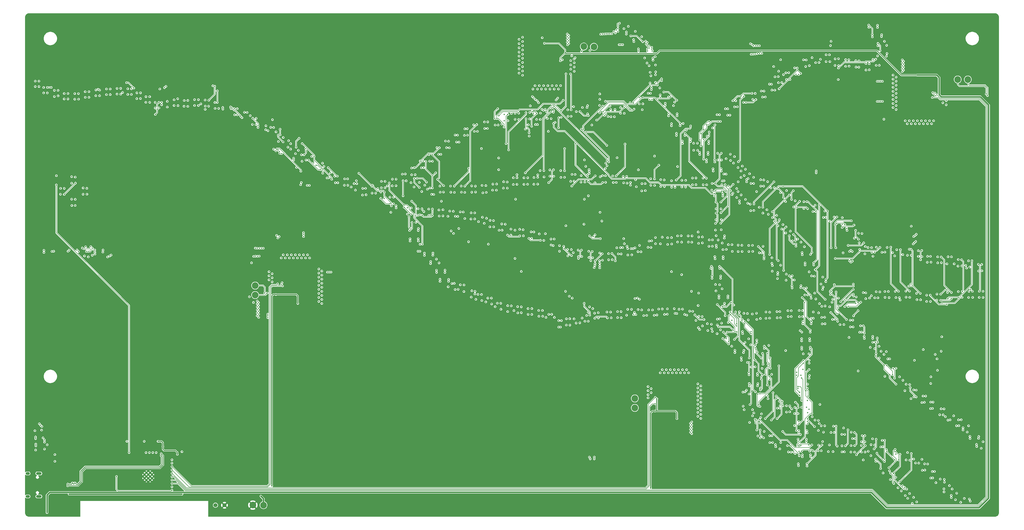
<source format=gbr>
%TF.GenerationSoftware,KiCad,Pcbnew,8.0.4*%
%TF.CreationDate,2025-01-21T20:18:22-08:00*%
%TF.ProjectId,traffic_paradise,74726166-6669-4635-9f70-617261646973,rev?*%
%TF.SameCoordinates,Original*%
%TF.FileFunction,Copper,L4,Bot*%
%TF.FilePolarity,Positive*%
%FSLAX46Y46*%
G04 Gerber Fmt 4.6, Leading zero omitted, Abs format (unit mm)*
G04 Created by KiCad (PCBNEW 8.0.4) date 2025-01-21 20:18:22*
%MOMM*%
%LPD*%
G01*
G04 APERTURE LIST*
%TA.AperFunction,ComponentPad*%
%ADD10C,1.524000*%
%TD*%
%TA.AperFunction,HeatsinkPad*%
%ADD11C,0.600000*%
%TD*%
%TA.AperFunction,ComponentPad*%
%ADD12O,2.100000X1.000000*%
%TD*%
%TA.AperFunction,ComponentPad*%
%ADD13O,1.600000X1.000000*%
%TD*%
%TA.AperFunction,SMDPad,CuDef*%
%ADD14C,2.500000*%
%TD*%
%TA.AperFunction,ViaPad*%
%ADD15C,0.500000*%
%TD*%
%TA.AperFunction,Conductor*%
%ADD16C,0.203200*%
%TD*%
%TA.AperFunction,Conductor*%
%ADD17C,0.304800*%
%TD*%
%TA.AperFunction,Conductor*%
%ADD18C,0.500000*%
%TD*%
%TA.AperFunction,Conductor*%
%ADD19C,0.200000*%
%TD*%
%TA.AperFunction,Conductor*%
%ADD20C,0.290000*%
%TD*%
G04 APERTURE END LIST*
D10*
%TO.P,R108,1*%
%TO.N,/PHOTO*%
X71960000Y-185420000D03*
%TO.P,R108,2*%
%TO.N,GND*%
X75360000Y-185420000D03*
%TD*%
D11*
%TO.P,U13,41,GND*%
%TO.N,GND*%
X48150000Y-175290000D03*
X48150000Y-173890000D03*
X47450000Y-175990000D03*
X47450000Y-174590000D03*
X47450000Y-173190000D03*
X46750000Y-175290000D03*
X46750000Y-173890000D03*
X46050000Y-175990000D03*
X46050000Y-174590000D03*
X46050000Y-173190000D03*
X45350000Y-175290000D03*
X45350000Y-173890000D03*
%TD*%
D12*
%TO.P,J2,S1,SHIELD*%
%TO.N,Net-(J2-SHIELD)*%
X5670000Y-173480000D03*
D13*
X1490000Y-173480000D03*
D12*
X5670000Y-182120000D03*
D13*
X1490000Y-182120000D03*
%TD*%
D14*
%TO.P,TP7,1,1*%
%TO.N,/SCL2*%
X350520000Y-25400000D03*
%TD*%
%TO.P,TP6,1,1*%
%TO.N,/SDA1*%
X86868000Y-102870000D03*
%TD*%
%TO.P,TP22,1,1*%
%TO.N,Net-(F2-Pad1)*%
X90000000Y-185400000D03*
%TD*%
%TO.P,TP5,1,1*%
%TO.N,/SCL1*%
X86868000Y-106426000D03*
%TD*%
%TO.P,TP21,1,1*%
%TO.N,GND*%
X86000000Y-185375000D03*
%TD*%
%TO.P,TP14,1,1*%
%TO.N,/SCL2*%
X210200000Y-13000000D03*
%TD*%
%TO.P,TP8,1,1*%
%TO.N,/SDA2*%
X354330000Y-25400000D03*
%TD*%
%TO.P,TP3,1,1*%
%TO.N,/SDA1*%
X229362000Y-145288000D03*
%TD*%
%TO.P,TP13,1,1*%
%TO.N,/SDA2*%
X214000000Y-13100000D03*
%TD*%
%TO.P,TP4,1,1*%
%TO.N,/SCL1*%
X229362000Y-148844000D03*
%TD*%
D15*
%TO.N,/EN*%
X55626000Y-179770000D03*
X34796000Y-174623000D03*
%TO.N,GND*%
X92600000Y-51600000D03*
X225900000Y-92900000D03*
X81600000Y-35100000D03*
X313900000Y-169000000D03*
X254000000Y-139000000D03*
X79800000Y-34200000D03*
X336550000Y-33020000D03*
X28300000Y-33600000D03*
X314200000Y-23600000D03*
X311900000Y-105200000D03*
X210000000Y-32000000D03*
X200100000Y-56600000D03*
X342400000Y-97200000D03*
X330500000Y-129500000D03*
X102870000Y-102870000D03*
X313300000Y-81100000D03*
X100330000Y-101600000D03*
X324900000Y-162600000D03*
X289300000Y-121600000D03*
X222700000Y-70700000D03*
X205100000Y-74700000D03*
X200500000Y-53300000D03*
X74500000Y-38200000D03*
X317100000Y-2800000D03*
X288800000Y-134400000D03*
X277700000Y-116700000D03*
X46500000Y-166600000D03*
X270500000Y-152200000D03*
X349400000Y-96400000D03*
X212200000Y-168700000D03*
X340600000Y-132300000D03*
X210100000Y-93800000D03*
X278600000Y-16300000D03*
X104700000Y-46100000D03*
X148200000Y-49900000D03*
X211400000Y-8300000D03*
X202700000Y-8200000D03*
X233500000Y-72000000D03*
X19200000Y-27500000D03*
X224800000Y-101900000D03*
X163100000Y-39900000D03*
X349200000Y-105500000D03*
X273600000Y-36200000D03*
X228300000Y-3500000D03*
X234400000Y-139500000D03*
X146100000Y-68400000D03*
X106200000Y-49700000D03*
X270700000Y-56700000D03*
X341200000Y-21950000D03*
X182700000Y-67000000D03*
X101600000Y-100330000D03*
X277800000Y-95300000D03*
X95900000Y-82800000D03*
X238600000Y-36300000D03*
X263400000Y-103400000D03*
X309200000Y-155400000D03*
X346000000Y-22200000D03*
X171000000Y-80500000D03*
X297600000Y-123900000D03*
X34700000Y-33700000D03*
X333800000Y-108900000D03*
X260300000Y-122100000D03*
X289300000Y-19900000D03*
X351000000Y-151800000D03*
X343200000Y-95400000D03*
X50800000Y-160500000D03*
X28900000Y-159900000D03*
X313100000Y-122600000D03*
X23300000Y-92700000D03*
X206200000Y-23200000D03*
X13400000Y-69800000D03*
X270200000Y-122500000D03*
X200900000Y-63900000D03*
X322800000Y-19700000D03*
X259600000Y-90100000D03*
X338100000Y-94800000D03*
X169200000Y-36500000D03*
X317500000Y-108700000D03*
X284600000Y-155600000D03*
X237200000Y-182400000D03*
X108100000Y-60800000D03*
X94700000Y-39900000D03*
X301300000Y-118200000D03*
X10287000Y-175768000D03*
X344900000Y-154100000D03*
X222900000Y-36600000D03*
X190800000Y-8500000D03*
X251900000Y-44300000D03*
X346750000Y-27750000D03*
X223800000Y-47600000D03*
X56300000Y-31900000D03*
X342250000Y-29250000D03*
X323400000Y-178100000D03*
X245110000Y-146050000D03*
X332300000Y-95500000D03*
X245110000Y-143510000D03*
X295300000Y-16400000D03*
X26300000Y-88211600D03*
X338400000Y-97200000D03*
X249200000Y-153500000D03*
X342600000Y-37100000D03*
X273700000Y-76600000D03*
X296900000Y-132200000D03*
X141800000Y-56600000D03*
X342300000Y-126400000D03*
X83700000Y-95800000D03*
X338000000Y-105400000D03*
X206000000Y-12800000D03*
X345600000Y-35900000D03*
X15300000Y-88100000D03*
X331000000Y-86800000D03*
X243840000Y-144780000D03*
X275000000Y-120100000D03*
X189900000Y-27100000D03*
X183000000Y-19000000D03*
X234200000Y-98200000D03*
X101600000Y-102870000D03*
X346700000Y-147500000D03*
X329800000Y-38500000D03*
X186500000Y-24600000D03*
X217400000Y-96800000D03*
X220200000Y-120400000D03*
X16300000Y-72700000D03*
X271200000Y-65900000D03*
X94700000Y-178100000D03*
X11000000Y-88000000D03*
X326800000Y-37800000D03*
X321300000Y-160100000D03*
X324400000Y-108900000D03*
X96400000Y-103800000D03*
X279300000Y-104800000D03*
X302000000Y-10400000D03*
X3300000Y-162800000D03*
X220800000Y-96600000D03*
X357800000Y-165000000D03*
X315300000Y-126500000D03*
X343700000Y-22000000D03*
X91100000Y-115700000D03*
X223200000Y-54100000D03*
X269200000Y-140700000D03*
X234400000Y-182400000D03*
X328500000Y-144500000D03*
X233000000Y-52400000D03*
X324400000Y-9400000D03*
X231900000Y-6900000D03*
X233200000Y-46200000D03*
X240300000Y-41400000D03*
X150000000Y-72400000D03*
X231200000Y-29000000D03*
X307800000Y-86000000D03*
X206000000Y-93200000D03*
X319200000Y-85800000D03*
X256800000Y-95600000D03*
X316700000Y-87100000D03*
X30200000Y-88700000D03*
X41700000Y-33400000D03*
X337820000Y-30480000D03*
X112500000Y-108800000D03*
X147800000Y-60600000D03*
X12200000Y-181500000D03*
X227200000Y-43200000D03*
X307900000Y-73300000D03*
X289000000Y-161300000D03*
X191700000Y-46500000D03*
X323000000Y-91600000D03*
X239200000Y-21900000D03*
X319400000Y-157800000D03*
X232500000Y-22300000D03*
X338900000Y-174900000D03*
X187200000Y-8600000D03*
X89200000Y-90900000D03*
X102900000Y-59700000D03*
X181600000Y-34900000D03*
X212800000Y-8300000D03*
X343700000Y-147200000D03*
X345900000Y-181700000D03*
X3900000Y-30200000D03*
X48000000Y-35800000D03*
X340300000Y-25950000D03*
X242300000Y-22400000D03*
X296700000Y-145500000D03*
X52000000Y-174500000D03*
X69900000Y-27300000D03*
X58700000Y-171700000D03*
X214800000Y-169000000D03*
X300100000Y-71300000D03*
X269000000Y-85700000D03*
X50800000Y-166500000D03*
X335280000Y-30480000D03*
X142800000Y-80100000D03*
X83600000Y-112300000D03*
X7900000Y-158100000D03*
X250500000Y-134400000D03*
X237000000Y-178800000D03*
X20000000Y-34800000D03*
X306600000Y-16900000D03*
X329700000Y-105100000D03*
X316800000Y-7600000D03*
X242570000Y-146050000D03*
X278200000Y-78100000D03*
X205800000Y-8300000D03*
X242700000Y-88700000D03*
X314600000Y-111000000D03*
X193800000Y-9000000D03*
X214400000Y-166400000D03*
X335200000Y-182000000D03*
X239300000Y-88800000D03*
X211700000Y-166500000D03*
X8300000Y-174200000D03*
X105100000Y-85800000D03*
X258800000Y-106900000D03*
X7800000Y-155500000D03*
X217900000Y-76700000D03*
X133200000Y-69600000D03*
X297000000Y-118600000D03*
X108400000Y-65500000D03*
X21100000Y-72200000D03*
X134600000Y-62500000D03*
X323900000Y-86900000D03*
X16500000Y-176600000D03*
X8300000Y-189100000D03*
X21600000Y-90300000D03*
X222900000Y-3300000D03*
X92900000Y-182100000D03*
X178700000Y-103900000D03*
X169900000Y-47500000D03*
X299900000Y-90300000D03*
X246110000Y-152880000D03*
X167300000Y-100700000D03*
X17900000Y-182200000D03*
X93800000Y-85000000D03*
X74100000Y-29200000D03*
X169600000Y-94100000D03*
X37800000Y-31100000D03*
X248600000Y-89000000D03*
X235300000Y-90300000D03*
X333900000Y-22600000D03*
X130100000Y-73600000D03*
X110900000Y-110600000D03*
X356300000Y-103800000D03*
X341000000Y-119000000D03*
X164500000Y-85700000D03*
X262100000Y-98100000D03*
X307600000Y-168500000D03*
X330800000Y-132900000D03*
X205000000Y-78600000D03*
X225500000Y-3300000D03*
X23300000Y-70000000D03*
X39500000Y-166500000D03*
X147600000Y-56900000D03*
X291500000Y-110800000D03*
X297300000Y-151400000D03*
X143000000Y-90800000D03*
X353100000Y-153800000D03*
X101600000Y-101600000D03*
X252000000Y-46000000D03*
X343600000Y-123200000D03*
X300100000Y-86300000D03*
X197400000Y-19200000D03*
X173200000Y-75900000D03*
X330300000Y-42000000D03*
X335280000Y-31750000D03*
X61100000Y-181400000D03*
X52000000Y-172500000D03*
X159300000Y-95100000D03*
X157000000Y-107300000D03*
X214200000Y-8200000D03*
X14900000Y-90500000D03*
X92300000Y-96700000D03*
X116200000Y-97800000D03*
X3300000Y-159700000D03*
X236347000Y-148336000D03*
X178200000Y-72500000D03*
X300100000Y-95700000D03*
X159000000Y-89100000D03*
X335700000Y-117900000D03*
X188900000Y-34200000D03*
X94200000Y-104100000D03*
X215300000Y-8300000D03*
X16800000Y-62600000D03*
X337820000Y-33020000D03*
X186000000Y-71100000D03*
X331400000Y-164100000D03*
X198400000Y-122200000D03*
X253500000Y-153900000D03*
X304100000Y-11800000D03*
X344250000Y-30000000D03*
X280900000Y-164300000D03*
X281600000Y-126400000D03*
X52000000Y-179200000D03*
X223800000Y-14200000D03*
X218500000Y-29400000D03*
X227600000Y-147000000D03*
X229100000Y-31100000D03*
X232400000Y-26800000D03*
X237700000Y-139900000D03*
X354500000Y-98100000D03*
X102870000Y-100330000D03*
X271900000Y-17100000D03*
X38000000Y-160900000D03*
X247000000Y-92600000D03*
X311700000Y-17200000D03*
X307900000Y-57400000D03*
X14900000Y-159900000D03*
X274400000Y-91600000D03*
X296600000Y-92200000D03*
X297400000Y-161100000D03*
X104900000Y-63500000D03*
X329600000Y-118300000D03*
X276000000Y-110600000D03*
X336550000Y-31750000D03*
X353600000Y-107800000D03*
X258000000Y-49100000D03*
X320800000Y-3000000D03*
X317500000Y-35200000D03*
X92900000Y-48700000D03*
X161100000Y-53500000D03*
X252800000Y-73200000D03*
X295600000Y-171400000D03*
X243840000Y-146050000D03*
X262500000Y-32100000D03*
X287800000Y-97500000D03*
X273900000Y-24900000D03*
X58800000Y-169400000D03*
X337820000Y-31750000D03*
X305800000Y-119200000D03*
X294300000Y-99900000D03*
X304600000Y-24600000D03*
X184500000Y-20800000D03*
X88600000Y-183000000D03*
X142600000Y-82600000D03*
X262600000Y-119300000D03*
X233500000Y-8200000D03*
X298500000Y-168800000D03*
X154500000Y-62600000D03*
X279000000Y-154100000D03*
X176500000Y-117100000D03*
X316500000Y-115300000D03*
X239900000Y-151900000D03*
X230200000Y-4600000D03*
X108100000Y-93000000D03*
X276800000Y-124800000D03*
X204200000Y-24700000D03*
X308000000Y-43300000D03*
X33600000Y-182700000D03*
X277300000Y-108100000D03*
X187500000Y-73700000D03*
X284100000Y-84100000D03*
X187800000Y-24700000D03*
X278800000Y-87300000D03*
X232700000Y-178200000D03*
X313200000Y-116600000D03*
X238100000Y-134100000D03*
X281600000Y-70900000D03*
X267700000Y-38600000D03*
X280800000Y-62500000D03*
X157500000Y-84000000D03*
X336550000Y-30480000D03*
X320000000Y-93900000D03*
X288200000Y-124100000D03*
X272700000Y-126000000D03*
X184500000Y-8700000D03*
X286000000Y-21500000D03*
X302400000Y-154800000D03*
X113800000Y-53700000D03*
X153600000Y-72900000D03*
X14400000Y-65300000D03*
X284700000Y-110300000D03*
X126700000Y-59900000D03*
X269800000Y-133300000D03*
X245110000Y-144780000D03*
X105100000Y-88100000D03*
X209600000Y-8300000D03*
X264500000Y-85900000D03*
X11900000Y-90500000D03*
X338100000Y-141600000D03*
X325200000Y-14900000D03*
X102870000Y-101600000D03*
X154000000Y-57300000D03*
X83600000Y-105100000D03*
X254500000Y-88700000D03*
X342200000Y-137300000D03*
X237800000Y-155300000D03*
X195300000Y-19300000D03*
X201200000Y-102000000D03*
X91300000Y-107800000D03*
X91500000Y-102000000D03*
X183600000Y-24800000D03*
X90900000Y-87900000D03*
X23000000Y-65200000D03*
X169100000Y-84200000D03*
X210100000Y-93800000D03*
X225400000Y-84100000D03*
X103700000Y-109900000D03*
X252700000Y-38700000D03*
X101200000Y-49100000D03*
X263200000Y-126000000D03*
X197400000Y-17700000D03*
X265400000Y-61300000D03*
X354900000Y-181100000D03*
X100330000Y-102870000D03*
X11800000Y-93400000D03*
X13600000Y-63300000D03*
X150500000Y-62400000D03*
X339600000Y-168400000D03*
X327800000Y-93700000D03*
X8800000Y-163800000D03*
X84800000Y-113400000D03*
X189300000Y-101400000D03*
X52100000Y-176400000D03*
X295600000Y-158900000D03*
X242570000Y-144780000D03*
X346500000Y-174500000D03*
X111200000Y-95900000D03*
X342200000Y-110500000D03*
X243840000Y-143510000D03*
X240100000Y-16800000D03*
X121500000Y-68200000D03*
X282200000Y-137000000D03*
X58600000Y-179600000D03*
X100330000Y-100330000D03*
X242570000Y-143510000D03*
X265500000Y-122400000D03*
X205900000Y-50300000D03*
X330400000Y-125300000D03*
X289300000Y-19900000D03*
X328500000Y-183200000D03*
X308200000Y-83400000D03*
X269000000Y-125800000D03*
X6800000Y-89000000D03*
X200500000Y-86000000D03*
X276500000Y-11100000D03*
X34900000Y-173400000D03*
X326300000Y-172100000D03*
X188400000Y-31700000D03*
X270500000Y-10000000D03*
X288900000Y-131000000D03*
X331800000Y-22900000D03*
X266700000Y-53100000D03*
X287700000Y-73300000D03*
X87300000Y-115900000D03*
X288500000Y-105200000D03*
X297600000Y-136900000D03*
X304400000Y-96800000D03*
X288900000Y-168400000D03*
X237100000Y-152100000D03*
X49100000Y-166400000D03*
X359400000Y-160100000D03*
X241200000Y-117900000D03*
X93100000Y-54000000D03*
X211800000Y-88300000D03*
X281200000Y-99100000D03*
X202800000Y-29500000D03*
X10500000Y-33300000D03*
X290200000Y-68100000D03*
X352500000Y-160200000D03*
X342500000Y-41800000D03*
X204200000Y-28300000D03*
X5700000Y-24500000D03*
X164100000Y-50600000D03*
X287000000Y-152000000D03*
X190400000Y-25900000D03*
X353500000Y-92700000D03*
X273800000Y-69800000D03*
X58700000Y-166000000D03*
X205200000Y-59100000D03*
X335280000Y-33020000D03*
X150500000Y-94600000D03*
X209900000Y-71900000D03*
X294300000Y-85600000D03*
X288200000Y-88000000D03*
X337700000Y-125300000D03*
X94800000Y-182300000D03*
X264900000Y-59000000D03*
X288700000Y-143700000D03*
X322000000Y-116700000D03*
X86600000Y-87900000D03*
X288700000Y-81800000D03*
X105200000Y-81900000D03*
X214000000Y-97300000D03*
X298300000Y-158500000D03*
X77600000Y-37800000D03*
X283700000Y-143600000D03*
X172200000Y-103500000D03*
X323200000Y-93800000D03*
X48300000Y-39000000D03*
X297600000Y-127600000D03*
X7800000Y-181900000D03*
X336700000Y-88900000D03*
X195300000Y-17700000D03*
X322900000Y-103800000D03*
X270800000Y-69000000D03*
X94500000Y-115200000D03*
X177400000Y-48000000D03*
X170600000Y-90600000D03*
X317900000Y-13500000D03*
X284900000Y-29200000D03*
X274600000Y-60300000D03*
X247100000Y-30300000D03*
X262700000Y-43700000D03*
X136700000Y-73800000D03*
X245700000Y-153700000D03*
X329400000Y-88600000D03*
X268700000Y-136300000D03*
X292100000Y-75500000D03*
X183900000Y-44900000D03*
X266400000Y-92000000D03*
X210400000Y-28200000D03*
X328600000Y-174700000D03*
X86200000Y-114900000D03*
X16500000Y-179000000D03*
X316100000Y-133500000D03*
X256700000Y-127200000D03*
X11600000Y-167700000D03*
X44800000Y-160400000D03*
X155900000Y-45600000D03*
X270800000Y-75800000D03*
X257100000Y-102500000D03*
X53100000Y-163200000D03*
X155200000Y-79100000D03*
X95800000Y-91500000D03*
X200300000Y-13500000D03*
X349100000Y-108400000D03*
%TO.N,+5V*%
X102870000Y-109601000D03*
X343535000Y-27150000D03*
X237592000Y-145394000D03*
X245138000Y-152880000D03*
X94643000Y-106200000D03*
X13208000Y-180594000D03*
X11684000Y-166370000D03*
X335280000Y-23749000D03*
X8763000Y-188228000D03*
X195400000Y-11800000D03*
X236883000Y-150015000D03*
X93120400Y-178185000D03*
X201400000Y-18388400D03*
X235280000Y-180594000D03*
X61100000Y-180594000D03*
X203250000Y-15375000D03*
X235280000Y-178998000D03*
X93120400Y-180594000D03*
%TO.N,+3.3V*%
X57660000Y-166300000D03*
X17018000Y-181254000D03*
X38737000Y-161415000D03*
X11684000Y-168910000D03*
X34036000Y-181254000D03*
X59400000Y-181300000D03*
X52235000Y-163360000D03*
X50419000Y-161417000D03*
X45214000Y-161415000D03*
%TO.N,/SCL1*%
X96621600Y-102438000D03*
X229362000Y-148844000D03*
X49695000Y-165646000D03*
X91313000Y-105664000D03*
%TO.N,/SDA1*%
X96951800Y-101778000D03*
X48425000Y-165646000D03*
X90424000Y-105664000D03*
X229362000Y-145288000D03*
%TO.N,/SCL2*%
X209300000Y-14800000D03*
X55626000Y-169610000D03*
X206925000Y-17230000D03*
X212598000Y-168003200D03*
X214122000Y-168003200D03*
X341600000Y-30900000D03*
X361188000Y-30853200D03*
%TO.N,/SDA2*%
X361696000Y-31461600D03*
X206521000Y-17751900D03*
X55626000Y-168340000D03*
X212259500Y-167301500D03*
X214122000Y-167301500D03*
X212500000Y-14500000D03*
X342300000Y-31500000D03*
%TO.N,/SDB1*%
X55626000Y-172150000D03*
X97155000Y-102997000D03*
%TO.N,/INT1*%
X95250000Y-102235000D03*
X55626000Y-170880000D03*
%TO.N,/PHOTO*%
X55626000Y-178500000D03*
%TO.N,/D-*%
X51562000Y-166785000D03*
X16510000Y-177450000D03*
%TO.N,/D+*%
X16510000Y-178150000D03*
X51562000Y-166085000D03*
%TO.N,/SDB2*%
X236982000Y-147320000D03*
X55626000Y-174690000D03*
%TO.N,/INT2*%
X55626000Y-173420000D03*
X237033000Y-144915000D03*
%TO.N,/SDB3*%
X55626000Y-177230000D03*
X341122000Y-30353000D03*
%TO.N,/INT3*%
X55626000Y-175960000D03*
X340976000Y-32150000D03*
%TO.N,/Matrix 1/COL0*%
X216400000Y-85230500D03*
X145618000Y-71162900D03*
X88138000Y-111426000D03*
X164975000Y-75200000D03*
X19350000Y-70425000D03*
X198150000Y-113650000D03*
X5725000Y-26000000D03*
X212394000Y-84197800D03*
X72650000Y-29657800D03*
X199100000Y-85350000D03*
X102250000Y-50850000D03*
X225156000Y-85230500D03*
X70996100Y-27747200D03*
X165250000Y-102625000D03*
X72650000Y-34000000D03*
X231125000Y-87750000D03*
X26718300Y-91016800D03*
X132900000Y-66400000D03*
X103351800Y-47487200D03*
X147150000Y-76700000D03*
X156742000Y-71162900D03*
X166948600Y-86388300D03*
X32248900Y-91743200D03*
X40425000Y-28900000D03*
%TO.N,/Matrix 1/COL1*%
X38600000Y-26600800D03*
X31471700Y-92106400D03*
X201775000Y-116025000D03*
X105200000Y-53725000D03*
X135350000Y-67700000D03*
X148100000Y-81400000D03*
X8875000Y-28375000D03*
X41320800Y-28597700D03*
X15225000Y-66325000D03*
X105977000Y-52231100D03*
X202625000Y-88100000D03*
X137983000Y-72919300D03*
X203353000Y-105018000D03*
X10317712Y-28370688D03*
X43850000Y-30425000D03*
X213899000Y-84421800D03*
X169400000Y-105000000D03*
X169250000Y-75525000D03*
X77625000Y-35725000D03*
X24889000Y-89911000D03*
X81373400Y-39191600D03*
X125781168Y-60644142D03*
X163296000Y-81400000D03*
X235625000Y-86025000D03*
X87630000Y-111981000D03*
%TO.N,/Matrix 1/COL2*%
X173675000Y-77550000D03*
X239625000Y-84650000D03*
X88138000Y-112535000D03*
X108975000Y-54350000D03*
X115573000Y-62887200D03*
X204728000Y-106851000D03*
X104500000Y-49500000D03*
X51062300Y-28964200D03*
X19350000Y-62075000D03*
X22819100Y-91723600D03*
X47275000Y-31850000D03*
X12875000Y-29475000D03*
X203464000Y-80359000D03*
X80125000Y-36375000D03*
X171825000Y-106225000D03*
X205500000Y-89300000D03*
X23248300Y-88270400D03*
X204925000Y-115300000D03*
X148050000Y-85275000D03*
X138800000Y-69625000D03*
X206235000Y-90471600D03*
%TO.N,/Matrix 1/COL3*%
X24246900Y-92086800D03*
X50750000Y-33975000D03*
X209350000Y-89500000D03*
X83825000Y-37775000D03*
X112125000Y-56850000D03*
X175550000Y-107550000D03*
X25169306Y-88230694D03*
X105834701Y-51365297D03*
X16600000Y-30650000D03*
X176325000Y-78425000D03*
X209550000Y-115050000D03*
X124852000Y-63421400D03*
X142775000Y-72600000D03*
X208182000Y-92662900D03*
X49400000Y-38500000D03*
X23700000Y-66275000D03*
X68102600Y-36601500D03*
X87628600Y-113090000D03*
X137164000Y-64291900D03*
X149600000Y-87275000D03*
X243100000Y-84825000D03*
X205869000Y-107550000D03*
X174388000Y-87275000D03*
X50078500Y-36601500D03*
X226414000Y-88081700D03*
%TO.N,/Matrix 1/COL4*%
X148680000Y-76273100D03*
X93800000Y-51600000D03*
X212425000Y-113975000D03*
X210261000Y-79800000D03*
X87630000Y-110871000D03*
X225411000Y-87100200D03*
X8800000Y-162700000D03*
X153575000Y-90650000D03*
X86913300Y-88785000D03*
X52817600Y-28490400D03*
X246750000Y-84125000D03*
X212825000Y-93503000D03*
X84674800Y-107075000D03*
X210319000Y-109500000D03*
X179050000Y-109500000D03*
X20550000Y-30700000D03*
X213350000Y-90050000D03*
X87250000Y-40000000D03*
X115150000Y-60450000D03*
X180725000Y-79800000D03*
X85500000Y-94300000D03*
X137789000Y-75291500D03*
X145450000Y-73675000D03*
X27900000Y-29100000D03*
X53887600Y-33600000D03*
%TO.N,/Matrix 1/COL5*%
X182975000Y-110475000D03*
X57800000Y-32629600D03*
X90900000Y-42800000D03*
X24475000Y-29975000D03*
X6725000Y-157200000D03*
X117700000Y-61725000D03*
X86976500Y-91823500D03*
X53376260Y-27978800D03*
X150188000Y-75046700D03*
X224770000Y-88566300D03*
X94631900Y-52210600D03*
X184375000Y-92650700D03*
X250825000Y-84200000D03*
X114278000Y-58538300D03*
X66471700Y-34568500D03*
X215625000Y-113050000D03*
X217125000Y-90900000D03*
X149450000Y-73975000D03*
X184375000Y-82025000D03*
X88425300Y-88837600D03*
X88138000Y-110316000D03*
X214435000Y-93589900D03*
X211860000Y-112885000D03*
X102398000Y-58427700D03*
X154875000Y-92925000D03*
%TO.N,/Matrix 1/COL6*%
X121575000Y-62750000D03*
X24222600Y-89977400D03*
X153400000Y-74075000D03*
X37137800Y-30263300D03*
X222006000Y-93557000D03*
X186750000Y-97528500D03*
X158125000Y-97050000D03*
X93800000Y-43425000D03*
X253102000Y-82716700D03*
X136440000Y-65410200D03*
X254725000Y-84575000D03*
X25727200Y-91472800D03*
X212342000Y-110875000D03*
X187425000Y-81850000D03*
X20000000Y-89474000D03*
X220250000Y-112800000D03*
X186750000Y-110875000D03*
X220725000Y-90800000D03*
X152725000Y-76397400D03*
X89192500Y-88837600D03*
X87617400Y-109761000D03*
X87708200Y-91831800D03*
X61600000Y-33250000D03*
X95428900Y-51947900D03*
X28500000Y-29375000D03*
%TO.N,/Matrix 1/COL7*%
X88138000Y-109207000D03*
X87582000Y-88837600D03*
X29775000Y-89475000D03*
X228667000Y-88960800D03*
X258475000Y-85700000D03*
X125000000Y-64550000D03*
X86314700Y-91885300D03*
X146480000Y-65788300D03*
X96200000Y-46200000D03*
X94910700Y-51539200D03*
X191450000Y-82700000D03*
X96200000Y-44075400D03*
X86240000Y-109195000D03*
X190700000Y-111500000D03*
X157350000Y-74350000D03*
X65550000Y-32975000D03*
X104009000Y-59853300D03*
X159450000Y-100525000D03*
X223950000Y-88600000D03*
X160419000Y-82335000D03*
X32450000Y-28975000D03*
X213549000Y-111500000D03*
X32800000Y-91380000D03*
X224175000Y-112650000D03*
%TO.N,/Matrix 1/COL8*%
X95946600Y-52465600D03*
X88400000Y-91800000D03*
X214431000Y-83781600D03*
X262175000Y-86850000D03*
X69450000Y-33175000D03*
X7775000Y-160875000D03*
X128275000Y-66300000D03*
X89907700Y-88837600D03*
X161575000Y-102000000D03*
X71702400Y-27938100D03*
X87626400Y-108652000D03*
X195775000Y-83350000D03*
X161250000Y-74925000D03*
X161327000Y-83282800D03*
X194675000Y-112200000D03*
X36400000Y-28725000D03*
X99400000Y-48400000D03*
X227925000Y-88975000D03*
X11263500Y-89956400D03*
X93360905Y-40512793D03*
%TO.N,/Matrix 2/COL0*%
X263950000Y-120375000D03*
X267581000Y-120346000D03*
X264650000Y-114225000D03*
X275125000Y-123325000D03*
X250702000Y-154092000D03*
X304875000Y-155700000D03*
X293750000Y-160600000D03*
X298802000Y-147536000D03*
X284942000Y-148024000D03*
X276266000Y-143501000D03*
X276900000Y-151100000D03*
X231900000Y-112000000D03*
X273500000Y-151800000D03*
X272400000Y-154300000D03*
X305300000Y-163200000D03*
X262500000Y-91975000D03*
X280672000Y-136208000D03*
X354900000Y-183100000D03*
X279825000Y-137100000D03*
X330600000Y-178700000D03*
%TO.N,/Matrix 2/COL1*%
X266700000Y-123100000D03*
X294685000Y-149381000D03*
X282615000Y-145159000D03*
X309350000Y-157100000D03*
X280580100Y-153428500D03*
X250190000Y-155757000D03*
X275316000Y-127838000D03*
X294125000Y-154000000D03*
X279100000Y-140236600D03*
X261150000Y-95650000D03*
X277900000Y-125625000D03*
X294150000Y-146075000D03*
X235975000Y-112025000D03*
X350150000Y-180900000D03*
X315081081Y-168395519D03*
X308375000Y-163100000D03*
X243124000Y-97597500D03*
X276325000Y-154525000D03*
%TO.N,/Matrix 2/COL2*%
X277875000Y-157675000D03*
X311875000Y-163025000D03*
X291504000Y-158861000D03*
X299805000Y-161472000D03*
X281200000Y-143125000D03*
X284842000Y-157675000D03*
X270275000Y-127225000D03*
X261550000Y-99250000D03*
X294923512Y-122800000D03*
X293925000Y-157400000D03*
X337075000Y-168150000D03*
X279050000Y-128350000D03*
X311800000Y-158050000D03*
X250698000Y-156312000D03*
X278448000Y-136214000D03*
X279632000Y-125351000D03*
X239625000Y-111650000D03*
X278297000Y-152847000D03*
X246913000Y-98754500D03*
%TO.N,/Matrix 2/COL3*%
X339250000Y-169925000D03*
X272300000Y-130054000D03*
X312528000Y-166450000D03*
X282730000Y-152857000D03*
X279300000Y-132425000D03*
X244150000Y-111550000D03*
X280825000Y-159300000D03*
X315675000Y-159250000D03*
X288931000Y-165399000D03*
X250190000Y-156866000D03*
X294200000Y-139900000D03*
X267131000Y-112763000D03*
X315850000Y-163000000D03*
X261175000Y-102550000D03*
X250607000Y-105018000D03*
X295275000Y-166450000D03*
X284650000Y-146375000D03*
%TO.N,/Matrix 2/COL4*%
X319925000Y-160600000D03*
X274653000Y-125151000D03*
X341800000Y-172725000D03*
X284125000Y-161850000D03*
X229226000Y-112944000D03*
X288246000Y-149211000D03*
X319125000Y-164250000D03*
X250698000Y-157421000D03*
X253306000Y-105669000D03*
X292158000Y-107379000D03*
X355850000Y-93525000D03*
X295650000Y-116350000D03*
X277351000Y-136410000D03*
X344610000Y-109442000D03*
X247275000Y-111700000D03*
X311434000Y-114239000D03*
X313147000Y-112310000D03*
X287500000Y-148050000D03*
X264275000Y-106750000D03*
X228100000Y-111800000D03*
X274425000Y-130825000D03*
%TO.N,/Matrix 2/COL5*%
X345500000Y-175725000D03*
X275375000Y-135875000D03*
X290600000Y-148650000D03*
X323100000Y-168200000D03*
X285943000Y-127295000D03*
X289619000Y-146699000D03*
X323075000Y-161000000D03*
X287825000Y-163075000D03*
X290012000Y-157325000D03*
X293016000Y-109200000D03*
X265425000Y-109200000D03*
X251050000Y-112525000D03*
X295175000Y-119600000D03*
X262182000Y-110638000D03*
X291066000Y-166844000D03*
X250190000Y-157976000D03*
X294700000Y-128500000D03*
%TO.N,/Matrix 2/COL6*%
X293500000Y-142425000D03*
X275500000Y-139725000D03*
X295825000Y-150925000D03*
X324700000Y-171300000D03*
X268600000Y-112700000D03*
X295175000Y-126025000D03*
X289500000Y-165987000D03*
X250699000Y-158531000D03*
X291700000Y-162875000D03*
X254600000Y-114500000D03*
X327050000Y-164425000D03*
X347425000Y-178050000D03*
%TO.N,/Matrix 2/COL7*%
X294900000Y-136675000D03*
X326375000Y-173375000D03*
X331400000Y-179375000D03*
X261175000Y-115375000D03*
X295800000Y-162750000D03*
X298250000Y-153550000D03*
X258100000Y-117400000D03*
X274600000Y-142800000D03*
X250711000Y-155202000D03*
X270575000Y-116400000D03*
X276100000Y-153200000D03*
X328875000Y-166275000D03*
%TO.N,/Matrix 2/COL8*%
X300625000Y-155575000D03*
X275825000Y-147675000D03*
X283383000Y-133032000D03*
X333950000Y-182450000D03*
X266296000Y-119609000D03*
X289279000Y-155479000D03*
X293950000Y-169850000D03*
X272950000Y-120150000D03*
X299575000Y-162750000D03*
X260775000Y-118375000D03*
X333100000Y-166000000D03*
X274700000Y-153800000D03*
X294750000Y-132050000D03*
X250190000Y-154647000D03*
X328800000Y-176500000D03*
%TO.N,/Matrix 3/COL0*%
X293725000Y-103750000D03*
X322868000Y-128736000D03*
X291200000Y-71200000D03*
X275064000Y-67525000D03*
X295800000Y-90400000D03*
X318225000Y-88575000D03*
X307496000Y-90562400D03*
X320450000Y-124100000D03*
X265800000Y-87475000D03*
X329688000Y-22437600D03*
X318728000Y-91826200D03*
X320307000Y-122537000D03*
X342069000Y-128736000D03*
X268075000Y-67525000D03*
X358425000Y-159575000D03*
X265800000Y-68682500D03*
X283775000Y-112625000D03*
X273900000Y-62150000D03*
X321300000Y-105250000D03*
%TO.N,/Matrix 3/COL1*%
X360025000Y-161550000D03*
X296875000Y-105675000D03*
X288075000Y-112325000D03*
X321350000Y-88500000D03*
X269534000Y-87700000D03*
X270900000Y-70450000D03*
X324500000Y-105050000D03*
X296475000Y-94300000D03*
X329691000Y-17999200D03*
X293900000Y-71335600D03*
X323739000Y-127665000D03*
X344323000Y-127550000D03*
X277750000Y-63150000D03*
X321775000Y-127550000D03*
X304557000Y-92650700D03*
%TO.N,/Matrix 3/COL2*%
X325400000Y-88400000D03*
X273475000Y-87725000D03*
X311324000Y-104330000D03*
X328300000Y-104975000D03*
X330200000Y-18554000D03*
X300800000Y-108025000D03*
X298524000Y-72600000D03*
X281575000Y-63850000D03*
X306591000Y-108902000D03*
X325000000Y-130400000D03*
X342770000Y-130400000D03*
X274050000Y-72200000D03*
X297050000Y-96875000D03*
X292300000Y-112250000D03*
X354625000Y-155575000D03*
%TO.N,/Matrix 3/COL3*%
X328909000Y-108286000D03*
X342908000Y-134698000D03*
X284950000Y-65550000D03*
X332450000Y-104950000D03*
X327350000Y-133950000D03*
X277375000Y-73425000D03*
X329692000Y-19108800D03*
X301075000Y-100525000D03*
X351850000Y-153300000D03*
X298300000Y-113100000D03*
X277450000Y-88100000D03*
X305600000Y-110500000D03*
X311361000Y-106107000D03*
X301650000Y-74850000D03*
X329050000Y-89350000D03*
%TO.N,/Matrix 3/COL4*%
X340445000Y-137150000D03*
X305175000Y-77050000D03*
X336475000Y-105800000D03*
X302994000Y-88649800D03*
X300600000Y-114750000D03*
X280950000Y-75100000D03*
X333000000Y-89225000D03*
X311338000Y-103080000D03*
X332181000Y-103080000D03*
X287325000Y-68825000D03*
X304200000Y-102500000D03*
X305300000Y-113450000D03*
X330200000Y-19663600D03*
X279925000Y-91150000D03*
X313165000Y-134944000D03*
X328675000Y-137150000D03*
X349000000Y-151800000D03*
%TO.N,/Matrix 3/COL5*%
X283550000Y-78100000D03*
X304875000Y-105275000D03*
X329692000Y-20218400D03*
X320320000Y-33625400D03*
X337050000Y-89700000D03*
X360000000Y-105000000D03*
X345400000Y-149225000D03*
X304793000Y-88650500D03*
X311319000Y-102285000D03*
X310600000Y-78500000D03*
X340225000Y-106450000D03*
X304549000Y-80023900D03*
X346418000Y-109964000D03*
X340413000Y-139645000D03*
X308775000Y-115625000D03*
X336575000Y-93160000D03*
X283125000Y-93475000D03*
X320300000Y-26062000D03*
X332948000Y-102285000D03*
X332525000Y-140050000D03*
%TO.N,/Matrix 3/COL6*%
X356075000Y-105000000D03*
X340275000Y-91875000D03*
X323177000Y-136956000D03*
X355353000Y-104278000D03*
X280913000Y-97429800D03*
X344150000Y-106075000D03*
X285175000Y-97150000D03*
X334950000Y-142175000D03*
X271600000Y-113350000D03*
X286100000Y-80825000D03*
X309400000Y-108300000D03*
X311150000Y-115850000D03*
X320980000Y-33625400D03*
X346425000Y-104478000D03*
X307156000Y-81026600D03*
X309724000Y-122332000D03*
X313148000Y-109333000D03*
X311600000Y-80100000D03*
X320980000Y-26062000D03*
X330200000Y-20773200D03*
%TO.N,/Matrix 3/COL7*%
X338500000Y-144400000D03*
X289616000Y-85897500D03*
X288925000Y-83650000D03*
X288425000Y-99150000D03*
X344325000Y-92100000D03*
X321640000Y-26062000D03*
X315050000Y-117950000D03*
X353840000Y-96275700D03*
X282877000Y-100210000D03*
X315466000Y-120773000D03*
X348150000Y-105450000D03*
X275000000Y-113250000D03*
X314600000Y-83275000D03*
X329679000Y-21328000D03*
X332988000Y-145389000D03*
X321640000Y-33625400D03*
X318145000Y-106664000D03*
X359525000Y-94900000D03*
X312425000Y-107150000D03*
%TO.N,/Matrix 3/COL8*%
X330200000Y-21882800D03*
X322300000Y-33625400D03*
X291675000Y-102900000D03*
X291700000Y-86525000D03*
X341275000Y-146675000D03*
X316025000Y-105600000D03*
X348200000Y-92050000D03*
X322300000Y-26062000D03*
X352200000Y-105075000D03*
X352000000Y-93150000D03*
X318600000Y-121925000D03*
X333083000Y-80527800D03*
X279975000Y-112850000D03*
X315275000Y-86775000D03*
X309381200Y-87737600D03*
%TO.N,/T_SW*%
X12264000Y-61575000D03*
X39535000Y-165646000D03*
X12250000Y-65000000D03*
%TO.N,unconnected-(R52-Pad2)*%
X111887000Y-109601000D03*
%TO.N,unconnected-(R53-Pad2)*%
X110744000Y-108839000D03*
%TO.N,unconnected-(R54-Pad2)*%
X111887000Y-108077000D03*
%TO.N,unconnected-(R93-Pad2)*%
X254127000Y-146685000D03*
%TO.N,unconnected-(R94-Pad2)*%
X254127000Y-148209000D03*
%TO.N,unconnected-(R95-Pad2)*%
X252984000Y-147447000D03*
%TO.N,unconnected-(R96-Pad2)*%
X254127000Y-152781000D03*
%TO.N,unconnected-(R97-Pad2)*%
X252984000Y-152019000D03*
%TO.N,unconnected-(R98-Pad2)*%
X254127000Y-151257000D03*
%TO.N,unconnected-(R109-Pad2)*%
X346202000Y-33401000D03*
%TO.N,unconnected-(R145-Pad2)*%
X344932000Y-34163000D03*
%TO.N,unconnected-(R146-Pad2)*%
X346202000Y-34925000D03*
%TO.N,Net-(LED402-BK)*%
X266150000Y-33375000D03*
X269125000Y-31675000D03*
X260225000Y-38625000D03*
X272728000Y-11941200D03*
X221479000Y-7401200D03*
X263350000Y-36400000D03*
X276775000Y-29725000D03*
X257275000Y-41225000D03*
X255050000Y-44175000D03*
X273000000Y-15900000D03*
X187200000Y-15900000D03*
X253775000Y-48150000D03*
X273325000Y-30600000D03*
X233995000Y-12574800D03*
%TO.N,Net-(LED402-RK)*%
X278350000Y-31975000D03*
X220700000Y-8200000D03*
X274775000Y-32925000D03*
X265025000Y-38800000D03*
X271025000Y-34000000D03*
X257050000Y-49475000D03*
X273900000Y-12725200D03*
X258500000Y-43600000D03*
X267800000Y-35650000D03*
X234660000Y-13568800D03*
X187200000Y-14300000D03*
X256475000Y-46650000D03*
X274461000Y-15838600D03*
X261450000Y-41150000D03*
%TO.N,Net-(LED402-GK)*%
X273625000Y-32875000D03*
X222028000Y-7912800D03*
X185900000Y-15100000D03*
X254125000Y-45750000D03*
X270100000Y-34000000D03*
X273372000Y-12304400D03*
X254150000Y-50325000D03*
X234690000Y-12795400D03*
X266775000Y-35700000D03*
X277275000Y-32000000D03*
X256300000Y-42450000D03*
X264175000Y-38800000D03*
X273727000Y-15872500D03*
X260650000Y-41150000D03*
%TO.N,/Matrix 4/COL7*%
X284054000Y-17967400D03*
X218928000Y-57786900D03*
X171779000Y-51361200D03*
X270850000Y-59125000D03*
X169500000Y-65475000D03*
X237775000Y-27475000D03*
X236775000Y-62775000D03*
X238366000Y-57610400D03*
X274525000Y-30625000D03*
X228750000Y-34175000D03*
X204560000Y-11869600D03*
X232140000Y-36757400D03*
X203000000Y-51361200D03*
X146550000Y-58550000D03*
X155975000Y-51050000D03*
X263025000Y-84125000D03*
X239403000Y-25125500D03*
X305800000Y-17575000D03*
X271275000Y-63050000D03*
X203000000Y-59700000D03*
%TO.N,/Matrix 4/COL2*%
X283303000Y-22248400D03*
X177550000Y-40075000D03*
X180294000Y-43268700D03*
X218300000Y-33600000D03*
X232350000Y-32200000D03*
X252300000Y-62425000D03*
X231900000Y-9300000D03*
X259425000Y-42450000D03*
X319775000Y-17750000D03*
X287100000Y-22825000D03*
X259300000Y-55600000D03*
X150525000Y-65125000D03*
X185100000Y-62325000D03*
X218300000Y-61550000D03*
X247471000Y-41936700D03*
X202500000Y-33198800D03*
X204564000Y-8800000D03*
X185100000Y-61136400D03*
X242800000Y-31900000D03*
X246425000Y-41975000D03*
X261750000Y-58950000D03*
X305770000Y-21072200D03*
%TO.N,/Matrix 4/COL3*%
X150917000Y-56261400D03*
X324000000Y-15625000D03*
X201700000Y-37225000D03*
X290300000Y-21075000D03*
X225661300Y-49648500D03*
X189150000Y-62350000D03*
X283500000Y-28900000D03*
X248225000Y-45650000D03*
X235200000Y-30575000D03*
X203962000Y-8288400D03*
X262375000Y-68375000D03*
X188242000Y-60477000D03*
X261125000Y-38650000D03*
X291596000Y-23126700D03*
X153375000Y-66175000D03*
X256200000Y-62525000D03*
X222300000Y-61650000D03*
X203507000Y-23266100D03*
X162800000Y-46300000D03*
X154615000Y-60477000D03*
X234075000Y-13875000D03*
%TO.N,/Matrix 4/COL8*%
X309675000Y-17950000D03*
X263600000Y-60950000D03*
X277825000Y-29750000D03*
X245401000Y-58123800D03*
X285127000Y-23560300D03*
X183028000Y-38200500D03*
X240200000Y-30100000D03*
X245100000Y-33200000D03*
X173450000Y-65275000D03*
X206925000Y-61100000D03*
X174150000Y-41350000D03*
X135600000Y-63675000D03*
X143200000Y-60900000D03*
X218327000Y-58773700D03*
X204100000Y-12381200D03*
X211600000Y-35200000D03*
X240375000Y-63150000D03*
X178264000Y-59306400D03*
X213200000Y-42500000D03*
X178264000Y-54910200D03*
X212200000Y-60700000D03*
X189900000Y-37800000D03*
%TO.N,/Matrix 4/COL6*%
X217325000Y-35400000D03*
X281468000Y-20507200D03*
X302375000Y-16100000D03*
X236725000Y-54162100D03*
X209971800Y-44099800D03*
X266250000Y-64825000D03*
X233200000Y-64525000D03*
X170025000Y-42325000D03*
X203967000Y-11358000D03*
X237125000Y-23600000D03*
X220008000Y-35431700D03*
X270250000Y-31725000D03*
X268200000Y-56300000D03*
X196900000Y-44864600D03*
X239394000Y-25868900D03*
X320400000Y-5025000D03*
X197008000Y-64177800D03*
X198850000Y-59325000D03*
X165550000Y-65475000D03*
X261550000Y-79400000D03*
X256800000Y-52750000D03*
%TO.N,/Matrix 4/COL0*%
X244312000Y-33900000D03*
X257100000Y-48550000D03*
X181025000Y-49483500D03*
X221900000Y-36700000D03*
X159475000Y-48575000D03*
X250270000Y-42855500D03*
X216337200Y-61962800D03*
X207079700Y-49483500D03*
X211561000Y-61923500D03*
X150000000Y-56025000D03*
X280650000Y-27175000D03*
X226900000Y-5400000D03*
X204565000Y-9823200D03*
X139750000Y-62875000D03*
X181725000Y-38525000D03*
X244900000Y-63200000D03*
X313500000Y-18375000D03*
X305671000Y-25400000D03*
X177475000Y-64675000D03*
%TO.N,/Matrix 4/COL4*%
X259400000Y-64450000D03*
X261650000Y-71475000D03*
X205450000Y-36800000D03*
X157600000Y-65300000D03*
X153350000Y-53650000D03*
X261800000Y-53125000D03*
X237038000Y-16782200D03*
X203981000Y-10334800D03*
X236125000Y-17375000D03*
X293675000Y-18050000D03*
X192875000Y-62150000D03*
X155332000Y-62928000D03*
X205163000Y-23284400D03*
X264200000Y-36400000D03*
X323050000Y-11050000D03*
X226300000Y-61825000D03*
X250350000Y-47750000D03*
X302775000Y-12644100D03*
%TO.N,/Matrix 4/COL5*%
X166994000Y-58768600D03*
X210918000Y-58044400D03*
X263275000Y-64925000D03*
X252825000Y-49325000D03*
X299025000Y-17800000D03*
X229625000Y-63075000D03*
X321975000Y-8550000D03*
X230650000Y-59333200D03*
X302994000Y-11028500D03*
X267225000Y-33400000D03*
X261675000Y-75475000D03*
X209700000Y-35900000D03*
X197900000Y-37513400D03*
X204550000Y-10846400D03*
X161600000Y-65475000D03*
X255213000Y-47907900D03*
X195213000Y-59650000D03*
X237125000Y-19950000D03*
X266725000Y-54375000D03*
%TO.N,/Matrix 4/COL1*%
X283150000Y-24300000D03*
X205696000Y-65453700D03*
X147575000Y-62525000D03*
X193950000Y-38025000D03*
X215027600Y-40651100D03*
X248425000Y-63300000D03*
X214464000Y-61600000D03*
X185775000Y-38050000D03*
X245200000Y-38250000D03*
X203989000Y-9311600D03*
X317325000Y-19475000D03*
X194600000Y-9700000D03*
X229525000Y-7300000D03*
X151190000Y-63970300D03*
X198784000Y-37702400D03*
X248648000Y-44463700D03*
X178264000Y-39049600D03*
X257275000Y-45125000D03*
X255167000Y-55312900D03*
X166450000Y-43900000D03*
X181450000Y-63925000D03*
X225350000Y-35875000D03*
%TO.N,Net-(LED1-RK)*%
X24475000Y-32075000D03*
X93218000Y-99949000D03*
X36400000Y-30900000D03*
X28500000Y-31475000D03*
X5725000Y-28050000D03*
X16600000Y-32725000D03*
X20575000Y-32775000D03*
X12900000Y-31550000D03*
X8875000Y-30450000D03*
X32450000Y-31050000D03*
%TO.N,Net-(LED1-GK)*%
X23100000Y-32100000D03*
X19175000Y-32800000D03*
X93218000Y-101473000D03*
X7475000Y-30450000D03*
X15200000Y-32725000D03*
X35025000Y-30875000D03*
X4325000Y-28050000D03*
X27075000Y-31475000D03*
X31050000Y-31075000D03*
X11500000Y-31800000D03*
%TO.N,Net-(LED1-BK)*%
X35025000Y-28750000D03*
X19150000Y-30700000D03*
X7475000Y-28375000D03*
X92075000Y-100711000D03*
X11500000Y-29500000D03*
X4325000Y-26000000D03*
X15200000Y-30650000D03*
X23075000Y-29975000D03*
X31050000Y-28975000D03*
X27100000Y-29325000D03*
%TO.N,Net-(LED10-RK)*%
X69400000Y-35425000D03*
X50750000Y-36075000D03*
X65575000Y-35175000D03*
X40400000Y-31000000D03*
X92075000Y-97663000D03*
X57900000Y-35200000D03*
X61600000Y-35475000D03*
X43825000Y-32550000D03*
X47300000Y-33975000D03*
X53875000Y-35750000D03*
%TO.N,Net-(LED10-GK)*%
X56425000Y-35175000D03*
X68150000Y-35400000D03*
X60175000Y-35450000D03*
X42425000Y-32575000D03*
X49325000Y-36100000D03*
X51750000Y-34925000D03*
X45850000Y-33950000D03*
X39050000Y-31000000D03*
X64125000Y-35150000D03*
X92075000Y-99187000D03*
%TO.N,Net-(LED10-BK)*%
X49325000Y-33975000D03*
X45875000Y-31875000D03*
X56450000Y-33025000D03*
X68075000Y-33125000D03*
X93218000Y-98425000D03*
X42475000Y-30425000D03*
X64100000Y-32975000D03*
X39050000Y-28875000D03*
X60225000Y-33275000D03*
X51750000Y-34000000D03*
%TO.N,Net-(LED19-BK)*%
X87950000Y-42725000D03*
X74675000Y-35875000D03*
X71750000Y-34025000D03*
X97350000Y-48875000D03*
X85950000Y-39950000D03*
X82825000Y-37725000D03*
X95500000Y-46250000D03*
X96647000Y-92456000D03*
X79050000Y-36325000D03*
X92700000Y-43375000D03*
%TO.N,Net-(LED19-GK)*%
X87918200Y-43416800D03*
X95575000Y-48700000D03*
X97409000Y-91313000D03*
X99175000Y-50825000D03*
X71825000Y-36250000D03*
X85825000Y-42300000D03*
X79150000Y-38675000D03*
X81900000Y-39750000D03*
X74744100Y-36531400D03*
X91675000Y-44650000D03*
%TO.N,Net-(LED19-RK)*%
X90825000Y-44275000D03*
X73150000Y-36275000D03*
X100175000Y-49525000D03*
X77814600Y-36357200D03*
X87150000Y-42325000D03*
X94700000Y-45075000D03*
X97400000Y-47200000D03*
X98171000Y-92456000D03*
X85000000Y-39000000D03*
X80150000Y-38675000D03*
%TO.N,Net-(LED28-BK)*%
X109725000Y-57650000D03*
X108100000Y-54325000D03*
X127225000Y-66325000D03*
X116700000Y-61775000D03*
X104250000Y-53725000D03*
X98933000Y-91313000D03*
X100175000Y-51550000D03*
X120450000Y-62750000D03*
X124000000Y-64500000D03*
X112250000Y-60600000D03*
%TO.N,Net-(LED28-GK)*%
X122875000Y-65800000D03*
X116975000Y-64200000D03*
X104450000Y-56125000D03*
X113842000Y-62402600D03*
X102000000Y-53275000D03*
X106850000Y-55675000D03*
X111325000Y-59300000D03*
X120325000Y-65150000D03*
X99695000Y-92456000D03*
X127150000Y-68825000D03*
%TO.N,Net-(LED28-RK)*%
X117875000Y-64200000D03*
X114500000Y-62350000D03*
X105950000Y-55675000D03*
X121650000Y-65150000D03*
X100457000Y-91313000D03*
X103075000Y-52025000D03*
X108825000Y-56775000D03*
X112675000Y-58025000D03*
X124475000Y-66950000D03*
X128475000Y-68725000D03*
%TO.N,Net-(LED37-GK)*%
X137475000Y-72075000D03*
X130750000Y-68100000D03*
X159200000Y-76800000D03*
X152050000Y-76475000D03*
X155925000Y-76725000D03*
X139775000Y-73675000D03*
X148000000Y-76400000D03*
X133975000Y-70100000D03*
X101981000Y-91313000D03*
X144000000Y-76000000D03*
%TO.N,Net-(LED37-RK)*%
X138825000Y-72100000D03*
X153400000Y-76500000D03*
X135300000Y-70125000D03*
X149500000Y-76425000D03*
X145425000Y-76025000D03*
X142775000Y-73425000D03*
X157325000Y-76675000D03*
X162000000Y-76800000D03*
X102743000Y-92456000D03*
X132075000Y-68100000D03*
%TO.N,Net-(LED37-BK)*%
X139725000Y-72850000D03*
X101219000Y-92456000D03*
X137450000Y-69625000D03*
X155825000Y-74425000D03*
X152025000Y-74100000D03*
X159900000Y-74850000D03*
X144000000Y-73600000D03*
X134000000Y-67675000D03*
X148000000Y-73975000D03*
X130650000Y-65475000D03*
%TO.N,Net-(LED46-BK)*%
X152450000Y-66175000D03*
X160175000Y-65450000D03*
X164175000Y-65425000D03*
X168125000Y-65400000D03*
X156200000Y-65425000D03*
X146600000Y-62575000D03*
X138350000Y-62850000D03*
X206600000Y-19100000D03*
X172025000Y-65200000D03*
X148475000Y-65950000D03*
%TO.N,Net-(LED46-GK)*%
X160300000Y-67775000D03*
X172300000Y-68000000D03*
X205300000Y-18300000D03*
X153075000Y-68550000D03*
X156300000Y-67750000D03*
X164250000Y-67750000D03*
X145350000Y-64175000D03*
X149375000Y-67525000D03*
X138300000Y-65350000D03*
X168150000Y-67775000D03*
%TO.N,Net-(LED46-RK)*%
X151475000Y-66625000D03*
X139725000Y-65325000D03*
X161625000Y-67825000D03*
X205300000Y-19900000D03*
X153875000Y-68600000D03*
X169575000Y-67700000D03*
X148450000Y-64075000D03*
X165525000Y-67825000D03*
X157550000Y-67700000D03*
X173575000Y-67825000D03*
%TO.N,Net-(LED55-BK)*%
X152725000Y-93825000D03*
X154925000Y-97075000D03*
X160700000Y-102075000D03*
X144975000Y-81325000D03*
X144600000Y-76998800D03*
X156225000Y-100475000D03*
X148750000Y-87350000D03*
X150425000Y-90650000D03*
X103505000Y-91313000D03*
X144975000Y-85300000D03*
%TO.N,Net-(LED55-GK)*%
X150375000Y-91500000D03*
X104267000Y-92456000D03*
X147975000Y-89950000D03*
X107200000Y-65200000D03*
X154950000Y-97900000D03*
X152675000Y-94600000D03*
X145750000Y-79150000D03*
X156250000Y-101275000D03*
X104200000Y-64100000D03*
X145000000Y-86100000D03*
X144825000Y-82125000D03*
X159300000Y-103325000D03*
%TO.N,Net-(LED55-RK)*%
X106400000Y-65200000D03*
X161900000Y-104350000D03*
X147175000Y-79100000D03*
X158075000Y-97925000D03*
X148050000Y-82150000D03*
X105029000Y-91313000D03*
X155875000Y-94350000D03*
X103900000Y-64942000D03*
X153550000Y-91425000D03*
X148700000Y-89950000D03*
X159425000Y-101250000D03*
X148125000Y-86125000D03*
%TO.N,Net-(LED64-BK)*%
X176075000Y-64725000D03*
X197450000Y-59375000D03*
X180125000Y-63825000D03*
X191500000Y-62225000D03*
X212238000Y-59938100D03*
X205750000Y-61050000D03*
X183775000Y-62300000D03*
X193800000Y-59650000D03*
X187750000Y-62350000D03*
X201525000Y-59650000D03*
X205300000Y-21500000D03*
%TO.N,Net-(LED64-RK)*%
X189125000Y-64750000D03*
X206550000Y-63625000D03*
X206600000Y-22300000D03*
X202950000Y-62150000D03*
X181500000Y-66225000D03*
X212164000Y-59282300D03*
X177425000Y-66975000D03*
X198950000Y-61775000D03*
X195275000Y-62025000D03*
X185125000Y-64800000D03*
X192900000Y-64725000D03*
%TO.N,Net-(LED64-GK)*%
X197450000Y-61725000D03*
X187750000Y-64800000D03*
X206600000Y-20700000D03*
X201600000Y-62200000D03*
X191475000Y-64750000D03*
X205250000Y-63650000D03*
X183725000Y-64850000D03*
X192925000Y-61225000D03*
X175975000Y-66975000D03*
X180000000Y-66200000D03*
%TO.N,Net-(LED73-BK)*%
X182850000Y-81625000D03*
X175025000Y-78350000D03*
X186125000Y-81700000D03*
X163825000Y-75150000D03*
X106553000Y-91313000D03*
X179400000Y-79700000D03*
X167900000Y-75500000D03*
X172175000Y-77175000D03*
X193500000Y-83450000D03*
X190425000Y-82675000D03*
%TO.N,Net-(LED73-GK)*%
X178400000Y-82050000D03*
X170675000Y-78825000D03*
X181550000Y-83875000D03*
X189575000Y-85100000D03*
X162900000Y-76875000D03*
X167850000Y-77850000D03*
X193900000Y-85850000D03*
X105791000Y-92456000D03*
X174950000Y-80775000D03*
X186175000Y-84200000D03*
%TO.N,Net-(LED73-RK)*%
X107315000Y-92456000D03*
X187525000Y-84150000D03*
X165525000Y-77650000D03*
X179525000Y-82025000D03*
X169250000Y-77800000D03*
X182825000Y-83875000D03*
X190600000Y-85125000D03*
X195200000Y-85875000D03*
X172850000Y-79475000D03*
X176375000Y-80775000D03*
%TO.N,Net-(LED82-RK)*%
X175600000Y-109775000D03*
X165200000Y-105100000D03*
X183975000Y-112250000D03*
X186750000Y-113075000D03*
X190675000Y-113700000D03*
X171925000Y-108475000D03*
X194800000Y-114375000D03*
X179100000Y-111750000D03*
X111887000Y-100457000D03*
X169325000Y-106000000D03*
%TO.N,Net-(LED82-BK)*%
X168200000Y-104800000D03*
X177725000Y-109475000D03*
X111887000Y-98933000D03*
X174200000Y-107550000D03*
X189275000Y-111500000D03*
X181650000Y-110400000D03*
X163875000Y-102575000D03*
X170500000Y-106150000D03*
X185350000Y-110775000D03*
X193275000Y-112200000D03*
%TO.N,Net-(LED82-GK)*%
X169675000Y-108025000D03*
X167950000Y-107175000D03*
X176925000Y-110800000D03*
X193350000Y-114375000D03*
X110744000Y-99695000D03*
X189300000Y-113675000D03*
X173425000Y-109025000D03*
X163050000Y-104275000D03*
X185425000Y-113125000D03*
X181650000Y-112625000D03*
%TO.N,Net-(LED91-BK)*%
X239075000Y-63050000D03*
X235275000Y-62700000D03*
X227700000Y-64100000D03*
X194300000Y-29000000D03*
X232000000Y-64550000D03*
X217225000Y-61525000D03*
X221050000Y-61650000D03*
X211561000Y-61200000D03*
X199419000Y-41505000D03*
X224975000Y-61850000D03*
X194469000Y-36600000D03*
X209225000Y-61500000D03*
%TO.N,Net-(LED91-RK)*%
X214400000Y-64200000D03*
X233300000Y-67150000D03*
X218375000Y-64050000D03*
X240450000Y-65650000D03*
X191288000Y-38100000D03*
X229925000Y-65700000D03*
X226425000Y-64350000D03*
X210600000Y-63925000D03*
X192059000Y-42311600D03*
X236750000Y-65200000D03*
X192800000Y-29000000D03*
X222400000Y-64100000D03*
%TO.N,Net-(LED91-GK)*%
X231925000Y-67275000D03*
X192800000Y-42311600D03*
X225125000Y-64225000D03*
X227725000Y-65125000D03*
X209150000Y-63950000D03*
X221275000Y-64125000D03*
X192000000Y-37600000D03*
X217250000Y-64125000D03*
X193500000Y-27700000D03*
X239075000Y-65600000D03*
X211900000Y-63774300D03*
X235350000Y-65150000D03*
%TO.N,Net-(LED100-RK)*%
X220875000Y-93125000D03*
X209450000Y-91900000D03*
X202825000Y-89000000D03*
X228200000Y-91325000D03*
X205625000Y-91575000D03*
X110744000Y-98171000D03*
X224200000Y-90975000D03*
X213525000Y-92400000D03*
X217225000Y-93325000D03*
X198700000Y-87825000D03*
%TO.N,Net-(LED100-BK)*%
X201075000Y-87850000D03*
X216200028Y-90600028D03*
X208075000Y-89525000D03*
X110744000Y-96647000D03*
X204075000Y-89275000D03*
X222575000Y-88650000D03*
X212025000Y-89975000D03*
X197875000Y-85375000D03*
X226675000Y-88950000D03*
X219500000Y-90825000D03*
%TO.N,Net-(LED100-GK)*%
X197925000Y-87600000D03*
X208175000Y-91925000D03*
X212125000Y-92275000D03*
X219525000Y-93175000D03*
X216100018Y-93499982D03*
X226725000Y-91375000D03*
X223150000Y-90950000D03*
X111887000Y-97409000D03*
X204200000Y-91675000D03*
X201075000Y-89950000D03*
%TO.N,Net-(LED109-GK)*%
X196000000Y-114800000D03*
X111887000Y-106553000D03*
X210625000Y-116250000D03*
X219075000Y-115025000D03*
X6360800Y-155389000D03*
X200750000Y-118450000D03*
X207325000Y-116950000D03*
X87600000Y-114200000D03*
X222850000Y-114875000D03*
X4550000Y-162450000D03*
X214325000Y-115125000D03*
X203625000Y-117700000D03*
X91600000Y-114260000D03*
%TO.N,Net-(LED109-BK)*%
X4455000Y-160409000D03*
X110744000Y-105791000D03*
X222850000Y-112625000D03*
X203650000Y-115350000D03*
X88200000Y-113602000D03*
X91600000Y-113600000D03*
X211250000Y-114100000D03*
X214225000Y-113225000D03*
X200775000Y-116050000D03*
X5838000Y-154800000D03*
X206548000Y-115373000D03*
X218875000Y-112775000D03*
X197050000Y-113675000D03*
%TO.N,Net-(LED109-RK)*%
X211850000Y-116250000D03*
X224225000Y-114925000D03*
X201425000Y-118450000D03*
X88200000Y-114800000D03*
X199175000Y-114800000D03*
X220475000Y-114975000D03*
X208700000Y-116875000D03*
X7825000Y-161700000D03*
X204975000Y-117725000D03*
X110744000Y-107315000D03*
X91600000Y-114920000D03*
X6842600Y-155840000D03*
X215650000Y-115025000D03*
%TO.N,Net-(LED118-GK)*%
X235100000Y-22700000D03*
X238900000Y-32075000D03*
X229000000Y-11175000D03*
X223000000Y-5286400D03*
X185900000Y-19800000D03*
X226150000Y-8325000D03*
X230725000Y-14700000D03*
X235550000Y-29175000D03*
X235037000Y-26700000D03*
X233925000Y-19200000D03*
%TO.N,Net-(LED118-RK)*%
X242025000Y-31925000D03*
X237150000Y-22500000D03*
X237100000Y-26475000D03*
X238725000Y-28575000D03*
X187200000Y-19000000D03*
X225264000Y-6264400D03*
X223600000Y-4219200D03*
X234075000Y-14675000D03*
X227825000Y-9025000D03*
X236175000Y-18175000D03*
X232325000Y-11225000D03*
%TO.N,Net-(LED118-BK)*%
X226200000Y-7525000D03*
X223000000Y-4550000D03*
X238850000Y-31200000D03*
X235600000Y-28400000D03*
X235375000Y-24000000D03*
X234700000Y-20200000D03*
X228900000Y-10400000D03*
X230700000Y-13875000D03*
X187200000Y-20600000D03*
X233025000Y-17325000D03*
%TO.N,Net-(LED127-BK)*%
X182003000Y-51874500D03*
X216185000Y-32830600D03*
X145550000Y-58650000D03*
X188500000Y-37825000D03*
X244975000Y-45625000D03*
X251425000Y-49350000D03*
X242075000Y-38225000D03*
X253650000Y-52750000D03*
X243100000Y-41975000D03*
X191100000Y-29000000D03*
X247200000Y-48550000D03*
X240775000Y-34350000D03*
%TO.N,Net-(LED127-GK)*%
X253725000Y-53600000D03*
X242025000Y-39075000D03*
X240725000Y-35125000D03*
X189654100Y-45411500D03*
X247250000Y-49425000D03*
X190800000Y-37400000D03*
X218845600Y-50161800D03*
X251450000Y-52000000D03*
X191900000Y-27700000D03*
X211054200Y-45140400D03*
X188525000Y-40150000D03*
X243125000Y-42800000D03*
X244950000Y-46425000D03*
X145600000Y-61200000D03*
%TO.N,Net-(LED127-RK)*%
X245200000Y-39050000D03*
X248150000Y-46425000D03*
X256850000Y-53575000D03*
X216185000Y-30815700D03*
X179418000Y-42151100D03*
X252900000Y-52000000D03*
X246325000Y-42750000D03*
X189875000Y-40200000D03*
X146900000Y-61175000D03*
X243875000Y-35200000D03*
X250275000Y-48725000D03*
X187200000Y-23800000D03*
X189400000Y-42400000D03*
%TO.N,Net-(LED134-BK)*%
X161900000Y-46275000D03*
X198962000Y-35358100D03*
X155075000Y-51000000D03*
X148800000Y-56025000D03*
X192525000Y-38100000D03*
X152075000Y-53625000D03*
X218979000Y-55826200D03*
X190640000Y-42960000D03*
X196200000Y-37513400D03*
X168875000Y-42425000D03*
X172925000Y-41375000D03*
X256250000Y-55525000D03*
X199100000Y-29000000D03*
%TO.N,Net-(LED134-GK)*%
X149250000Y-58600000D03*
X155700000Y-53525000D03*
X196525000Y-40050000D03*
X192500000Y-40375000D03*
X173000000Y-43800000D03*
X209216000Y-44075200D03*
X152350000Y-56100000D03*
X256225000Y-56375000D03*
X219546000Y-56375000D03*
X188242000Y-44007800D03*
X162450000Y-48900000D03*
X198300000Y-27700000D03*
X198589000Y-35902800D03*
X169100000Y-44875000D03*
%TO.N,Net-(LED134-RK)*%
X150100000Y-58550000D03*
X197925000Y-40100000D03*
X198000000Y-36200000D03*
X156550000Y-53525000D03*
X197500000Y-29000000D03*
X174025000Y-43775000D03*
X153400000Y-56125000D03*
X259350000Y-56400000D03*
X163375000Y-48925000D03*
X170300000Y-44875000D03*
X218455344Y-56832789D03*
X189715000Y-46653600D03*
X193850000Y-40400000D03*
%TO.N,Net-(LED135-BK)*%
X259850000Y-75625000D03*
X259325000Y-68375000D03*
X142075000Y-60975000D03*
X184400000Y-38075000D03*
X259600000Y-79500000D03*
X259875000Y-84100000D03*
X180325000Y-38525000D03*
X259800000Y-71450000D03*
X198800000Y-41888400D03*
X258675000Y-58950000D03*
X201500000Y-27700000D03*
%TO.N,Net-(LED135-GK)*%
X184400000Y-40350000D03*
X259775000Y-78075000D03*
X200700000Y-29000000D03*
X260600000Y-85725000D03*
X258775000Y-59800000D03*
X180325000Y-40875000D03*
X259625000Y-82000000D03*
X259225000Y-69150000D03*
X259825000Y-74000000D03*
X142375000Y-69113300D03*
X211911500Y-69113300D03*
X216294000Y-75326000D03*
X142375000Y-63475000D03*
%TO.N,Net-(LED135-RK)*%
X261675000Y-74025000D03*
X181725000Y-40875000D03*
X261825000Y-59800000D03*
X210403400Y-70390100D03*
X216980200Y-78605600D03*
X143550000Y-63475000D03*
X261825000Y-78075000D03*
X262375000Y-69225000D03*
X262925000Y-85000000D03*
X199900000Y-27700000D03*
X261775000Y-81875000D03*
X184586700Y-70390100D03*
X185800000Y-40400000D03*
%TO.N,Net-(LED136-BK)*%
X247000000Y-63275000D03*
X185900000Y-23000000D03*
X193211843Y-34134957D03*
X243100000Y-63450000D03*
X218512000Y-38411800D03*
X264475000Y-65475000D03*
X250975000Y-62425000D03*
X269200000Y-62175000D03*
X254950000Y-62450000D03*
X258350000Y-64475000D03*
X262750000Y-60925000D03*
X262025000Y-64925000D03*
%TO.N,Net-(LED136-GK)*%
X192700000Y-33411600D03*
X258225000Y-67000000D03*
X243150000Y-65900000D03*
X217997000Y-38940600D03*
X187200000Y-22200000D03*
X251000000Y-64950000D03*
X268125000Y-63850000D03*
X262050000Y-67375000D03*
X255000000Y-64975000D03*
X262150000Y-63525000D03*
X247000000Y-65800000D03*
X265275000Y-67200000D03*
%TO.N,Net-(LED136-RK)*%
X252300000Y-64925000D03*
X244425000Y-65925000D03*
X256325000Y-64950000D03*
X259650000Y-67025000D03*
X267600000Y-66375000D03*
X248401000Y-65825000D03*
X262825000Y-63475000D03*
X263450000Y-67425000D03*
X271325000Y-63850000D03*
X192000000Y-32900000D03*
X185900000Y-21400000D03*
X219300000Y-39300000D03*
%TO.N,Net-(LED145-RK)*%
X235400000Y-88525000D03*
X246900000Y-86525000D03*
X238975000Y-87150000D03*
X243175000Y-87225000D03*
X258425000Y-88075000D03*
X111887000Y-105029000D03*
X250725000Y-86550000D03*
X231650000Y-90150000D03*
X254725000Y-86825000D03*
X216200000Y-96200000D03*
X214100000Y-96100000D03*
X262425000Y-89325000D03*
%TO.N,Net-(LED145-BK)*%
X241675000Y-84850000D03*
X111887000Y-103505000D03*
X257275000Y-85675000D03*
X259900000Y-87700000D03*
X229425000Y-88675000D03*
X245400000Y-84175000D03*
X249375000Y-84200000D03*
X216195919Y-94451793D03*
X253325000Y-84625000D03*
X237075000Y-84800000D03*
X214400000Y-94600000D03*
X234700000Y-86125000D03*
%TO.N,Net-(LED145-GK)*%
X249425000Y-86500000D03*
X237125000Y-87100000D03*
X259925000Y-88475000D03*
X253250000Y-86975000D03*
X230525000Y-90125000D03*
X241650000Y-87375000D03*
X234275000Y-88475000D03*
X257150000Y-88100000D03*
X214368000Y-95291800D03*
X245400000Y-86500000D03*
X110744000Y-104267000D03*
X216200000Y-95400000D03*
%TO.N,Net-(LED154-RK)*%
X261500000Y-119500000D03*
X235458000Y-143129000D03*
X240500000Y-113700000D03*
X236625000Y-114025000D03*
X248050000Y-113700000D03*
X258200000Y-119050000D03*
X232675000Y-114150000D03*
X231100000Y-108000000D03*
X251875000Y-113875000D03*
X255300000Y-115600000D03*
X244450000Y-113300000D03*
%TO.N,Net-(LED154-BK)*%
X253400000Y-114400000D03*
X230347000Y-107547000D03*
X234315000Y-145034000D03*
X238275000Y-111675000D03*
X256575000Y-117175000D03*
X249925000Y-112475000D03*
X234525000Y-112000000D03*
X241550000Y-111600000D03*
X258425000Y-120100000D03*
X230575000Y-111900000D03*
X245950000Y-111750000D03*
%TO.N,Net-(LED154-GK)*%
X229400000Y-107700000D03*
X229750000Y-113750000D03*
X256725000Y-119750000D03*
X248850000Y-113975000D03*
X252275000Y-115950000D03*
X241525000Y-113600000D03*
X245105000Y-113382000D03*
X233825000Y-114050000D03*
X260200000Y-120950000D03*
X234315000Y-143891000D03*
X237650000Y-113900000D03*
%TO.N,Net-(LED163-BK)*%
X269200000Y-59775000D03*
X266400000Y-56800000D03*
X134225000Y-63675000D03*
X223975000Y-35875000D03*
X220300000Y-36688400D03*
X260425000Y-53125000D03*
X185900000Y-13500000D03*
X219988000Y-8211800D03*
X231075000Y-32225000D03*
X234350000Y-30575000D03*
X224800000Y-12299200D03*
X265175000Y-53475000D03*
%TO.N,Net-(LED163-GK)*%
X234900000Y-32950000D03*
X224000000Y-38075000D03*
X268050000Y-58500000D03*
X231025000Y-34525000D03*
X220400000Y-39400000D03*
X260450000Y-55625000D03*
X224140000Y-12299200D03*
X187200000Y-12700000D03*
X219276000Y-8223500D03*
X270400000Y-61500000D03*
X134200000Y-66100000D03*
X263600000Y-55175000D03*
%TO.N,Net-(LED163-RK)*%
X232350000Y-34525000D03*
X210461000Y-55609100D03*
X269700000Y-57925000D03*
X265300000Y-55825000D03*
X261875000Y-55650000D03*
X225375000Y-38100000D03*
X221700000Y-39400000D03*
X218565000Y-8235300D03*
X235800000Y-32975000D03*
X222673000Y-54799500D03*
X185900000Y-11900000D03*
X135575000Y-66100000D03*
X223480000Y-12299200D03*
X272400000Y-60800000D03*
%TO.N,Net-(LED167-BK)*%
X283100000Y-66400000D03*
X285125000Y-69700000D03*
X358625000Y-105000000D03*
X339979000Y-40894000D03*
X271850000Y-62650000D03*
X279200000Y-63800000D03*
X276550000Y-63075000D03*
X354750000Y-105025000D03*
X358275000Y-94875000D03*
X350725000Y-93050000D03*
X297424000Y-59753100D03*
%TO.N,Net-(LED167-GK)*%
X284000000Y-67900000D03*
X280400000Y-66125000D03*
X354625000Y-107325000D03*
X297416000Y-60496500D03*
X272950000Y-64475000D03*
X350650000Y-95550000D03*
X276600000Y-65475000D03*
X340741000Y-42037000D03*
X285925000Y-71300000D03*
X358325000Y-97375000D03*
X358600000Y-107300000D03*
%TO.N,Net-(LED167-RK)*%
X286275000Y-67125000D03*
X359600000Y-97300000D03*
X322823900Y-40326800D03*
X341503000Y-40894000D03*
X360025000Y-107325000D03*
X277700000Y-65475000D03*
X356125000Y-107300000D03*
X288175000Y-70475000D03*
X352050000Y-95475000D03*
X281675000Y-66075000D03*
X288838800Y-67191500D03*
X273950000Y-64475000D03*
%TO.N,Net-(LED177-RK)*%
X234315000Y-140843000D03*
X262500000Y-92750000D03*
X264250000Y-107500000D03*
X261225000Y-96425000D03*
X261525000Y-100125000D03*
X266475000Y-110150000D03*
X272975000Y-120950000D03*
X262100000Y-104075000D03*
X268425000Y-113650000D03*
X270625000Y-117175000D03*
%TO.N,Net-(LED177-BK)*%
X265125000Y-112775000D03*
X267500000Y-117275000D03*
X263000000Y-109500000D03*
X260925000Y-106700000D03*
X259375000Y-91950000D03*
X234315000Y-142367000D03*
X258075000Y-95600000D03*
X269725000Y-120125000D03*
X258325000Y-99275000D03*
X259600000Y-102425000D03*
%TO.N,Net-(LED177-GK)*%
X258325000Y-100125000D03*
X267550000Y-118025000D03*
X262900000Y-110300000D03*
X235458000Y-141605000D03*
X259800000Y-104875000D03*
X260925000Y-107550000D03*
X257925000Y-96375000D03*
X265175000Y-113750000D03*
X259475000Y-92800000D03*
X269825000Y-120925000D03*
%TO.N,Net-(LED186-GK)*%
X353550000Y-95250000D03*
X246507000Y-135636000D03*
X291150000Y-144225000D03*
X260275000Y-117650000D03*
X337584000Y-126905000D03*
X277100000Y-134000000D03*
X274800000Y-126875000D03*
X292425000Y-134400000D03*
X272850000Y-125125000D03*
X292625000Y-131000000D03*
X276750000Y-130075000D03*
%TO.N,Net-(LED186-RK)*%
X277950000Y-126475000D03*
X247269000Y-134493000D03*
X334268000Y-130950000D03*
X294725000Y-134425000D03*
X270686000Y-124225000D03*
X280225000Y-133900000D03*
X275150000Y-124225000D03*
X280150000Y-130050000D03*
X294750000Y-130950000D03*
X294375000Y-144450000D03*
X355025000Y-95900000D03*
X261900000Y-116975000D03*
%TO.N,Net-(LED186-BK)*%
X274550000Y-126225000D03*
X354575000Y-93550000D03*
X291125000Y-142975000D03*
X344529000Y-122106000D03*
X260325000Y-115475000D03*
X292600000Y-132000000D03*
X272050000Y-122850000D03*
X292575000Y-128500000D03*
X277450000Y-132400000D03*
X277275000Y-128350000D03*
X245745000Y-134493000D03*
%TO.N,Net-(LED190-BK)*%
X266925000Y-127200000D03*
X273000000Y-142700000D03*
X272125000Y-135600000D03*
X264600000Y-124000000D03*
X272258000Y-131803000D03*
X243459000Y-135636000D03*
X272550000Y-147575000D03*
X254700000Y-118011600D03*
X269300000Y-130000000D03*
X272275000Y-139675000D03*
X262550000Y-120325000D03*
%TO.N,Net-(LED190-GK)*%
X272200000Y-136400000D03*
X273500000Y-149500000D03*
X262375000Y-122750000D03*
X272200000Y-143600000D03*
X264525000Y-124800000D03*
X273075000Y-133475000D03*
X244221000Y-134493000D03*
X272325000Y-140575000D03*
X269325000Y-130925000D03*
X266900000Y-128050000D03*
X253200000Y-118700000D03*
%TO.N,Net-(LED190-RK)*%
X271600000Y-131750000D03*
X270125000Y-128050000D03*
X263675000Y-122800000D03*
X275504000Y-143604000D03*
X274525000Y-133400000D03*
X275350000Y-140525000D03*
X265725000Y-125625000D03*
X244983000Y-135636000D03*
X275400000Y-136625000D03*
X276300000Y-148300000D03*
X253713744Y-119386256D03*
%TO.N,Net-(LED199-RK)*%
X287975000Y-165475000D03*
X296250000Y-165000000D03*
X281075000Y-161850000D03*
X291825000Y-165200000D03*
X276575000Y-152425000D03*
X277700000Y-160125000D03*
X270000000Y-148200000D03*
X283775000Y-164250000D03*
X299300000Y-164950000D03*
X269900000Y-142900000D03*
X249555000Y-135636000D03*
X276400000Y-157125000D03*
%TO.N,Net-(LED199-BK)*%
X286625000Y-163025000D03*
X274775000Y-154500000D03*
X271255244Y-142200000D03*
X274025000Y-150725000D03*
X248031000Y-135636000D03*
X294625000Y-162725000D03*
X282150000Y-162625000D03*
X298300000Y-162825000D03*
X290875000Y-162875000D03*
X279975000Y-159300000D03*
X275500000Y-159400000D03*
%TO.N,Net-(LED199-GK)*%
X275100000Y-157125000D03*
X248793000Y-134493000D03*
X282225000Y-163425000D03*
X280000000Y-161900000D03*
X270700000Y-142800000D03*
X295000000Y-165100000D03*
X287000000Y-165400000D03*
X270388000Y-149500000D03*
X298125000Y-164950000D03*
X290975000Y-165175000D03*
X274475000Y-153150000D03*
X276475000Y-160075000D03*
%TO.N,Net-(LED208-RK)*%
X290600000Y-150950000D03*
X252984000Y-141351000D03*
X295900000Y-152125000D03*
X287475000Y-150300000D03*
X279900000Y-138075000D03*
X300150000Y-157950000D03*
X298575000Y-154700000D03*
X280000000Y-141000000D03*
X283775000Y-148925000D03*
X282375000Y-144400000D03*
%TO.N,Net-(LED208-GK)*%
X296800000Y-155875000D03*
X294225000Y-152850000D03*
X276450000Y-142100000D03*
X286300000Y-150400000D03*
X279325000Y-145375000D03*
X298200000Y-157300000D03*
X289300000Y-150975000D03*
X276900000Y-138025000D03*
X282850000Y-148950000D03*
X254127000Y-140589000D03*
%TO.N,Net-(LED208-BK)*%
X296975000Y-153425000D03*
X276775000Y-137150000D03*
X289400000Y-148650000D03*
X283575000Y-146300000D03*
X299300000Y-155575000D03*
X276475000Y-141375000D03*
X294225000Y-150600000D03*
X286300000Y-148025000D03*
X279200000Y-144300000D03*
X252984000Y-139827000D03*
%TO.N,Net-(LED217-BK)*%
X323775000Y-164550000D03*
X314675000Y-159275000D03*
X322200000Y-161050000D03*
X307675000Y-156375000D03*
X327325000Y-166175000D03*
X252984000Y-144399000D03*
X331700000Y-165600000D03*
X303875000Y-155700000D03*
X310550000Y-157950000D03*
X318575000Y-160450000D03*
%TO.N,Net-(LED217-RK)*%
X332550000Y-168500000D03*
X304150000Y-158050000D03*
X315700000Y-161575000D03*
X311950000Y-160375000D03*
X326975000Y-165250000D03*
X252984000Y-145923000D03*
X328300000Y-168400000D03*
X319350000Y-162800000D03*
X308100000Y-158800000D03*
X322400000Y-163450000D03*
%TO.N,Net-(LED217-GK)*%
X302950000Y-158050000D03*
X323925000Y-165225000D03*
X326925000Y-168375000D03*
X254127000Y-145161000D03*
X314425000Y-161575000D03*
X307050000Y-158775000D03*
X311050000Y-160375000D03*
X318000000Y-162675000D03*
X321650000Y-163500000D03*
X331175000Y-168400000D03*
%TO.N,Net-(LED226-RK)*%
X252984000Y-150495000D03*
X327300000Y-174925000D03*
X320200000Y-165850000D03*
X329825000Y-178125000D03*
X315750000Y-165425000D03*
X324925000Y-172450000D03*
X307975000Y-165350000D03*
X303725000Y-165250000D03*
X323025000Y-168975000D03*
X311875000Y-165450000D03*
%TO.N,Net-(LED226-BK)*%
X321575000Y-171600000D03*
X319750000Y-168100000D03*
X316950000Y-165150000D03*
X307075000Y-163100000D03*
X310500000Y-163000000D03*
X326550000Y-177250000D03*
X314350000Y-162950000D03*
X302375000Y-162775000D03*
X252984000Y-148971000D03*
X325275000Y-173350000D03*
%TO.N,Net-(LED226-GK)*%
X322525000Y-173300000D03*
X301975000Y-165250000D03*
X310450000Y-165425000D03*
X325225000Y-175775000D03*
X254127000Y-149733000D03*
X314400000Y-165450000D03*
X328125000Y-178850000D03*
X307100000Y-165375000D03*
X319800000Y-168925000D03*
X317925000Y-166775000D03*
%TO.N,Net-(LED235-RK)*%
X274025000Y-74650000D03*
X287700000Y-82375000D03*
X284925000Y-79925000D03*
X269250000Y-68775000D03*
X271725000Y-71925000D03*
X282574000Y-76449300D03*
X326263000Y-25273000D03*
X292975000Y-88250000D03*
X278925000Y-74350000D03*
X290425000Y-85375000D03*
%TO.N,Net-(LED235-BK)*%
X289800000Y-87225000D03*
X272675000Y-72250000D03*
X268575000Y-70950000D03*
X281725000Y-78650000D03*
X279450000Y-76075000D03*
X284475000Y-81600000D03*
X266150000Y-68075000D03*
X276050000Y-73425000D03*
X326263000Y-23749000D03*
X287300000Y-84125000D03*
%TO.N,Net-(LED235-GK)*%
X286000000Y-83100000D03*
X289825000Y-88075000D03*
X267600000Y-69750000D03*
X283050000Y-80375000D03*
X281000000Y-77300000D03*
X327406000Y-24511000D03*
X277400000Y-75600000D03*
X268650000Y-71900000D03*
X272825000Y-74700000D03*
X288500000Y-86025000D03*
%TO.N,Net-(LED244-GK)*%
X276075000Y-90550000D03*
X286100000Y-100825000D03*
X263675000Y-89250000D03*
X288375000Y-103750000D03*
X283000000Y-98775000D03*
X277800000Y-92850000D03*
X272125000Y-90050000D03*
X326263000Y-26797000D03*
X268125000Y-90050000D03*
X280950000Y-95325000D03*
%TO.N,Net-(LED244-BK)*%
X327406000Y-26035000D03*
X264450000Y-87450000D03*
X277850000Y-92125000D03*
X282975000Y-97950000D03*
X272100000Y-87775000D03*
X288325000Y-102950000D03*
X275675000Y-88150000D03*
X268125000Y-87675000D03*
X280800000Y-94475000D03*
X287275000Y-99150000D03*
%TO.N,Net-(LED244-RK)*%
X273575000Y-90000000D03*
X289200000Y-100775000D03*
X286175000Y-98550000D03*
X284100000Y-95200000D03*
X269625000Y-90050000D03*
X265925000Y-90000000D03*
X291625000Y-103625000D03*
X277025000Y-90575000D03*
X327406000Y-27559000D03*
X280800000Y-92425000D03*
%TO.N,Net-(LED253-BK)*%
X297000000Y-72650000D03*
X307200000Y-77300000D03*
X300650000Y-74850000D03*
X304150000Y-77100000D03*
X313325000Y-83175000D03*
X313550000Y-86775000D03*
X326263000Y-28321000D03*
X292772000Y-71335600D03*
X308850000Y-81375000D03*
X289525000Y-70975000D03*
%TO.N,Net-(LED253-RK)*%
X315850000Y-88150000D03*
X308175000Y-79925000D03*
X294200000Y-73950000D03*
X301000000Y-77200000D03*
X312225000Y-82100000D03*
X297175000Y-74975000D03*
X305075000Y-79500000D03*
X290225000Y-73400000D03*
X326263000Y-29845000D03*
X313300000Y-85450000D03*
%TO.N,Net-(LED253-GK)*%
X307125000Y-79875000D03*
X311725000Y-85050000D03*
X302500000Y-78639000D03*
X288950000Y-73300000D03*
X300125000Y-77250000D03*
X309000000Y-82125000D03*
X296175000Y-75025000D03*
X327406000Y-29083000D03*
X313700000Y-89275000D03*
X292825000Y-73900000D03*
%TO.N,Net-(LED262-GK)*%
X295700000Y-99225000D03*
X299200000Y-102288000D03*
X312250000Y-109600000D03*
X292175000Y-91250000D03*
X316000000Y-107775000D03*
X308150000Y-110750000D03*
X293250000Y-95125000D03*
X326263000Y-31369000D03*
X303650000Y-108000000D03*
X299800000Y-104300000D03*
%TO.N,Net-(LED262-BK)*%
X292100000Y-90450000D03*
X299875000Y-99675000D03*
X302750000Y-106275000D03*
X300000000Y-103400000D03*
X311400000Y-106800000D03*
X294775000Y-97700000D03*
X308100000Y-108200000D03*
X293250000Y-94350000D03*
X315050000Y-105475000D03*
X327406000Y-30607000D03*
%TO.N,Net-(LED262-RK)*%
X327406000Y-32131000D03*
X303125000Y-105100000D03*
X301025000Y-101375000D03*
X305750000Y-107575000D03*
X317450000Y-107525000D03*
X309425000Y-110700000D03*
X296725000Y-99325000D03*
X296475000Y-95125000D03*
X314150000Y-109075000D03*
X295251000Y-91149300D03*
%TO.N,Net-(LED271-BK)*%
X298650000Y-109625000D03*
X303350000Y-109100000D03*
X295375000Y-106675000D03*
X315425000Y-121975000D03*
X305450000Y-116275000D03*
X310150000Y-115875000D03*
X292725000Y-103825000D03*
X326263000Y-32893000D03*
X302900000Y-113000000D03*
X314075000Y-117975000D03*
%TO.N,Net-(LED271-RK)*%
X300750000Y-110525000D03*
X307825000Y-117500000D03*
X314500000Y-120350000D03*
X304500000Y-115525000D03*
X318600000Y-122725000D03*
X294250000Y-106375000D03*
X305550000Y-111250000D03*
X311275000Y-118400000D03*
X297275000Y-107900000D03*
X326263000Y-34417000D03*
%TO.N,Net-(LED271-GK)*%
X313725000Y-120375000D03*
X293150000Y-106400000D03*
X299525000Y-110650000D03*
X327406000Y-33655000D03*
X306350000Y-117525000D03*
X310250000Y-118400000D03*
X302450000Y-110850000D03*
X295500000Y-107600000D03*
X315475000Y-122750000D03*
X303575000Y-115600000D03*
%TO.N,Net-(LED280-RK)*%
X329925000Y-91225000D03*
X333050000Y-91475000D03*
X318325000Y-90375000D03*
X340500000Y-94050000D03*
X332359000Y-40894000D03*
X349200000Y-94700000D03*
X344400000Y-94275000D03*
X326100000Y-90475000D03*
X337100000Y-91950000D03*
X322100000Y-90350000D03*
%TO.N,Net-(LED280-GK)*%
X326881000Y-91681400D03*
X339100000Y-94100000D03*
X335750000Y-91875000D03*
X315700000Y-90925000D03*
X323200000Y-90275000D03*
X346500000Y-94700000D03*
X331597000Y-42037000D03*
X319325000Y-90325000D03*
X343000000Y-94300000D03*
X331650000Y-91475000D03*
%TO.N,Net-(LED280-BK)*%
X335725000Y-89725000D03*
X327650000Y-89375000D03*
X320000000Y-88450000D03*
X316875000Y-88550000D03*
X346900000Y-92025000D03*
X324025000Y-88500000D03*
X332341000Y-89197500D03*
X330835000Y-40894000D03*
X343025000Y-92050000D03*
X339175000Y-91850000D03*
%TO.N,Net-(LED289-BK)*%
X333819000Y-87218600D03*
X333121000Y-42037000D03*
X319925000Y-105175000D03*
X346700000Y-105450000D03*
X331075000Y-104925000D03*
X342725000Y-106050000D03*
X350750000Y-105125000D03*
X327075000Y-105025000D03*
X323175000Y-105075000D03*
X338850000Y-106475000D03*
X335075000Y-105775000D03*
X334000000Y-84400000D03*
%TO.N,Net-(LED289-GK)*%
X335225000Y-108175000D03*
X331150000Y-107225000D03*
X338875000Y-108850000D03*
X342700000Y-108325000D03*
X346775000Y-107775000D03*
X319400000Y-107450000D03*
X350800000Y-107300000D03*
X323250000Y-107300000D03*
X327325000Y-107350000D03*
X333883000Y-40894000D03*
X334301000Y-86736400D03*
X334541000Y-84021900D03*
%TO.N,Net-(LED289-RK)*%
X320575000Y-107450000D03*
X328600000Y-107400000D03*
X340275000Y-108825000D03*
X324775000Y-107400000D03*
X348100000Y-107800000D03*
X352150000Y-107275000D03*
X336575000Y-108200000D03*
X334767000Y-86269700D03*
X332525000Y-107275000D03*
X344150000Y-108375000D03*
X335008000Y-83555200D03*
X334645000Y-42037000D03*
%TO.N,Net-(LED298-GK)*%
X327375000Y-139925000D03*
X340325000Y-149100000D03*
X310443347Y-94054601D03*
X319375000Y-126575000D03*
X322925000Y-132775000D03*
X330700000Y-142375000D03*
X334075000Y-144700000D03*
X326263000Y-35941000D03*
X319800000Y-129300000D03*
X325025000Y-136375000D03*
X337100000Y-146825000D03*
X310449000Y-89633900D03*
%TO.N,Net-(LED298-RK)*%
X323825000Y-132850000D03*
X341050000Y-149025000D03*
X321000000Y-125700000D03*
X326025000Y-136400000D03*
X327406000Y-36703000D03*
X334950000Y-144725000D03*
X311000000Y-93700000D03*
X329950000Y-138475000D03*
X310964000Y-90046500D03*
X321100000Y-130050000D03*
X332675000Y-141175000D03*
X338000000Y-146725000D03*
%TO.N,Net-(LED298-BK)*%
X324275000Y-130425000D03*
X331175000Y-139950000D03*
X319875000Y-128425000D03*
X319600000Y-124150000D03*
X337525000Y-144375000D03*
X309900000Y-90000000D03*
X326275000Y-134000000D03*
X340400000Y-146650000D03*
X309900000Y-93578000D03*
X327406000Y-35179000D03*
X326800000Y-137675000D03*
X334000000Y-142075000D03*
%TO.N,Net-(LED307-GK)*%
X269775000Y-115725000D03*
X350075000Y-155575000D03*
X317722000Y-126058000D03*
X343750000Y-151425000D03*
X355150000Y-160350000D03*
X338455000Y-40894000D03*
X357650000Y-163350000D03*
X346850000Y-153450000D03*
X278550000Y-115150000D03*
X352525000Y-157125000D03*
X275125000Y-115575000D03*
%TO.N,Net-(LED307-RK)*%
X358350000Y-160275000D03*
X279950000Y-115075000D03*
X276475000Y-115225000D03*
X337693000Y-42037000D03*
X347650000Y-153325000D03*
X271925000Y-115775000D03*
X359325000Y-164000000D03*
X318631000Y-124171000D03*
X345050000Y-151450000D03*
X354075000Y-157925000D03*
X350950000Y-155525000D03*
%TO.N,Net-(LED307-BK)*%
X270275000Y-113275000D03*
X357600000Y-162550000D03*
X345925000Y-152125000D03*
X344300000Y-149175000D03*
X278550000Y-112775000D03*
X339217000Y-42037000D03*
X352525000Y-156325000D03*
X355125000Y-159550000D03*
X273450000Y-113550000D03*
X290066000Y-135462000D03*
X350825000Y-153325000D03*
%TO.N,Net-(LED318-RK)*%
X349675000Y-183350000D03*
X345525000Y-176750000D03*
X355238000Y-183893000D03*
X335125000Y-184150000D03*
X338175000Y-172200000D03*
X341125000Y-175150000D03*
X332475000Y-181025000D03*
X348450000Y-179300000D03*
X335925000Y-169575000D03*
X242697000Y-134493000D03*
%TO.N,Net-(LED318-BK)*%
X340975000Y-172775000D03*
X329350000Y-180025000D03*
X343975000Y-175575000D03*
X241173000Y-134493000D03*
X338075000Y-169875000D03*
X352975000Y-182850000D03*
X345349256Y-179250744D03*
X334000000Y-168075000D03*
X348100000Y-181700000D03*
X331775000Y-182800000D03*
%TO.N,Net-(LED318-GK)*%
X348125000Y-182550000D03*
X340375000Y-175175000D03*
X345400000Y-180400000D03*
X342325000Y-176950000D03*
X333475000Y-184725000D03*
X351650000Y-184300000D03*
X330850000Y-181800000D03*
X334725000Y-169550000D03*
X337225000Y-172275000D03*
X241935000Y-135636000D03*
%TO.N,Net-(LED326-RK)*%
X115327000Y-97800000D03*
X23521600Y-90000000D03*
X19300000Y-72750000D03*
X94903700Y-84005700D03*
X105035000Y-82940000D03*
X7800000Y-164300000D03*
X20558200Y-90041800D03*
X19400000Y-64325000D03*
X23725000Y-68500000D03*
X29700000Y-90275000D03*
X110744000Y-102743000D03*
X7263400Y-160085000D03*
X15200000Y-68600000D03*
X10597600Y-90014000D03*
X25769300Y-88830700D03*
%TO.N,Net-(LED326-BK)*%
X21998900Y-88715500D03*
X26675000Y-89475000D03*
X18000000Y-70400000D03*
X95889800Y-84466600D03*
X110744000Y-101219000D03*
X105035000Y-84400000D03*
X7600000Y-89600000D03*
X22300000Y-66150000D03*
X114007000Y-97800000D03*
X4550000Y-163110000D03*
X18000000Y-61925000D03*
X13825000Y-66300000D03*
X17081800Y-89493200D03*
X4200000Y-157400000D03*
%TO.N,Net-(LED326-GK)*%
X22275000Y-68525000D03*
X13775000Y-68525000D03*
X18050000Y-72775000D03*
X26700000Y-90275000D03*
X105035000Y-83600000D03*
X4425000Y-159750000D03*
X114667000Y-97800000D03*
X17975000Y-64375000D03*
X95378200Y-84978200D03*
X4475000Y-164675000D03*
X7600000Y-90400000D03*
X16629700Y-89974000D03*
X111887000Y-101981000D03*
%TO.N,Net-(LED341-BK)*%
X177900000Y-36373000D03*
X158300000Y-48525000D03*
X176775000Y-40075000D03*
X196700000Y-27700000D03*
X198888000Y-37050700D03*
X204150000Y-36800000D03*
X227575000Y-34150000D03*
X211400000Y-35900400D03*
X165550000Y-43925000D03*
X206400000Y-35600000D03*
X216125107Y-35125107D03*
X190100000Y-35287200D03*
%TO.N,Net-(LED341-RK)*%
X208750000Y-37450000D03*
X217325000Y-37575000D03*
X166550000Y-46325000D03*
X211866474Y-38966474D03*
X201700000Y-39575000D03*
X178050000Y-42500000D03*
X195088000Y-37000000D03*
X229025000Y-36550000D03*
X159725000Y-51075000D03*
X205425000Y-39200000D03*
X195100000Y-27700000D03*
%TO.N,Net-(LED341-GK)*%
X227700000Y-36600000D03*
X195900000Y-29000000D03*
X204275000Y-39225000D03*
X211612000Y-38288200D03*
X165375000Y-46375000D03*
X158675000Y-51025000D03*
X216100000Y-37900000D03*
X200686000Y-43494500D03*
X176925000Y-42525000D03*
X200776000Y-39775700D03*
X207375000Y-37450000D03*
X195688000Y-36600000D03*
%TO.N,Net-(LED362-BK)*%
X290675000Y-169825000D03*
X238887000Y-135636000D03*
X290875000Y-154050000D03*
X290066000Y-136575000D03*
X292000000Y-126025000D03*
X291400000Y-119800000D03*
X291700000Y-136575000D03*
X292200000Y-166450000D03*
X290600000Y-160575000D03*
X290900000Y-157375000D03*
X292425000Y-116375000D03*
%TO.N,Net-(LED362-RK)*%
X294000000Y-158250000D03*
X240411000Y-135636000D03*
X295350000Y-167225000D03*
X293975000Y-170675000D03*
X293700000Y-161425000D03*
X294100000Y-154825000D03*
X295150000Y-120375000D03*
X294725000Y-137675000D03*
X295500000Y-117225000D03*
X295200000Y-126800000D03*
%TO.N,Net-(LED362-GK)*%
X292225000Y-167200000D03*
X239649000Y-134493000D03*
X292400000Y-117225000D03*
X292025000Y-120350000D03*
X290750000Y-170575000D03*
X290675000Y-161425000D03*
X290875000Y-158150000D03*
X290925000Y-154925000D03*
X292000000Y-126775000D03*
X291925000Y-137625000D03*
%TO.N,Net-(LED383-GK)*%
X295525000Y-115175000D03*
X291125000Y-114550000D03*
X286900000Y-114500000D03*
X299650000Y-117250000D03*
X336169000Y-42037000D03*
X282775000Y-114975000D03*
%TO.N,Net-(LED383-RK)*%
X300725000Y-117225000D03*
X336931000Y-40894000D03*
X292275000Y-114525000D03*
X288075000Y-114525000D03*
X284025000Y-114950000D03*
X296325000Y-115125000D03*
%TO.N,Net-(LED383-BK)*%
X296325000Y-112775000D03*
X286800000Y-112275000D03*
X335407000Y-40894000D03*
X282675000Y-112650000D03*
X291025000Y-112200000D03*
X299475000Y-114825000D03*
%TO.N,/SDB4*%
X190900000Y-31800000D03*
X45885000Y-165646000D03*
X200400000Y-32400000D03*
X96084500Y-53145100D03*
X101312000Y-54991200D03*
X205700000Y-16514800D03*
%TO.N,/INT4*%
X191411600Y-32311600D03*
X47155000Y-165646000D03*
X199800000Y-33100000D03*
X96740500Y-53259500D03*
X101312000Y-55651200D03*
X202125158Y-17985112D03*
%TO.N,Net-(LED117-BK)*%
X291975000Y-122825000D03*
X290577599Y-140787289D03*
X260262000Y-109944000D03*
X291925000Y-146000000D03*
X254127000Y-142113000D03*
X226675000Y-111800000D03*
X263275000Y-114175000D03*
%TO.N,Net-(LED117-GK)*%
X291925000Y-148600000D03*
X252984000Y-142875000D03*
X253102000Y-110361000D03*
X291975000Y-123650000D03*
X264400000Y-116700000D03*
X290600000Y-141488400D03*
X226250000Y-114000000D03*
%TO.N,Net-(LED117-RK)*%
X295025000Y-123625000D03*
X228900000Y-113800000D03*
X293750000Y-148600000D03*
X254127000Y-143637000D03*
X265800000Y-115900000D03*
X294089556Y-141466044D03*
%TO.N,Net-(LED411-RK)*%
X298475000Y-19000000D03*
X302550000Y-18675000D03*
X185900000Y-16600000D03*
X281875000Y-29400000D03*
X223000000Y-7334800D03*
X274700000Y-12700000D03*
X284525000Y-26525000D03*
X305850000Y-20175000D03*
X287575000Y-25375000D03*
X290825000Y-23550000D03*
X233613000Y-12036500D03*
X275300000Y-15700000D03*
X294825000Y-20175000D03*
X309775000Y-20375000D03*
%TO.N,Net-(LED411-BK)*%
X223000000Y-6311600D03*
X308475000Y-17925000D03*
X301125000Y-16100000D03*
X295875000Y-17175000D03*
X286050000Y-22900000D03*
X292625000Y-18000000D03*
X277000000Y-15577200D03*
X281950000Y-24400000D03*
X185900000Y-18200000D03*
X279875000Y-27125000D03*
X233412000Y-11000000D03*
X289350000Y-21025000D03*
X276100000Y-12700000D03*
X304525000Y-17650000D03*
%TO.N,Net-(LED411-GK)*%
X286250000Y-25425000D03*
X234013000Y-11511600D03*
X187200000Y-17400000D03*
X222400000Y-6823200D03*
X276200000Y-15600000D03*
X304475000Y-20100000D03*
X308475000Y-20425000D03*
X275400000Y-12700000D03*
X301125000Y-18675000D03*
X280775000Y-29375000D03*
X283250000Y-26575000D03*
X297225000Y-19050000D03*
X289775000Y-23475000D03*
X293450000Y-20525000D03*
%TO.N,Net-(LED420-BK)*%
X187200000Y-11100000D03*
X217900000Y-8300000D03*
X312300000Y-18325000D03*
X321400000Y-14525000D03*
X316075000Y-19375000D03*
X235700000Y-13327600D03*
X320600000Y-11825000D03*
X317075000Y-4950000D03*
X318725000Y-17850000D03*
X318450000Y-8525000D03*
%TO.N,Net-(LED420-GK)*%
X318500000Y-9375000D03*
X319925000Y-20075000D03*
X320450000Y-16550000D03*
X235688000Y-13987600D03*
X217213000Y-8336700D03*
X317200000Y-5775000D03*
X185900000Y-10300000D03*
X316100000Y-21825000D03*
X320575000Y-12700000D03*
X312350000Y-20725000D03*
%TO.N,Net-(LED420-RK)*%
X323850000Y-12575000D03*
X313425000Y-20775000D03*
X323775000Y-16625000D03*
X216523000Y-8370400D03*
X317325000Y-21750000D03*
X321075000Y-20050000D03*
X321900000Y-9275000D03*
X320400000Y-5825000D03*
X187200000Y-9500000D03*
X235898000Y-14622600D03*
%TO.N,Net-(F2-Pad1)*%
X59400000Y-165300000D03*
X89000000Y-182000000D03*
%TD*%
D16*
%TO.N,/EN*%
X35433000Y-180082400D02*
X55313600Y-180082400D01*
X55313600Y-180082400D02*
X55626000Y-179770000D01*
X34796000Y-179445400D02*
X35433000Y-180082400D01*
X34796000Y-174623000D02*
X34796000Y-179445400D01*
D17*
%TO.N,GND*%
X85975000Y-184361000D02*
X85975000Y-185375000D01*
X86000000Y-185375000D02*
X86000000Y-184336000D01*
X86000000Y-184336000D02*
X85975000Y-184361000D01*
%TO.N,+5V*%
X94643000Y-106200000D02*
X93627000Y-106200000D01*
D16*
X203250000Y-14250000D02*
X203250000Y-15375000D01*
D18*
X362149000Y-182819000D02*
X358587000Y-186381000D01*
X318046000Y-180594000D02*
X235280000Y-180594000D01*
D17*
X237617000Y-150015000D02*
X237592000Y-149990000D01*
X94643000Y-106200000D02*
X102263000Y-106200000D01*
X237617000Y-150015000D02*
X244503000Y-150015000D01*
D18*
X343535000Y-24638000D02*
X343535000Y-27150000D01*
D19*
X201400000Y-18388400D02*
X201400000Y-17225000D01*
D18*
X358587000Y-186381000D02*
X323833000Y-186381000D01*
D17*
X236883000Y-150015000D02*
X237617000Y-150015000D01*
X329374000Y-23749000D02*
X335280000Y-23749000D01*
X320175000Y-14550000D02*
X329374000Y-23749000D01*
X245138000Y-150650000D02*
X245138000Y-152880000D01*
X93120400Y-178185000D02*
X93120400Y-106707000D01*
X93218000Y-106609000D02*
X93627000Y-106200000D01*
D18*
X344326000Y-31906400D02*
X359046000Y-31906400D01*
X13208000Y-180594000D02*
X9779000Y-180594000D01*
D17*
X235280000Y-150729000D02*
X235994000Y-150015000D01*
D18*
X9779000Y-180594000D02*
X8763000Y-181610000D01*
X359046000Y-31906400D02*
X362149000Y-35009500D01*
X342646000Y-23749000D02*
X343535000Y-24638000D01*
D17*
X102870000Y-106807000D02*
X102870000Y-109601000D01*
D18*
X362149000Y-35009500D02*
X362149000Y-182819000D01*
D17*
X244503000Y-150015000D02*
X245138000Y-150650000D01*
X235994000Y-150015000D02*
X236883000Y-150015000D01*
X238693000Y-14550000D02*
X320175000Y-14550000D01*
D18*
X13208000Y-180594000D02*
X93120400Y-180594000D01*
X323833000Y-186381000D02*
X318046000Y-180594000D01*
X8763000Y-181610000D02*
X8763000Y-188228000D01*
X335280000Y-23749000D02*
X342646000Y-23749000D01*
D17*
X203250000Y-15375000D02*
X203512600Y-15637600D01*
X235280000Y-178998000D02*
X235280000Y-150729000D01*
X237592000Y-149990000D02*
X237592000Y-145394000D01*
D16*
X200800000Y-11800000D02*
X203250000Y-14250000D01*
D17*
X93120400Y-106707000D02*
X93627000Y-106200000D01*
D18*
X343535000Y-31115000D02*
X344326000Y-31906400D01*
D17*
X237605400Y-15637600D02*
X238693000Y-14550000D01*
D16*
X195400000Y-11800000D02*
X200800000Y-11800000D01*
D18*
X235280000Y-180594000D02*
X93120400Y-180594000D01*
X343535000Y-27150000D02*
X343535000Y-31115000D01*
D17*
X203512600Y-15637600D02*
X237605400Y-15637600D01*
D19*
X201400000Y-17225000D02*
X203250000Y-15375000D01*
D17*
X102263000Y-106200000D02*
X102870000Y-106807000D01*
%TO.N,+3.3V*%
X52705000Y-164846000D02*
X52235000Y-164376000D01*
D18*
X59354000Y-181254000D02*
X34036000Y-181254000D01*
D17*
X51689000Y-161417000D02*
X52235000Y-161963000D01*
X57660000Y-165610000D02*
X56896000Y-164846000D01*
X50419000Y-161417000D02*
X51689000Y-161417000D01*
X57660000Y-166300000D02*
X57660000Y-165610000D01*
D18*
X59400000Y-181300000D02*
X59354000Y-181254000D01*
D17*
X56896000Y-164846000D02*
X52705000Y-164846000D01*
D18*
X17018000Y-181254000D02*
X34036000Y-181254000D01*
D17*
X52235000Y-161963000D02*
X52235000Y-163360000D01*
X52235000Y-164376000D02*
X52235000Y-163360000D01*
D16*
%TO.N,/SCL1*%
X91313000Y-105664000D02*
X90551000Y-106426000D01*
X90551000Y-106426000D02*
X86868000Y-106426000D01*
%TO.N,/SDA1*%
X86868000Y-102870000D02*
X89916000Y-102870000D01*
X90424000Y-103378000D02*
X90424000Y-105664000D01*
X89916000Y-102870000D02*
X90424000Y-103378000D01*
%TO.N,/SCL2*%
X360680000Y-27940000D02*
X351282000Y-27940000D01*
X351282000Y-27940000D02*
X350520000Y-27178000D01*
X210200000Y-13900000D02*
X210200000Y-13000000D01*
X361188000Y-28448000D02*
X360680000Y-27940000D01*
X209300000Y-14800000D02*
X210200000Y-13900000D01*
X361188000Y-30853200D02*
X361188000Y-28448000D01*
X350520000Y-27178000D02*
X350520000Y-25400000D01*
%TO.N,/SDA2*%
X361700000Y-31458000D02*
X361700000Y-28446000D01*
X361700000Y-28446000D02*
X360830000Y-27576800D01*
X212500000Y-14500000D02*
X213250000Y-13750000D01*
X213350000Y-13750000D02*
X214000000Y-13100000D01*
X213250000Y-13750000D02*
X214000000Y-13000000D01*
X361696000Y-31461600D02*
X361700000Y-31458000D01*
X213250000Y-13750000D02*
X213350000Y-13750000D01*
X354330000Y-26924000D02*
X354330000Y-25400000D01*
X360830000Y-27576800D02*
X354983000Y-27576800D01*
X354983000Y-27576800D02*
X354330000Y-26924000D01*
%TO.N,/SDB1*%
X62062200Y-178586200D02*
X55626000Y-172150000D01*
X97155000Y-102997000D02*
X93272800Y-102997000D01*
X93272800Y-102997000D02*
X92663200Y-103607000D01*
X92663200Y-103607000D02*
X92663200Y-177465800D01*
X92663200Y-177465800D02*
X91542800Y-178586200D01*
X91542800Y-178586200D02*
X62062200Y-178586200D01*
%TO.N,/INT1*%
X93104500Y-102591000D02*
X92256800Y-103438000D01*
X95250000Y-102235000D02*
X94894400Y-102591000D01*
X91392358Y-178223000D02*
X62969000Y-178223000D01*
X92256800Y-177358558D02*
X91392358Y-178223000D01*
X94894400Y-102591000D02*
X93104500Y-102591000D01*
X92256800Y-103438000D02*
X92256800Y-177358558D01*
X62969000Y-178223000D02*
X55626000Y-170880000D01*
D20*
%TO.N,/D-*%
X51825000Y-167040965D02*
X51569035Y-166785000D01*
X51825000Y-170078516D02*
X51825000Y-167040965D01*
X19707000Y-177555000D02*
X19847695Y-177555000D01*
X21345000Y-176428516D02*
X21345000Y-172618516D01*
X19437000Y-177122698D02*
X19437000Y-177375000D01*
X19847695Y-177555000D02*
X20218516Y-177555000D01*
X18717000Y-177555000D02*
X18807000Y-177555000D01*
X16615000Y-177555000D02*
X17907000Y-177555000D01*
X23012516Y-170951000D02*
X50952516Y-170951000D01*
X18087000Y-177375000D02*
X18087000Y-177122698D01*
X19617000Y-177555000D02*
X19707000Y-177555000D01*
X16510000Y-177450000D02*
X16615000Y-177555000D01*
X18537000Y-177122698D02*
X18537000Y-177375000D01*
X51569035Y-166785000D02*
X51562000Y-166785000D01*
X21345000Y-172618516D02*
X23012516Y-170951000D01*
X20218516Y-177555000D02*
X21345000Y-176428516D01*
X18987000Y-177375000D02*
X18987000Y-177122698D01*
X18267000Y-176942698D02*
X18357000Y-176942698D01*
X19167000Y-176942698D02*
X19257000Y-176942698D01*
X50952516Y-170951000D02*
X51825000Y-170078516D01*
X18537000Y-177375000D02*
G75*
G03*
X18717000Y-177555000I180000J0D01*
G01*
X17907000Y-177555000D02*
G75*
G03*
X18087000Y-177375000I0J180000D01*
G01*
X18987000Y-177122698D02*
G75*
G02*
X19167000Y-176942700I180000J-2D01*
G01*
X19257000Y-176942698D02*
G75*
G02*
X19437002Y-177122698I0J-180002D01*
G01*
X19437000Y-177375000D02*
G75*
G03*
X19617000Y-177555000I180000J0D01*
G01*
X18807000Y-177555000D02*
G75*
G03*
X18987000Y-177375000I0J180000D01*
G01*
X18357000Y-176942698D02*
G75*
G02*
X18537002Y-177122698I0J-180002D01*
G01*
X18087000Y-177122698D02*
G75*
G02*
X18267000Y-176942700I180000J-2D01*
G01*
%TO.N,/D+*%
X23215484Y-171441000D02*
X51155484Y-171441000D01*
X20421484Y-178045000D02*
X21835000Y-176631484D01*
X21835000Y-176631484D02*
X21835000Y-172821484D01*
X52315000Y-166753111D02*
X51646889Y-166085000D01*
X16510000Y-178150000D02*
X16615000Y-178045000D01*
X52315000Y-170281484D02*
X52315000Y-166753111D01*
X21835000Y-172821484D02*
X23215484Y-171441000D01*
X51646889Y-166085000D02*
X51562000Y-166085000D01*
X51155484Y-171441000D02*
X52315000Y-170281484D01*
X16615000Y-178045000D02*
X20421484Y-178045000D01*
D16*
%TO.N,/SDB2*%
X235839000Y-147320000D02*
X234823000Y-148336000D01*
X233564400Y-179312600D02*
X61004958Y-179312600D01*
X234823000Y-178054000D02*
X233564400Y-179312600D01*
X61004958Y-179312600D02*
X56382358Y-174690000D01*
X236982000Y-147320000D02*
X235839000Y-147320000D01*
X234823000Y-148336000D02*
X234823000Y-178054000D01*
X56382358Y-174690000D02*
X55626000Y-174690000D01*
%TO.N,/INT2*%
X237033000Y-144915000D02*
X234417000Y-147531000D01*
X234417000Y-147531000D02*
X234417000Y-177946358D01*
X234417000Y-177946358D02*
X233413958Y-178949400D01*
X233413958Y-178949400D02*
X61155400Y-178949400D01*
X61155400Y-178949400D02*
X55626000Y-173420000D01*
%TO.N,/SDB3*%
X341122000Y-30353000D02*
X341988000Y-30353000D01*
X341988000Y-30353000D02*
X344097000Y-32461200D01*
X324063000Y-185826000D02*
X318276000Y-180039000D01*
X361594000Y-182589000D02*
X358357000Y-185826000D01*
X60704074Y-180039000D02*
X57895074Y-177230000D01*
X344097000Y-32461200D02*
X358816000Y-32461200D01*
X358816000Y-32461200D02*
X361594000Y-35239300D01*
X57895074Y-177230000D02*
X55626000Y-177230000D01*
X358357000Y-185826000D02*
X324063000Y-185826000D01*
X318276000Y-180039000D02*
X60704074Y-180039000D01*
X361594000Y-35239300D02*
X361594000Y-182589000D01*
%TO.N,/INT3*%
X324231000Y-185420000D02*
X318486800Y-179675800D01*
X361188000Y-182421000D02*
X358189000Y-185420000D01*
X340976000Y-32150000D02*
X343211000Y-32150000D01*
X361188000Y-35407600D02*
X361188000Y-182421000D01*
X358189000Y-185420000D02*
X324231000Y-185420000D01*
X318486800Y-179675800D02*
X60854516Y-179675800D01*
X343928000Y-32867600D02*
X358648000Y-32867600D01*
X60854516Y-179675800D02*
X57138716Y-175960000D01*
X57138716Y-175960000D02*
X55626000Y-175960000D01*
X343211000Y-32150000D02*
X343928000Y-32867600D01*
X358648000Y-32867600D02*
X361188000Y-35407600D01*
%TO.N,/Matrix 1/COL0*%
X213426700Y-85230500D02*
X212394000Y-84197800D01*
X147150000Y-76700000D02*
X147150000Y-72695100D01*
X147150000Y-72695100D02*
X145618000Y-71162900D01*
X102250000Y-48589000D02*
X102250000Y-50850000D01*
X103351800Y-47487200D02*
X102250000Y-48589000D01*
X216400000Y-85230500D02*
X213426700Y-85230500D01*
X72650000Y-34000000D02*
X72650000Y-29657800D01*
%TO.N,/Matrix 1/COL1*%
X39323900Y-26600800D02*
X41320800Y-28597700D01*
X81373400Y-39191600D02*
X81373400Y-39056600D01*
X105200000Y-53725000D02*
X105977000Y-52948200D01*
X134813400Y-67163400D02*
X135350000Y-67700000D01*
X130861912Y-64963400D02*
X131161600Y-65263088D01*
X38600000Y-26600800D02*
X39323900Y-26600800D01*
X131161600Y-65686912D02*
X132638088Y-67163400D01*
X10317712Y-28370688D02*
X8879312Y-28370688D01*
X78416300Y-36222400D02*
X77918900Y-35725000D01*
X79357600Y-37040800D02*
X79008500Y-37040800D01*
X135350000Y-67700000D02*
X135350000Y-69224000D01*
X78416300Y-36448600D02*
X78416300Y-36222400D01*
X131161600Y-65263088D02*
X131161600Y-65686912D01*
X137988000Y-72913900D02*
X137983000Y-72919300D01*
X8879312Y-28370688D02*
X8875000Y-28375000D01*
X135350000Y-69224000D02*
X137988000Y-71862300D01*
X130100426Y-64963400D02*
X130861912Y-64963400D01*
X132638088Y-67163400D02*
X134813400Y-67163400D01*
X137988000Y-71862300D02*
X137988000Y-72913900D01*
X125781168Y-60644142D02*
X130100426Y-64963400D01*
X77918900Y-35725000D02*
X77625000Y-35725000D01*
X105977000Y-52948200D02*
X105977000Y-52231100D01*
X79008500Y-37040800D02*
X78416300Y-36448600D01*
X81373400Y-39056600D02*
X79357600Y-37040800D01*
%TO.N,/Matrix 1/COL2*%
X108975000Y-54350000D02*
X108975000Y-53782084D01*
X104692916Y-49500000D02*
X104500000Y-49500000D01*
X115573000Y-62242400D02*
X108975000Y-55644300D01*
X108975000Y-53782084D02*
X104692916Y-49500000D01*
X115573000Y-62887200D02*
X115573000Y-62242400D01*
X108975000Y-55644300D02*
X108975000Y-54350000D01*
%TO.N,/Matrix 1/COL3*%
X144725000Y-74288100D02*
X146545000Y-76108300D01*
X137164000Y-66989500D02*
X137164000Y-64291900D01*
X50750000Y-33975000D02*
X50078500Y-34646500D01*
X50078500Y-34646500D02*
X50078500Y-36601500D01*
X208800000Y-92045000D02*
X208800000Y-90049900D01*
X208800000Y-90049900D02*
X209350000Y-89500000D01*
X49400000Y-38500000D02*
X50078500Y-37821500D01*
X50078500Y-37821500D02*
X50078500Y-36601500D01*
X208182000Y-92662900D02*
X208800000Y-92045000D01*
X142775000Y-72600000D02*
X143811000Y-72600000D01*
X146545000Y-76108300D02*
X146545000Y-77354700D01*
X142775000Y-72600000D02*
X137164000Y-66989500D01*
X144725000Y-73513700D02*
X144725000Y-74288100D01*
X146545000Y-77354700D02*
X149600000Y-80409500D01*
X149600000Y-80409500D02*
X149600000Y-87275000D01*
X143811000Y-72600000D02*
X144725000Y-73513700D01*
%TO.N,/Matrix 1/COL4*%
X212825000Y-90575000D02*
X212825000Y-93503000D01*
X212425000Y-113975000D02*
X212425000Y-112718000D01*
X213350000Y-90050000D02*
X212825000Y-90575000D01*
X210319000Y-110612000D02*
X210319000Y-109500000D01*
X212425000Y-112718000D02*
X210319000Y-110612000D01*
%TO.N,/Matrix 1/COL5*%
X117465000Y-61725000D02*
X114278000Y-58538300D01*
X217125000Y-90900000D02*
X214435000Y-93589900D01*
X149450000Y-74308200D02*
X150188000Y-75046700D01*
X149450000Y-73975000D02*
X149450000Y-74308200D01*
X117700000Y-61725000D02*
X117465000Y-61725000D01*
%TO.N,/Matrix 1/COL6*%
X222006000Y-93557000D02*
X222006000Y-92080800D01*
X153400000Y-74075000D02*
X153400000Y-75722400D01*
X222006000Y-92080800D02*
X220725000Y-90800000D01*
X153400000Y-75722400D02*
X152725000Y-76397400D01*
%TO.N,/Matrix 1/COL7*%
X95046900Y-51403000D02*
X94910700Y-51539200D01*
X104009000Y-59312500D02*
X96099100Y-51403000D01*
X96200000Y-44075400D02*
X96200000Y-46200000D01*
X104009000Y-59853300D02*
X104009000Y-59312500D01*
X96099100Y-51403000D02*
X95046900Y-51403000D01*
%TO.N,/Matrix 1/COL8*%
X71702400Y-30922600D02*
X71702400Y-27938100D01*
X69450000Y-33175000D02*
X71702400Y-30922600D01*
%TO.N,/Matrix 2/COL0*%
X278222512Y-143501000D02*
X280511600Y-141211912D01*
X280511600Y-137786600D02*
X279825000Y-137100000D01*
X266616000Y-120375000D02*
X266834000Y-120157000D01*
X267392000Y-120157000D02*
X267581000Y-120346000D01*
X280511600Y-141211912D02*
X280511600Y-137786600D01*
X264650000Y-114225000D02*
X264650000Y-116121000D01*
X276266000Y-143501000D02*
X278222512Y-143501000D01*
X266834000Y-118305000D02*
X266834000Y-120157000D01*
X264650000Y-116121000D02*
X266834000Y-118305000D01*
X304875000Y-162775000D02*
X304875000Y-155700000D01*
X266834000Y-120157000D02*
X267392000Y-120157000D01*
X263950000Y-120375000D02*
X266616000Y-120375000D01*
X305300000Y-163200000D02*
X304875000Y-162775000D01*
%TO.N,/Matrix 2/COL1*%
X265965000Y-109660000D02*
X265890000Y-109735000D01*
X265890000Y-113132000D02*
X268104000Y-115346000D01*
X261150000Y-95650000D02*
X261286000Y-95650000D01*
X268104000Y-115346000D02*
X268104000Y-121696000D01*
X268104000Y-121696000D02*
X266700000Y-123100000D01*
X280186000Y-130812000D02*
X279611000Y-130237000D01*
X281783200Y-145990800D02*
X282615000Y-145159000D01*
X280186000Y-133202000D02*
X280186000Y-130812000D01*
X265890000Y-109735000D02*
X265890000Y-113132000D01*
X309350000Y-162125000D02*
X309350000Y-157100000D01*
X308375000Y-163100000D02*
X309350000Y-162125000D01*
X281783200Y-152225400D02*
X281783200Y-145990800D01*
X279100000Y-134288000D02*
X280186000Y-133202000D01*
X279611000Y-130237000D02*
X279611000Y-127336000D01*
X279100000Y-140236600D02*
X279100000Y-134288000D01*
X261286000Y-95650000D02*
X265965000Y-100329000D01*
X279611000Y-127336000D02*
X277900000Y-125625000D01*
X265965000Y-100329000D02*
X265965000Y-109660000D01*
X280580100Y-153428500D02*
X281783200Y-152225400D01*
%TO.N,/Matrix 2/COL2*%
X279050000Y-131448000D02*
X279818000Y-132217000D01*
X279818000Y-132217000D02*
X279818000Y-132970000D01*
X279050000Y-128350000D02*
X279050000Y-131448000D01*
X281200000Y-149944000D02*
X281200000Y-143125000D01*
X311875000Y-163025000D02*
X312526000Y-162374000D01*
X312526000Y-162374000D02*
X312526000Y-158776000D01*
X278448000Y-134340000D02*
X278448000Y-136214000D01*
X291504000Y-158861000D02*
X286028000Y-158861000D01*
X312526000Y-158776000D02*
X311800000Y-158050000D01*
X286028000Y-158861000D02*
X284842000Y-157675000D01*
X278297000Y-152847000D02*
X281200000Y-149944000D01*
X279818000Y-132970000D02*
X278448000Y-134340000D01*
%TO.N,/Matrix 2/COL3*%
X315184000Y-162334000D02*
X315184000Y-159741000D01*
X272300000Y-127049000D02*
X268500000Y-123249000D01*
X315850000Y-163000000D02*
X312528000Y-166322000D01*
X267131000Y-113857000D02*
X267131000Y-112763000D01*
X312528000Y-166322000D02*
X312528000Y-166450000D01*
X268500000Y-115226000D02*
X267131000Y-113857000D01*
X284650000Y-146375000D02*
X284650000Y-147590000D01*
X315184000Y-159741000D02*
X315675000Y-159250000D01*
X268500000Y-123249000D02*
X268500000Y-115226000D01*
X315850000Y-163000000D02*
X315184000Y-162334000D01*
X284428000Y-151158000D02*
X282730000Y-152857000D01*
X272300000Y-130054000D02*
X272300000Y-127049000D01*
X284428000Y-147812000D02*
X284428000Y-151158000D01*
X284650000Y-147590000D02*
X284428000Y-147812000D01*
%TO.N,/Matrix 2/COL4*%
X311434000Y-114023000D02*
X311434000Y-114239000D01*
X355850000Y-102448000D02*
X351459000Y-106839000D01*
X287500000Y-148465000D02*
X287500000Y-148050000D01*
X277351000Y-136410000D02*
X275801000Y-134859000D01*
X288246000Y-149211000D02*
X287500000Y-148465000D01*
X349402000Y-109442000D02*
X344610000Y-109442000D01*
X295650000Y-116350000D02*
X293764000Y-114464000D01*
X355850000Y-93525000D02*
X355850000Y-102448000D01*
X351459000Y-106839000D02*
X351459000Y-107385000D01*
X275801000Y-134859000D02*
X275801000Y-132201000D01*
X275801000Y-132201000D02*
X274425000Y-130825000D01*
X274013000Y-130413000D02*
X274013000Y-125790000D01*
X274013000Y-125790000D02*
X274653000Y-125151000D01*
X319925000Y-160600000D02*
X319925000Y-163450000D01*
X313147000Y-112310000D02*
X311434000Y-114023000D01*
X274425000Y-130825000D02*
X274013000Y-130413000D01*
X351459000Y-107385000D02*
X349402000Y-109442000D01*
X319925000Y-163450000D02*
X319125000Y-164250000D01*
X293764000Y-108985000D02*
X292158000Y-107379000D01*
X293764000Y-114464000D02*
X293764000Y-108985000D01*
%TO.N,/Matrix 2/COL5*%
X290012000Y-149238000D02*
X290600000Y-148650000D01*
X290012000Y-157325000D02*
X290012000Y-149238000D01*
X290600000Y-147680000D02*
X289619000Y-146699000D01*
X262182000Y-110638000D02*
X262404000Y-110860000D01*
X290600000Y-148650000D02*
X290600000Y-147680000D01*
X323100000Y-168200000D02*
X323100000Y-161025000D01*
X287825000Y-163075000D02*
X291066000Y-166316000D01*
X295175000Y-119600000D02*
X293016000Y-117440000D01*
X263765000Y-110860000D02*
X265425000Y-109200000D01*
X293016000Y-117440000D02*
X293016000Y-109200000D01*
X291066000Y-166316000D02*
X291066000Y-166844000D01*
X323100000Y-161025000D02*
X323075000Y-161000000D01*
X262404000Y-110860000D02*
X263765000Y-110860000D01*
%TO.N,/Matrix 2/COL6*%
X295825000Y-150925000D02*
X295825000Y-146700000D01*
X293211000Y-153039000D02*
X295325000Y-150925000D01*
X327439000Y-168015000D02*
X326403000Y-166979000D01*
X324778000Y-171300000D02*
X327439000Y-168640000D01*
X293211000Y-159642000D02*
X293211000Y-153039000D01*
X293500000Y-144375000D02*
X293500000Y-142425000D01*
X326403000Y-166979000D02*
X326403000Y-165072000D01*
X290676000Y-163422000D02*
X290287000Y-163033000D01*
X291700000Y-162875000D02*
X291154000Y-163422000D01*
X324700000Y-171300000D02*
X324778000Y-171300000D01*
X327439000Y-168640000D02*
X327439000Y-168015000D01*
X295722000Y-128682000D02*
X293179000Y-131225000D01*
X295325000Y-150925000D02*
X295825000Y-150925000D01*
X293179000Y-131225000D02*
X293179000Y-142104000D01*
X295175000Y-126025000D02*
X295722000Y-126572000D01*
X290287000Y-163033000D02*
X290287000Y-162566000D01*
X295722000Y-126572000D02*
X295722000Y-128682000D01*
X291154000Y-163422000D02*
X290676000Y-163422000D01*
X290287000Y-162566000D02*
X293211000Y-159642000D01*
X326403000Y-165072000D02*
X327050000Y-164425000D01*
X293179000Y-142104000D02*
X293500000Y-142425000D01*
X295825000Y-146700000D02*
X293500000Y-144375000D01*
%TO.N,/Matrix 2/COL7*%
X273632000Y-141832000D02*
X274600000Y-142800000D01*
X286500000Y-160900000D02*
X289386000Y-163786000D01*
X276100000Y-153200000D02*
X283800000Y-160900000D01*
X326732000Y-175773000D02*
X326732000Y-173732000D01*
X289386000Y-163786000D02*
X294764000Y-163786000D01*
X294764000Y-163786000D02*
X295800000Y-162750000D01*
X326732000Y-173732000D02*
X326375000Y-173375000D01*
X328875000Y-170875000D02*
X328875000Y-166275000D01*
X273632000Y-119367000D02*
X273632000Y-141832000D01*
X270665000Y-116400000D02*
X273632000Y-119367000D01*
X330334000Y-179375000D02*
X326732000Y-175773000D01*
X283800000Y-160900000D02*
X286500000Y-160900000D01*
X326375000Y-173375000D02*
X328875000Y-170875000D01*
X270575000Y-116400000D02*
X270665000Y-116400000D01*
X331400000Y-179375000D02*
X330334000Y-179375000D01*
%TO.N,/Matrix 2/COL8*%
X333100000Y-172200000D02*
X328800000Y-176500000D01*
X333100000Y-166000000D02*
X333100000Y-172200000D01*
X283383000Y-133032000D02*
X283383000Y-139025000D01*
X297163000Y-166637000D02*
X297163000Y-165162000D01*
X297163000Y-165162000D02*
X299575000Y-162750000D01*
X293950000Y-169850000D02*
X297163000Y-166637000D01*
X275825000Y-146583000D02*
X275825000Y-147675000D01*
X265062000Y-118375000D02*
X266296000Y-119609000D01*
X283383000Y-139025000D02*
X275825000Y-146583000D01*
X260775000Y-118375000D02*
X265062000Y-118375000D01*
%TO.N,/Matrix 3/COL0*%
X289658000Y-82507500D02*
X289658000Y-72742100D01*
X320307000Y-122537000D02*
X320307000Y-123957000D01*
X289658000Y-72742100D02*
X291200000Y-71200000D01*
X295800000Y-88649500D02*
X289658000Y-82507500D01*
X320307000Y-123957000D02*
X320450000Y-124100000D01*
X295800000Y-90400000D02*
X295800000Y-88649500D01*
%TO.N,/Matrix 3/COL1*%
X311159000Y-92650700D02*
X304557000Y-92650700D01*
X321350000Y-88500000D02*
X320063000Y-89786800D01*
X297693000Y-93081600D02*
X297693000Y-74660200D01*
X296475000Y-94300000D02*
X297693000Y-93081600D01*
X297693000Y-74660200D02*
X294369000Y-71335600D01*
X314023000Y-89786800D02*
X311159000Y-92650700D01*
X320063000Y-89786800D02*
X314023000Y-89786800D01*
X294369000Y-71335600D02*
X293900000Y-71335600D01*
%TO.N,/Matrix 3/COL2*%
X328300000Y-104975000D02*
X325400000Y-102075000D01*
X298524000Y-95401000D02*
X297050000Y-96875000D01*
X297050000Y-96875000D02*
X297787000Y-97611800D01*
X298524000Y-72600000D02*
X298524000Y-95401000D01*
X297787000Y-97611800D02*
X297787000Y-105012000D01*
X281575000Y-63850000D02*
X274050000Y-71375000D01*
X274050000Y-71375000D02*
X274050000Y-72200000D01*
X306591000Y-108902000D02*
X311163000Y-104330000D01*
X297787000Y-105012000D02*
X300800000Y-108025000D01*
X311163000Y-104330000D02*
X311324000Y-104330000D01*
X325400000Y-102075000D02*
X325400000Y-88400000D01*
%TO.N,/Matrix 3/COL3*%
X277375000Y-71361800D02*
X277375000Y-73425000D01*
X306570000Y-110500000D02*
X308723000Y-108348000D01*
X329050000Y-101550000D02*
X332450000Y-104950000D01*
X329050000Y-89350000D02*
X329050000Y-101550000D01*
X301650000Y-74850000D02*
X292350000Y-65550000D01*
X308723000Y-108348000D02*
X308723000Y-108163000D01*
X283187000Y-65550000D02*
X277375000Y-71361800D01*
X284950000Y-65550000D02*
X283187000Y-65550000D01*
X301650000Y-99950000D02*
X301075000Y-100525000D01*
X305600000Y-110500000D02*
X306570000Y-110500000D01*
X301650000Y-74850000D02*
X301650000Y-99950000D01*
X310779000Y-106107000D02*
X311361000Y-106107000D01*
X292350000Y-65550000D02*
X284950000Y-65550000D01*
X308723000Y-108163000D02*
X310779000Y-106107000D01*
%TO.N,/Matrix 3/COL4*%
X304200000Y-102500000D02*
X304384000Y-102684000D01*
X279925000Y-81468200D02*
X279925000Y-91150000D01*
X336475000Y-105800000D02*
X333755000Y-103080000D01*
X282263000Y-77829400D02*
X282263000Y-79130400D01*
X282263000Y-79130400D02*
X279925000Y-81468200D01*
X302581000Y-105319000D02*
X302581000Y-104883000D01*
X333573000Y-103080000D02*
X333573000Y-89797900D01*
X280950000Y-75100000D02*
X281597000Y-75100000D01*
X281597000Y-75100000D02*
X281597000Y-77163600D01*
X281597000Y-74553000D02*
X281597000Y-75100000D01*
X304384000Y-103080000D02*
X311338000Y-103080000D01*
X304465000Y-112615000D02*
X304465000Y-107203000D01*
X333755000Y-103080000D02*
X333573000Y-103080000D01*
X304465000Y-107203000D02*
X302581000Y-105319000D01*
X302581000Y-104883000D02*
X304384000Y-103080000D01*
X305175000Y-77050000D02*
X302994000Y-79231100D01*
X333573000Y-103080000D02*
X332181000Y-103080000D01*
X333573000Y-89797900D02*
X333000000Y-89225000D01*
X281597000Y-77163600D02*
X282263000Y-77829400D01*
X305300000Y-113450000D02*
X304465000Y-112615000D01*
X304384000Y-102684000D02*
X304384000Y-103080000D01*
X287325000Y-68825000D02*
X281597000Y-74553000D01*
X302994000Y-79231100D02*
X302994000Y-88649800D01*
%TO.N,/Matrix 3/COL5*%
X304875000Y-105275000D02*
X304875000Y-111725000D01*
X304875000Y-111725000D02*
X308775000Y-115625000D01*
X340225000Y-106450000D02*
X340225000Y-106623000D01*
X336575000Y-90174600D02*
X337050000Y-89700000D01*
X283550000Y-78616100D02*
X283550000Y-78100000D01*
X282535000Y-79630800D02*
X283550000Y-78616100D01*
X340225000Y-106623000D02*
X343566000Y-109964000D01*
X304549000Y-88406500D02*
X304793000Y-88650500D01*
X305309000Y-78500000D02*
X304549000Y-79259700D01*
X282535000Y-92885300D02*
X282535000Y-79630800D01*
X310600000Y-78500000D02*
X305309000Y-78500000D01*
X304549000Y-80023900D02*
X304549000Y-88406500D01*
X283125000Y-93475000D02*
X282535000Y-92885300D01*
X304549000Y-79259700D02*
X304549000Y-80023900D01*
X343566000Y-109964000D02*
X346418000Y-109964000D01*
X336575000Y-93160000D02*
X336575000Y-90174600D01*
%TO.N,/Matrix 3/COL6*%
X344150000Y-106075000D02*
X345747000Y-104478000D01*
X285175000Y-81750000D02*
X286100000Y-80825000D01*
X307156000Y-81026600D02*
X307633000Y-80550200D01*
X285175000Y-97150000D02*
X285175000Y-81750000D01*
X345747000Y-104478000D02*
X346425000Y-104478000D01*
X307633000Y-80550200D02*
X311150000Y-80550200D01*
X312115000Y-108300000D02*
X309400000Y-108300000D01*
X313148000Y-109333000D02*
X312115000Y-108300000D01*
X311150000Y-80550200D02*
X311600000Y-80100000D01*
%TO.N,/Matrix 3/COL7*%
X344325000Y-92100000D02*
X345505000Y-93279900D01*
X288925000Y-83650000D02*
X289616000Y-84340900D01*
X315466000Y-118366000D02*
X315050000Y-117950000D01*
X315466000Y-120773000D02*
X315466000Y-118366000D01*
X289616000Y-84340900D02*
X289616000Y-85897500D01*
X345505000Y-93279900D02*
X345505000Y-102805000D01*
X345505000Y-102805000D02*
X348150000Y-105450000D01*
%TO.N,/Matrix 3/COL8*%
X352581000Y-93731000D02*
X352581000Y-104694000D01*
X314312400Y-87737600D02*
X309381200Y-87737600D01*
X315275000Y-86775000D02*
X314312400Y-87737600D01*
X352000000Y-93150000D02*
X352581000Y-93731000D01*
X352581000Y-104694000D02*
X352200000Y-105075000D01*
%TO.N,/T_SW*%
X12264000Y-83018488D02*
X39535000Y-110289488D01*
X39535000Y-110289488D02*
X39535000Y-165646000D01*
X12250000Y-65000000D02*
X12264000Y-65014000D01*
X12264000Y-65014000D02*
X12264000Y-83018488D01*
X12225000Y-61614000D02*
X12264000Y-61575000D01*
%TO.N,Net-(LED402-BK)*%
X253591000Y-47966400D02*
X253775000Y-48150000D01*
X254944000Y-44175000D02*
X253591000Y-45527200D01*
X267850000Y-31675000D02*
X269125000Y-31675000D01*
X255050000Y-44175000D02*
X255050000Y-42893700D01*
X266150000Y-33375000D02*
X267850000Y-31675000D01*
X255050000Y-44175000D02*
X254944000Y-44175000D01*
X255050000Y-42893700D02*
X256719000Y-41225000D01*
X273325000Y-30600000D02*
X270200000Y-30600000D01*
X256719000Y-41225000D02*
X257275000Y-41225000D01*
X253591000Y-45527200D02*
X253591000Y-47966400D01*
X270200000Y-30600000D02*
X269125000Y-31675000D01*
%TO.N,Net-(LED402-RK)*%
X273700000Y-34000000D02*
X271025000Y-34000000D01*
X274775000Y-32925000D02*
X273700000Y-34000000D01*
%TO.N,Net-(LED402-GK)*%
X254150000Y-50325000D02*
X254336000Y-50139300D01*
X256300000Y-43680300D02*
X256300000Y-42450000D01*
X254336000Y-50139300D02*
X254336000Y-45960700D01*
X254178000Y-45802600D02*
X254125000Y-45750000D01*
X254178000Y-45802600D02*
X256300000Y-43680300D01*
X254336000Y-45960700D02*
X254178000Y-45802600D01*
X257024000Y-42450000D02*
X258324000Y-41150000D01*
X256300000Y-42450000D02*
X257024000Y-42450000D01*
X258324000Y-41150000D02*
X260650000Y-41150000D01*
%TO.N,/Matrix 4/COL7*%
X155975000Y-51050000D02*
X153913000Y-53111700D01*
X151844000Y-53111700D02*
X149400000Y-55556000D01*
X153913000Y-53111700D02*
X151844000Y-53111700D01*
X239403000Y-25125500D02*
X237775000Y-26753600D01*
X236775000Y-62775000D02*
X236775000Y-59201700D01*
X237775000Y-26753600D02*
X237775000Y-27475000D01*
X228750000Y-33751600D02*
X228750000Y-34175000D01*
X236775000Y-59201700D02*
X238366000Y-57610400D01*
X237775000Y-27475000D02*
X235027000Y-27475000D01*
X149400000Y-55556000D02*
X149400000Y-56224100D01*
X203000000Y-59700000D02*
X203000000Y-51361200D01*
X235027000Y-27475000D02*
X228750000Y-33751600D01*
X147074000Y-58550000D02*
X146550000Y-58550000D01*
X149400000Y-56224100D02*
X147074000Y-58550000D01*
%TO.N,/Matrix 4/COL2*%
X177550000Y-40075000D02*
X177550000Y-39040088D01*
X237089495Y-32510505D02*
X246425000Y-41846300D01*
X177550000Y-39040088D02*
X179490088Y-37100000D01*
X236779000Y-32200000D02*
X237089495Y-32510505D01*
X195019900Y-34480100D02*
X201218700Y-34480100D01*
X232350000Y-32200000D02*
X236779000Y-32200000D01*
X229500000Y-34700000D02*
X232000000Y-32200000D01*
X185700000Y-37100000D02*
X186200000Y-36600000D01*
X237165590Y-32586600D02*
X237089495Y-32510505D01*
X232000000Y-32200000D02*
X232350000Y-32200000D01*
X218300000Y-33600000D02*
X225213642Y-33600000D01*
X316059000Y-18584300D02*
X318941000Y-18584300D01*
X192900000Y-36600000D02*
X195019900Y-34480100D01*
X246425000Y-41846300D02*
X246425000Y-41975000D01*
X305770000Y-21072200D02*
X307953000Y-18888300D01*
X259300000Y-55600000D02*
X259300000Y-42575000D01*
X242113400Y-32586600D02*
X237165590Y-32586600D01*
X315755000Y-18888300D02*
X316059000Y-18584300D01*
X185100000Y-62325000D02*
X185100000Y-61136400D01*
X201218700Y-34480100D02*
X202500000Y-33198800D01*
X180294000Y-42280800D02*
X180294000Y-43268700D01*
X307953000Y-18888300D02*
X315755000Y-18888300D01*
X178088000Y-40075000D02*
X180294000Y-42280800D01*
X179490088Y-37100000D02*
X185700000Y-37100000D01*
X318941000Y-18584300D02*
X319775000Y-17750000D01*
X226313642Y-34700000D02*
X229500000Y-34700000D01*
X225213642Y-33600000D02*
X226313642Y-34700000D01*
X242800000Y-31900000D02*
X242113400Y-32586600D01*
X259300000Y-42575000D02*
X259425000Y-42450000D01*
X177550000Y-40075000D02*
X178088000Y-40075000D01*
X186200000Y-36600000D02*
X192900000Y-36600000D01*
%TO.N,/Matrix 4/COL3*%
X196713300Y-36742300D02*
X198612300Y-34843300D01*
X290300000Y-21831100D02*
X290472000Y-22002700D01*
X196713300Y-38186458D02*
X196713300Y-36742300D01*
X194849800Y-40049958D02*
X196713300Y-38186458D01*
X249687000Y-47112100D02*
X248225000Y-45650000D01*
X203507000Y-35418000D02*
X203507000Y-23266100D01*
X222300000Y-61650000D02*
X225661300Y-58288700D01*
X199318300Y-34843300D02*
X201700000Y-37225000D01*
X188242000Y-60477000D02*
X194849800Y-53869200D01*
X150917000Y-59135000D02*
X153375000Y-61592900D01*
X256200000Y-62525000D02*
X249687000Y-56012100D01*
X194849800Y-53869200D02*
X194849800Y-40049958D01*
X287063400Y-25163088D02*
X290223788Y-22002700D01*
X290223788Y-22002700D02*
X290472000Y-22002700D01*
X283500000Y-28900000D02*
X287063400Y-25336600D01*
X198612300Y-34843300D02*
X199318300Y-34843300D01*
X201700000Y-37225000D02*
X203507000Y-35418000D01*
X150917000Y-56261400D02*
X150917000Y-59135000D01*
X287063400Y-25336600D02*
X287063400Y-25163088D01*
X290300000Y-21075000D02*
X290300000Y-21831100D01*
X249687000Y-56012100D02*
X249687000Y-47112100D01*
X153375000Y-61592900D02*
X153499000Y-61592900D01*
X153499000Y-61592900D02*
X154615000Y-60477000D01*
X225661300Y-58288700D02*
X225661300Y-49648500D01*
X290472000Y-22002700D02*
X291596000Y-23126700D01*
X153375000Y-61592900D02*
X153375000Y-66175000D01*
%TO.N,/Matrix 4/COL8*%
X240241900Y-30141900D02*
X240200000Y-30100000D01*
X245100000Y-33200000D02*
X242041900Y-30141900D01*
X242041900Y-30141900D02*
X240241900Y-30141900D01*
%TO.N,/Matrix 4/COL6*%
X268819000Y-33156000D02*
X270250000Y-31725000D01*
X209971800Y-42753200D02*
X209971800Y-44099800D01*
X198225000Y-59950000D02*
X198225000Y-62960900D01*
X167613000Y-63411800D02*
X165550000Y-65475000D01*
X268819000Y-55681000D02*
X268819000Y-33156000D01*
X264762000Y-76188300D02*
X264762000Y-66313300D01*
X198850000Y-59325000D02*
X198225000Y-59950000D01*
X170025000Y-42325000D02*
X167613000Y-44736800D01*
X198225000Y-62960900D02*
X197008000Y-64177800D01*
X264762000Y-66313300D02*
X266250000Y-64825000D01*
X268200000Y-56300000D02*
X268819000Y-55681000D01*
X167613000Y-44736800D02*
X167613000Y-63411800D01*
X261550000Y-79400000D02*
X264762000Y-76188300D01*
X217325000Y-35400000D02*
X209971800Y-42753200D01*
%TO.N,/Matrix 4/COL0*%
X211561000Y-61923500D02*
X211453500Y-61923500D01*
X244900000Y-63200000D02*
X246612500Y-61487500D01*
X250270000Y-43610600D02*
X250270000Y-42855500D01*
X246612500Y-61487500D02*
X246612500Y-45706100D01*
X248396600Y-43922000D02*
X249958600Y-43922000D01*
X246612500Y-45706100D02*
X248396600Y-43922000D01*
X211453500Y-61923500D02*
X207079700Y-57549700D01*
X207079700Y-57549700D02*
X207079700Y-49483500D01*
X181025000Y-39225000D02*
X181025000Y-49483500D01*
X181725000Y-38525000D02*
X181025000Y-39225000D01*
X249958600Y-43922000D02*
X250270000Y-43610600D01*
%TO.N,/Matrix 4/COL4*%
X259400000Y-64450000D02*
X260484000Y-65533900D01*
X155900000Y-62360000D02*
X155332000Y-62928000D01*
X262324000Y-65533900D02*
X263997000Y-67207100D01*
X236718000Y-16782200D02*
X236125000Y-17375000D01*
X260484000Y-65533900D02*
X262324000Y-65533900D01*
X263997000Y-69127900D02*
X261650000Y-71475000D01*
X155332000Y-63031500D02*
X155332000Y-62928000D01*
X261162000Y-53762500D02*
X261162000Y-62687500D01*
X205450000Y-23571300D02*
X205163000Y-23284400D01*
X157600000Y-65300000D02*
X155332000Y-63031500D01*
X237038000Y-16782200D02*
X236718000Y-16782200D01*
X261162000Y-62687500D02*
X259400000Y-64450000D01*
X205450000Y-36800000D02*
X205450000Y-23571300D01*
X263997000Y-67207100D02*
X263997000Y-69127900D01*
X261800000Y-53125000D02*
X261162000Y-53762500D01*
X153350000Y-53650000D02*
X155900000Y-56200000D01*
X155900000Y-56200000D02*
X155900000Y-62360000D01*
%TO.N,/Matrix 4/COL5*%
X161600000Y-65475000D02*
X166994000Y-60081000D01*
X264362000Y-66656200D02*
X264362000Y-72788000D01*
X263275000Y-64925000D02*
X263275000Y-65569200D01*
X166994000Y-60081000D02*
X166994000Y-58768600D01*
X264362000Y-72788000D02*
X261675000Y-75475000D01*
X197900000Y-37513400D02*
X195213000Y-40200400D01*
X263275000Y-65569200D02*
X264362000Y-66656200D01*
X195213000Y-40200400D02*
X195213000Y-59650000D01*
%TO.N,/Matrix 4/COL1*%
X151190000Y-63970300D02*
X149745000Y-62525000D01*
X208188000Y-62962300D02*
X213102000Y-62962300D01*
X257275000Y-46586200D02*
X255167000Y-48694300D01*
X257275000Y-45125000D02*
X257275000Y-46586200D01*
X213102000Y-62962300D02*
X214464000Y-61600000D01*
X215027600Y-40651100D02*
X215348900Y-40651100D01*
X205696000Y-65453700D02*
X208188000Y-62962300D01*
X185262000Y-37537100D02*
X185775000Y-38050000D01*
X215348900Y-40651100D02*
X218436800Y-37563200D01*
X149745000Y-62525000D02*
X147575000Y-62525000D01*
X223662000Y-37563200D02*
X225350000Y-35875000D01*
X179776000Y-37537100D02*
X185262000Y-37537100D01*
X255167000Y-48694300D02*
X255167000Y-55312900D01*
X218436800Y-37563200D02*
X223662000Y-37563200D01*
X178264000Y-39049600D02*
X179776000Y-37537100D01*
%TO.N,Net-(LED19-BK)*%
X87950000Y-41950000D02*
X87950000Y-42725000D01*
X97350000Y-48875000D02*
X95500000Y-47025000D01*
X95500000Y-47025000D02*
X95500000Y-46250000D01*
X85950000Y-39950000D02*
X87950000Y-41950000D01*
%TO.N,Net-(LED28-BK)*%
X112250000Y-59471800D02*
X110428000Y-57650000D01*
X110428000Y-57650000D02*
X109725000Y-57650000D01*
X112250000Y-60600000D02*
X112250000Y-59471800D01*
%TO.N,Net-(LED28-GK)*%
X106850000Y-55675000D02*
X110475000Y-59300000D01*
X110475000Y-59300000D02*
X111325000Y-59300000D01*
%TO.N,Net-(LED37-GK)*%
X135950000Y-72075000D02*
X137475000Y-72075000D01*
X133975000Y-70100000D02*
X135950000Y-72075000D01*
%TO.N,Net-(LED37-RK)*%
X145375000Y-76025000D02*
X145425000Y-76025000D01*
X152901700Y-76998300D02*
X153400000Y-76500000D01*
X150073300Y-76998300D02*
X152901700Y-76998300D01*
X149500000Y-76425000D02*
X150073300Y-76998300D01*
X142775000Y-73425000D02*
X145375000Y-76025000D01*
%TO.N,Net-(LED46-BK)*%
X146600000Y-64075000D02*
X148475000Y-65950000D01*
X146600000Y-62575000D02*
X146600000Y-64075000D01*
%TO.N,Net-(LED55-BK)*%
X144600000Y-76998800D02*
X144600000Y-80950000D01*
X144600000Y-80950000D02*
X144975000Y-81325000D01*
%TO.N,Net-(LED55-GK)*%
X144951000Y-82125000D02*
X144825000Y-82125000D01*
X145750000Y-81325700D02*
X144951000Y-82125000D01*
X145750000Y-79150000D02*
X145750000Y-81325700D01*
%TO.N,Net-(LED73-GK)*%
X190325000Y-85850000D02*
X189575000Y-85100000D01*
X193900000Y-85850000D02*
X190325000Y-85850000D01*
X185929000Y-84446100D02*
X182121000Y-84446100D01*
X182121000Y-84446100D02*
X181550000Y-83875000D01*
X186175000Y-84200000D02*
X185929000Y-84446100D01*
%TO.N,Net-(LED91-GK)*%
X212837300Y-64711600D02*
X211900000Y-63774300D01*
X217250000Y-64125000D02*
X216663400Y-64711600D01*
X216663400Y-64711600D02*
X212837300Y-64711600D01*
%TO.N,Net-(LED100-RK)*%
X205400000Y-91575000D02*
X205625000Y-91575000D01*
X202825000Y-89000000D02*
X205400000Y-91575000D01*
%TO.N,Net-(LED109-GK)*%
X214951000Y-114499000D02*
X214325000Y-115125000D01*
X219075000Y-115025000D02*
X218549000Y-114499000D01*
X218549000Y-114499000D02*
X214951000Y-114499000D01*
%TO.N,Net-(LED118-RK)*%
X232325000Y-11225000D02*
X230125000Y-9025000D01*
X230125000Y-9025000D02*
X227825000Y-9025000D01*
%TO.N,Net-(LED127-BK)*%
X182003000Y-44974600D02*
X182003000Y-51874500D01*
X188500000Y-38477300D02*
X182003000Y-44974600D01*
X188500000Y-37825000D02*
X188500000Y-38477300D01*
%TO.N,Net-(LED127-GK)*%
X213824200Y-45140400D02*
X218845600Y-50161800D01*
X189654100Y-44173600D02*
X188525000Y-43044500D01*
X189654100Y-45411500D02*
X189654100Y-44173600D01*
X211054200Y-45140400D02*
X213824200Y-45140400D01*
X188525000Y-43044500D02*
X188525000Y-40150000D01*
%TO.N,Net-(LED134-BK)*%
X190640000Y-39984800D02*
X190640000Y-42960000D01*
X198962000Y-35358100D02*
X218979000Y-55375200D01*
X218979000Y-55375200D02*
X218979000Y-55826200D01*
X192525000Y-38100000D02*
X190640000Y-39984800D01*
%TO.N,Net-(LED134-GK)*%
X209216000Y-44075200D02*
X219546000Y-54404700D01*
X219546000Y-54404700D02*
X219546000Y-56375000D01*
%TO.N,Net-(LED135-BK)*%
X258075000Y-68375000D02*
X255900000Y-66200000D01*
X259800000Y-71450000D02*
X260349000Y-71999200D01*
X225836600Y-62563400D02*
X225700000Y-62700000D01*
X220700000Y-62700000D02*
X219500000Y-61500000D01*
X238298512Y-64100000D02*
X235100000Y-64100000D01*
X255900000Y-66200000D02*
X250800000Y-66200000D01*
X233563400Y-62563400D02*
X225836600Y-62563400D01*
X260337000Y-76111800D02*
X259850000Y-75625000D01*
X235100000Y-64100000D02*
X233563400Y-62563400D01*
X239298512Y-65100000D02*
X249700000Y-65100000D01*
X219500000Y-61500000D02*
X219500000Y-61180288D01*
X260349000Y-75125800D02*
X259850000Y-75625000D01*
X198900000Y-41988400D02*
X198800000Y-41888400D01*
X260349000Y-71999200D02*
X260349000Y-75125800D01*
X200400000Y-44800000D02*
X203119712Y-44800000D01*
X260337000Y-78763200D02*
X260337000Y-76111800D01*
X259600000Y-79500000D02*
X260337000Y-78763200D01*
X225700000Y-62700000D02*
X220700000Y-62700000D01*
X250800000Y-66200000D02*
X249700000Y-65100000D01*
X259325000Y-68375000D02*
X259800000Y-68850000D01*
X259800000Y-68850000D02*
X259800000Y-71450000D01*
X239298512Y-65100000D02*
X238298512Y-64100000D01*
X259325000Y-68375000D02*
X258075000Y-68375000D01*
X200400000Y-44800000D02*
X198900000Y-43300000D01*
X198900000Y-43300000D02*
X198900000Y-41988400D01*
X219500000Y-61180288D02*
X203119712Y-44800000D01*
%TO.N,Net-(LED135-GK)*%
X142375000Y-63475000D02*
X142375000Y-69113300D01*
%TO.N,Net-(LED136-GK)*%
X261868000Y-67557500D02*
X258782000Y-67557500D01*
X258782000Y-67557500D02*
X258225000Y-67000000D01*
X262050000Y-67375000D02*
X261868000Y-67557500D01*
%TO.N,Net-(LED136-RK)*%
X262834000Y-66809400D02*
X263450000Y-67425000D01*
X259650000Y-67025000D02*
X259866000Y-66809400D01*
X259866000Y-66809400D02*
X262834000Y-66809400D01*
%TO.N,Net-(LED154-RK)*%
X251875000Y-113875000D02*
X253600000Y-115600000D01*
X253600000Y-115600000D02*
X255300000Y-115600000D01*
%TO.N,Net-(LED167-BK)*%
X285125000Y-69700000D02*
X285125000Y-68250000D01*
X358899000Y-95498600D02*
X358899000Y-104726000D01*
X358899000Y-104726000D02*
X358625000Y-105000000D01*
X283275000Y-66400000D02*
X283100000Y-66400000D01*
X358275000Y-94875000D02*
X358899000Y-95498600D01*
X285125000Y-68250000D02*
X283275000Y-66400000D01*
%TO.N,Net-(LED167-RK)*%
X288175000Y-67855300D02*
X288838800Y-67191500D01*
X288175000Y-70475000D02*
X288175000Y-67855300D01*
%TO.N,Net-(LED177-RK)*%
X270449000Y-117175000D02*
X269200000Y-115926000D01*
X270625000Y-118600000D02*
X272975000Y-120950000D01*
X270625000Y-117175000D02*
X270625000Y-118600000D01*
X269200000Y-114425000D02*
X268425000Y-113650000D01*
X270625000Y-117175000D02*
X270449000Y-117175000D01*
X269200000Y-115926000D02*
X269200000Y-114425000D01*
%TO.N,Net-(LED177-BK)*%
X265125000Y-112775000D02*
X265125000Y-112883000D01*
X258480000Y-99119800D02*
X258480000Y-96005200D01*
X258480000Y-96005200D02*
X258075000Y-95600000D01*
X267500000Y-115258000D02*
X267500000Y-117275000D01*
X265125000Y-112883000D02*
X267500000Y-115258000D01*
X258325000Y-99275000D02*
X258480000Y-99119800D01*
%TO.N,Net-(LED177-GK)*%
X265175000Y-113750000D02*
X266668000Y-115244000D01*
X266668000Y-115244000D02*
X266668000Y-117218000D01*
X266668000Y-117218000D02*
X267475000Y-118025000D01*
X267475000Y-118025000D02*
X267550000Y-118025000D01*
%TO.N,Net-(LED186-GK)*%
X274800000Y-128125000D02*
X274800000Y-126875000D01*
X276750000Y-130075000D02*
X274800000Y-128125000D01*
X289538000Y-134087000D02*
X292625000Y-131000000D01*
X289538000Y-142613000D02*
X289538000Y-134087000D01*
X291150000Y-144225000D02*
X289538000Y-142613000D01*
%TO.N,Net-(LED186-RK)*%
X293544000Y-135606000D02*
X294725000Y-134425000D01*
X294375000Y-142475000D02*
X293544000Y-141644000D01*
X293544000Y-141644000D02*
X293544000Y-135606000D01*
X294375000Y-144450000D02*
X294375000Y-142475000D01*
%TO.N,Net-(LED186-BK)*%
X290712000Y-136840000D02*
X290712000Y-133888000D01*
X290042000Y-137510000D02*
X290712000Y-136840000D01*
X290712000Y-133888000D02*
X292600000Y-132000000D01*
X290042000Y-141892000D02*
X290042000Y-137510000D01*
X291125000Y-142975000D02*
X290042000Y-141892000D01*
X277450000Y-128525000D02*
X277450000Y-132400000D01*
X277275000Y-128350000D02*
X277450000Y-128525000D01*
%TO.N,Net-(LED190-BK)*%
X272258000Y-131803000D02*
X272258000Y-135467000D01*
X273000000Y-147125000D02*
X273000000Y-142700000D01*
X272275000Y-139675000D02*
X273000000Y-140400000D01*
X262550000Y-120325000D02*
X264600000Y-122375000D01*
X272258000Y-135467000D02*
X272125000Y-135600000D01*
X264600000Y-122375000D02*
X264600000Y-124000000D01*
X272550000Y-147575000D02*
X273000000Y-147125000D01*
X273000000Y-140400000D02*
X273000000Y-142700000D01*
%TO.N,Net-(LED190-GK)*%
X262375000Y-122750000D02*
X264425000Y-124800000D01*
X264425000Y-124800000D02*
X264525000Y-124800000D01*
%TO.N,Net-(LED190-RK)*%
X276300000Y-148300000D02*
X275699000Y-148300000D01*
X275312000Y-147913000D02*
X275312000Y-143796000D01*
X275699000Y-148300000D02*
X275312000Y-147913000D01*
X275312000Y-143796000D02*
X275504000Y-143604000D01*
%TO.N,Net-(LED199-RK)*%
X295821000Y-164571000D02*
X292454000Y-164571000D01*
X276400000Y-157125000D02*
X276400000Y-158825000D01*
X276400000Y-158825000D02*
X277700000Y-160125000D01*
X296250000Y-165000000D02*
X295821000Y-164571000D01*
X292454000Y-164571000D02*
X291825000Y-165200000D01*
%TO.N,Net-(LED199-BK)*%
X294261000Y-162361000D02*
X291389000Y-162361000D01*
X294625000Y-162725000D02*
X294261000Y-162361000D01*
X291389000Y-162361000D02*
X290875000Y-162875000D01*
%TO.N,Net-(LED199-GK)*%
X275319000Y-153613000D02*
X275319000Y-156906000D01*
X274856000Y-153150000D02*
X275319000Y-153613000D01*
X274475000Y-153150000D02*
X274856000Y-153150000D01*
X275319000Y-156906000D02*
X275100000Y-157125000D01*
%TO.N,Net-(LED208-RK)*%
X282652000Y-144400000D02*
X284112000Y-145861000D01*
X284112000Y-147612000D02*
X283775000Y-147949000D01*
X282375000Y-144400000D02*
X282652000Y-144400000D01*
X283775000Y-147949000D02*
X283775000Y-148925000D01*
X284112000Y-145861000D02*
X284112000Y-147612000D01*
%TO.N,Net-(LED208-GK)*%
X294225000Y-153300000D02*
X294225000Y-152850000D01*
X276900000Y-138025000D02*
X277053000Y-138178000D01*
X277053000Y-138178000D02*
X277053000Y-141573000D01*
X296800000Y-155875000D02*
X294225000Y-153300000D01*
X276526000Y-142100000D02*
X276450000Y-142100000D01*
X277053000Y-141573000D02*
X276526000Y-142100000D01*
%TO.N,Net-(LED217-RK)*%
X328300000Y-166410000D02*
X327140000Y-165250000D01*
X328300000Y-168400000D02*
X328300000Y-166410000D01*
X327140000Y-165250000D02*
X326975000Y-165250000D01*
%TO.N,Net-(LED217-GK)*%
X326925000Y-168375000D02*
X323925000Y-165375000D01*
X323925000Y-165375000D02*
X323925000Y-165225000D01*
%TO.N,Net-(LED226-RK)*%
X323025000Y-168975000D02*
X320200000Y-166150000D01*
X320200000Y-166150000D02*
X320200000Y-165850000D01*
%TO.N,Net-(LED226-BK)*%
X321575000Y-171600000D02*
X321575000Y-169925000D01*
X321575000Y-169925000D02*
X319750000Y-168100000D01*
X326215000Y-176915000D02*
X326550000Y-177250000D01*
X326215000Y-174290000D02*
X326215000Y-176915000D01*
X325275000Y-173350000D02*
X326215000Y-174290000D01*
%TO.N,Net-(LED235-BK)*%
X288904000Y-87225000D02*
X287300000Y-85621400D01*
X289800000Y-87225000D02*
X288904000Y-87225000D01*
X287300000Y-85621400D02*
X287300000Y-84125000D01*
%TO.N,Net-(LED244-BK)*%
X275675000Y-88150000D02*
X277850000Y-90325000D01*
X277850000Y-90325000D02*
X277850000Y-92125000D01*
X288325000Y-100200000D02*
X287275000Y-99150000D01*
X288325000Y-102950000D02*
X288325000Y-100200000D01*
%TO.N,Net-(LED253-RK)*%
X308175000Y-79925000D02*
X307558000Y-79308000D01*
X290225000Y-73400000D02*
X290276000Y-73349500D01*
X305267000Y-79308000D02*
X305075000Y-79500000D01*
X290276000Y-73349500D02*
X293600000Y-73349500D01*
X312225000Y-84375000D02*
X313300000Y-85450000D01*
X293600000Y-73349500D02*
X294200000Y-73950000D01*
X312225000Y-82100000D02*
X312225000Y-84375000D01*
X307558000Y-79308000D02*
X305267000Y-79308000D01*
%TO.N,Net-(LED262-GK)*%
X309300000Y-109600000D02*
X308150000Y-110750000D01*
X312250000Y-109600000D02*
X309300000Y-109600000D01*
%TO.N,Net-(LED262-RK)*%
X312525000Y-110700000D02*
X309425000Y-110700000D01*
X314150000Y-109075000D02*
X312525000Y-110700000D01*
%TO.N,Net-(LED271-BK)*%
X292725000Y-103825000D02*
X295375000Y-106475000D01*
X295375000Y-106475000D02*
X295375000Y-106675000D01*
X305450000Y-115550000D02*
X302900000Y-113000000D01*
X305450000Y-116275000D02*
X305450000Y-115550000D01*
%TO.N,Net-(LED289-GK)*%
X350712000Y-107212000D02*
X347338000Y-107212000D01*
X347338000Y-107212000D02*
X346775000Y-107775000D01*
X350800000Y-107300000D02*
X350712000Y-107212000D01*
%TO.N,Net-(LED289-RK)*%
X347525000Y-108375000D02*
X344150000Y-108375000D01*
X348100000Y-107800000D02*
X347525000Y-108375000D01*
%TO.N,Net-(LED298-GK)*%
X325025000Y-136375000D02*
X325025000Y-137575000D01*
X325025000Y-137575000D02*
X327375000Y-139925000D01*
X322925000Y-134275000D02*
X325025000Y-136375000D01*
X319800000Y-129300000D02*
X319800000Y-129650000D01*
X322925000Y-132775000D02*
X322925000Y-134275000D01*
X319800000Y-129650000D02*
X322925000Y-132775000D01*
%TO.N,Net-(LED298-RK)*%
X332675000Y-142450000D02*
X332675000Y-141175000D01*
X326025000Y-135050000D02*
X326025000Y-136400000D01*
X334950000Y-144725000D02*
X332675000Y-142450000D01*
X323825000Y-132850000D02*
X326025000Y-135050000D01*
%TO.N,Net-(LED298-BK)*%
X326275000Y-134000000D02*
X326800000Y-134525000D01*
X319927000Y-128373000D02*
X319875000Y-128425000D01*
X319600000Y-124150000D02*
X319927000Y-124477000D01*
X326800000Y-134525000D02*
X326800000Y-137675000D01*
X319927000Y-124477000D02*
X319927000Y-128373000D01*
%TO.N,Net-(LED326-RK)*%
X19400000Y-64400000D02*
X15200000Y-68600000D01*
X19400000Y-64325000D02*
X19400000Y-64400000D01*
%TO.N,Net-(LED326-BK)*%
X22359300Y-89075900D02*
X21998900Y-88715500D01*
X26675000Y-89475000D02*
X25399500Y-89475000D01*
X25000400Y-89075900D02*
X22359300Y-89075900D01*
X25399500Y-89475000D02*
X25000400Y-89075900D01*
%TO.N,Net-(LED341-BK)*%
X176775000Y-37498000D02*
X177900000Y-36373000D01*
X176775000Y-40075000D02*
X176775000Y-37498000D01*
%TO.N,Net-(LED341-RK)*%
X219496400Y-35403600D02*
X219496400Y-35219788D01*
X228463400Y-37111600D02*
X229025000Y-36550000D01*
X220016188Y-34700000D02*
X225076488Y-34700000D01*
X227488088Y-37111600D02*
X228463400Y-37111600D01*
X217325000Y-37575000D02*
X219496400Y-35403600D01*
X211866474Y-38966474D02*
X210266474Y-38966474D01*
X219496400Y-35219788D02*
X220016188Y-34700000D01*
X210266474Y-38966474D02*
X208750000Y-37450000D01*
X225076488Y-34700000D02*
X227488088Y-37111600D01*
%TO.N,Net-(LED341-GK)*%
X200776000Y-39775700D02*
X200686000Y-39865400D01*
X219561800Y-33963200D02*
X225063200Y-33963200D01*
X216100000Y-37425000D02*
X219561800Y-33963200D01*
X200686000Y-39865400D02*
X200686000Y-43494500D01*
X225063200Y-33963200D02*
X227700000Y-36600000D01*
X216100000Y-37900000D02*
X216100000Y-37425000D01*
%TO.N,Net-(LED362-GK)*%
X292450000Y-153400000D02*
X290925000Y-154925000D01*
X291925000Y-137625000D02*
X292450000Y-138150000D01*
X292450000Y-138150000D02*
X292450000Y-153400000D01*
%TO.N,Net-(LED117-BK)*%
X290577599Y-140787289D02*
X291385289Y-140787289D01*
X263275000Y-112956000D02*
X260262000Y-109944000D01*
X263275000Y-114175000D02*
X263275000Y-112956000D01*
X291385289Y-140787289D02*
X291925000Y-141327000D01*
X291925000Y-141327000D02*
X291925000Y-146000000D01*
%TO.N,Net-(LED420-BK)*%
X317192000Y-4950000D02*
X318450000Y-6207500D01*
X318450000Y-6207500D02*
X318450000Y-8525000D01*
X321400000Y-12625000D02*
X320600000Y-11825000D01*
X321400000Y-14525000D02*
X321400000Y-12625000D01*
X317075000Y-4950000D02*
X317192000Y-4950000D01*
D18*
%TO.N,Net-(F2-Pad1)*%
X90000000Y-185400000D02*
X90000000Y-183000000D01*
X90000000Y-183000000D02*
X89000000Y-182000000D01*
%TD*%
%TA.AperFunction,Conductor*%
%TO.N,GND*%
G36*
X236656624Y-147644985D02*
G01*
X236674926Y-147660843D01*
X236675135Y-147660603D01*
X236681833Y-147666407D01*
X236681835Y-147666409D01*
X236681837Y-147666410D01*
X236681839Y-147666412D01*
X236791581Y-147736939D01*
X236791583Y-147736939D01*
X236791588Y-147736943D01*
X236916768Y-147773700D01*
X237047233Y-147773700D01*
X237062295Y-147769276D01*
X237076962Y-147764969D01*
X237146832Y-147764968D01*
X237205611Y-147802741D01*
X237234637Y-147866296D01*
X237235900Y-147883946D01*
X237235900Y-149480123D01*
X237216215Y-149547162D01*
X237163411Y-149592917D01*
X237094253Y-149602861D01*
X237076964Y-149599100D01*
X236948233Y-149561300D01*
X236948232Y-149561300D01*
X236817768Y-149561300D01*
X236692588Y-149598057D01*
X236692586Y-149598058D01*
X236628543Y-149639216D01*
X236561504Y-149658900D01*
X235947118Y-149658900D01*
X235856548Y-149683167D01*
X235775349Y-149730049D01*
X235775346Y-149730051D01*
X235339981Y-150165417D01*
X235278658Y-150198902D01*
X235208966Y-150193918D01*
X235153033Y-150152046D01*
X235128616Y-150086582D01*
X235128300Y-150077736D01*
X235128300Y-148513821D01*
X235147985Y-148446782D01*
X235164619Y-148426140D01*
X235929140Y-147661619D01*
X235990463Y-147628134D01*
X236016821Y-147625300D01*
X236589585Y-147625300D01*
X236656624Y-147644985D01*
G37*
%TD.AperFunction*%
%TA.AperFunction,Conductor*%
G36*
X224965706Y-35024985D02*
G01*
X224986348Y-35041619D01*
X225200256Y-35255527D01*
X225233741Y-35316850D01*
X225228757Y-35386542D01*
X225186885Y-35442475D01*
X225164089Y-35456001D01*
X225159585Y-35458057D01*
X225049839Y-35528587D01*
X225049836Y-35528589D01*
X224964399Y-35627189D01*
X224964398Y-35627190D01*
X224910202Y-35745860D01*
X224910201Y-35745865D01*
X224893035Y-35865261D01*
X224864010Y-35928817D01*
X224857983Y-35935290D01*
X224586108Y-36207197D01*
X224524787Y-36240686D01*
X224455095Y-36235705D01*
X224399159Y-36193837D01*
X224374738Y-36128374D01*
X224385628Y-36068009D01*
X224387950Y-36062926D01*
X224414798Y-36004136D01*
X224433365Y-35875000D01*
X224414798Y-35745864D01*
X224414797Y-35745860D01*
X224375318Y-35659415D01*
X224360601Y-35627189D01*
X224275165Y-35528591D01*
X224275164Y-35528590D01*
X224275163Y-35528589D01*
X224275160Y-35528587D01*
X224165418Y-35458060D01*
X224165414Y-35458058D01*
X224165412Y-35458057D01*
X224040232Y-35421300D01*
X223909768Y-35421300D01*
X223784588Y-35458057D01*
X223784581Y-35458060D01*
X223674839Y-35528587D01*
X223674836Y-35528589D01*
X223589399Y-35627189D01*
X223589398Y-35627190D01*
X223535202Y-35745860D01*
X223535201Y-35745864D01*
X223516635Y-35875000D01*
X223535201Y-36004135D01*
X223535202Y-36004139D01*
X223580528Y-36103387D01*
X223589399Y-36122811D01*
X223662520Y-36207197D01*
X223674836Y-36221410D01*
X223674839Y-36221412D01*
X223784581Y-36291939D01*
X223784583Y-36291939D01*
X223784588Y-36291943D01*
X223909768Y-36328700D01*
X224040232Y-36328700D01*
X224165412Y-36291943D01*
X224165413Y-36291942D01*
X224173921Y-36289444D01*
X224174881Y-36292716D01*
X224227693Y-36285080D01*
X224291272Y-36314054D01*
X224329093Y-36372802D01*
X224329149Y-36442671D01*
X224297831Y-36495508D01*
X224059557Y-36733811D01*
X223571848Y-37221577D01*
X223510529Y-37255065D01*
X223484164Y-37257900D01*
X222288429Y-37257900D01*
X222221390Y-37238215D01*
X222175635Y-37185411D01*
X222165691Y-37116253D01*
X222194716Y-37052697D01*
X222200165Y-37046409D01*
X222285601Y-36947811D01*
X222328216Y-36854497D01*
X222339797Y-36829139D01*
X222339798Y-36829135D01*
X222341551Y-36816942D01*
X222358365Y-36700000D01*
X222339798Y-36570864D01*
X222339797Y-36570860D01*
X222301195Y-36486335D01*
X222285601Y-36452189D01*
X222200165Y-36353591D01*
X222200164Y-36353590D01*
X222200163Y-36353589D01*
X222200160Y-36353587D01*
X222090418Y-36283060D01*
X222090414Y-36283058D01*
X222090412Y-36283057D01*
X221965232Y-36246300D01*
X221834768Y-36246300D01*
X221709588Y-36283057D01*
X221709581Y-36283060D01*
X221599839Y-36353587D01*
X221599836Y-36353589D01*
X221514399Y-36452189D01*
X221514398Y-36452190D01*
X221460202Y-36570860D01*
X221460201Y-36570864D01*
X221441635Y-36700000D01*
X221460201Y-36829135D01*
X221460202Y-36829139D01*
X221509101Y-36936210D01*
X221514399Y-36947811D01*
X221599835Y-37046409D01*
X221605284Y-37052697D01*
X221634309Y-37116253D01*
X221624366Y-37185411D01*
X221578611Y-37238215D01*
X221511571Y-37257900D01*
X220675161Y-37257900D01*
X220608122Y-37238215D01*
X220562367Y-37185411D01*
X220552423Y-37116253D01*
X220581448Y-37052697D01*
X220593957Y-37040188D01*
X220600157Y-37034813D01*
X220600165Y-37034809D01*
X220685601Y-36936211D01*
X220733129Y-36832139D01*
X220739797Y-36817539D01*
X220739798Y-36817535D01*
X220742822Y-36796502D01*
X220758365Y-36688400D01*
X220739798Y-36559264D01*
X220739797Y-36559260D01*
X220694245Y-36459517D01*
X220685601Y-36440589D01*
X220600165Y-36341991D01*
X220600164Y-36341990D01*
X220600163Y-36341989D01*
X220600160Y-36341987D01*
X220490418Y-36271460D01*
X220490414Y-36271458D01*
X220490412Y-36271457D01*
X220365232Y-36234700D01*
X220234768Y-36234700D01*
X220109588Y-36271457D01*
X220109581Y-36271460D01*
X219999839Y-36341987D01*
X219999836Y-36341989D01*
X219914399Y-36440589D01*
X219914398Y-36440590D01*
X219860202Y-36559260D01*
X219860201Y-36559264D01*
X219841635Y-36688400D01*
X219860201Y-36817535D01*
X219860202Y-36817539D01*
X219911168Y-36929136D01*
X219914399Y-36936211D01*
X219999835Y-37034809D01*
X219999838Y-37034811D01*
X220006043Y-37040188D01*
X220043817Y-37098967D01*
X220043816Y-37168836D01*
X220006041Y-37227614D01*
X219942484Y-37256638D01*
X219924839Y-37257900D01*
X218396607Y-37257900D01*
X218396605Y-37257900D01*
X218388551Y-37258961D01*
X218388150Y-37255918D01*
X218332843Y-37254586D01*
X218274992Y-37215406D01*
X218247507Y-37151169D01*
X218259114Y-37082271D01*
X218282950Y-37048807D01*
X219543596Y-35788161D01*
X219604917Y-35754678D01*
X219674609Y-35759662D01*
X219699611Y-35774501D01*
X219700374Y-35773315D01*
X219817581Y-35848639D01*
X219817583Y-35848639D01*
X219817588Y-35848643D01*
X219942768Y-35885400D01*
X220073232Y-35885400D01*
X220198412Y-35848643D01*
X220308165Y-35778109D01*
X220393601Y-35679511D01*
X220433594Y-35591939D01*
X220447797Y-35560839D01*
X220447798Y-35560835D01*
X220448782Y-35553989D01*
X220466365Y-35431700D01*
X220447798Y-35302564D01*
X220447797Y-35302560D01*
X220392196Y-35180812D01*
X220382252Y-35111653D01*
X220411277Y-35048097D01*
X220470055Y-35010323D01*
X220504990Y-35005300D01*
X224898667Y-35005300D01*
X224965706Y-35024985D01*
G37*
%TD.AperFunction*%
%TA.AperFunction,Conductor*%
G36*
X364504418Y-500816D02*
G01*
X364704561Y-515130D01*
X364722063Y-517647D01*
X364913797Y-559355D01*
X364930755Y-564334D01*
X365114609Y-632909D01*
X365130701Y-640259D01*
X365302904Y-734288D01*
X365317784Y-743849D01*
X365474863Y-861438D01*
X365474867Y-861441D01*
X365488237Y-873027D01*
X365626972Y-1011762D01*
X365638558Y-1025132D01*
X365756144Y-1182208D01*
X365756146Y-1182210D01*
X365765711Y-1197095D01*
X365859740Y-1369298D01*
X365867090Y-1385390D01*
X365935662Y-1569236D01*
X365940646Y-1586212D01*
X365982351Y-1777931D01*
X365984869Y-1795442D01*
X365999184Y-1995580D01*
X365999500Y-2004427D01*
X365999500Y-188245572D01*
X365999184Y-188254419D01*
X365984869Y-188454557D01*
X365982351Y-188472068D01*
X365940646Y-188663787D01*
X365935662Y-188680763D01*
X365867090Y-188864609D01*
X365859740Y-188880701D01*
X365765711Y-189052904D01*
X365756146Y-189067789D01*
X365638558Y-189224867D01*
X365626972Y-189238237D01*
X365488237Y-189376972D01*
X365474867Y-189388558D01*
X365317789Y-189506146D01*
X365302904Y-189515711D01*
X365130701Y-189609740D01*
X365114609Y-189617090D01*
X364930763Y-189685662D01*
X364913787Y-189690646D01*
X364722068Y-189732351D01*
X364704557Y-189734869D01*
X364523779Y-189747799D01*
X364504417Y-189749184D01*
X364495572Y-189749500D01*
X69374000Y-189749500D01*
X69306961Y-189729815D01*
X69261206Y-189677011D01*
X69250000Y-189625500D01*
X69250000Y-186777720D01*
X84950830Y-186777720D01*
X85122546Y-186894793D01*
X85122550Y-186894795D01*
X85358854Y-187008594D01*
X85358858Y-187008595D01*
X85609494Y-187085907D01*
X85609500Y-187085909D01*
X85868848Y-187124999D01*
X85868857Y-187125000D01*
X86131143Y-187125000D01*
X86131151Y-187124999D01*
X86390499Y-187085909D01*
X86390505Y-187085907D01*
X86641143Y-187008595D01*
X86877445Y-186894798D01*
X86877447Y-186894797D01*
X87049168Y-186777720D01*
X86000000Y-185728553D01*
X84950830Y-186777720D01*
X69250000Y-186777720D01*
X69250000Y-185420000D01*
X70989627Y-185420000D01*
X71008271Y-185609308D01*
X71063493Y-185791350D01*
X71153160Y-185959104D01*
X71153164Y-185959111D01*
X71273842Y-186106157D01*
X71420888Y-186226835D01*
X71420895Y-186226839D01*
X71588649Y-186316506D01*
X71588651Y-186316506D01*
X71588654Y-186316508D01*
X71770690Y-186371728D01*
X71960000Y-186390373D01*
X72149310Y-186371728D01*
X72331346Y-186316508D01*
X72499110Y-186226836D01*
X72646157Y-186106157D01*
X72766836Y-185959110D01*
X72856508Y-185791346D01*
X72911728Y-185609310D01*
X72930373Y-185420000D01*
X72930373Y-185419999D01*
X74093179Y-185419999D01*
X74093179Y-185420000D01*
X74112424Y-185639976D01*
X74112426Y-185639986D01*
X74169575Y-185853270D01*
X74169580Y-185853284D01*
X74262898Y-186053405D01*
X74262901Y-186053411D01*
X74308258Y-186118187D01*
X74308259Y-186118188D01*
X74979000Y-185447447D01*
X74979000Y-185470160D01*
X75004964Y-185567061D01*
X75055124Y-185653940D01*
X75126060Y-185724876D01*
X75212939Y-185775036D01*
X75309840Y-185801000D01*
X75332553Y-185801000D01*
X74661810Y-186471740D01*
X74726590Y-186517099D01*
X74726592Y-186517100D01*
X74926715Y-186610419D01*
X74926729Y-186610424D01*
X75140013Y-186667573D01*
X75140023Y-186667575D01*
X75359999Y-186686821D01*
X75360001Y-186686821D01*
X75579976Y-186667575D01*
X75579986Y-186667573D01*
X75793270Y-186610424D01*
X75793284Y-186610419D01*
X75993407Y-186517100D01*
X75993417Y-186517094D01*
X76058188Y-186471741D01*
X75387448Y-185801000D01*
X75410160Y-185801000D01*
X75507061Y-185775036D01*
X75593940Y-185724876D01*
X75664876Y-185653940D01*
X75715036Y-185567061D01*
X75741000Y-185470160D01*
X75741000Y-185447447D01*
X76411741Y-186118188D01*
X76457094Y-186053417D01*
X76457100Y-186053407D01*
X76550419Y-185853284D01*
X76550424Y-185853270D01*
X76607573Y-185639986D01*
X76607575Y-185639976D01*
X76626821Y-185420000D01*
X76626821Y-185419999D01*
X76622884Y-185374995D01*
X84245093Y-185374995D01*
X84245093Y-185375004D01*
X84264692Y-185636545D01*
X84264693Y-185636550D01*
X84323058Y-185892270D01*
X84418883Y-186136426D01*
X84418882Y-186136426D01*
X84550027Y-186363573D01*
X84597874Y-186423571D01*
X85646447Y-185375000D01*
X85646447Y-185374999D01*
X86353553Y-185374999D01*
X86353553Y-185375000D01*
X87402125Y-186423572D01*
X87449971Y-186363573D01*
X87581116Y-186136426D01*
X87676941Y-185892270D01*
X87735306Y-185636550D01*
X87735307Y-185636545D01*
X87753034Y-185399994D01*
X88541318Y-185399994D01*
X88541318Y-185400005D01*
X88561212Y-185640087D01*
X88620352Y-185873631D01*
X88717127Y-186094257D01*
X88803746Y-186226836D01*
X88848895Y-186295941D01*
X88867826Y-186316506D01*
X89012064Y-186473189D01*
X89012068Y-186473192D01*
X89068480Y-186517099D01*
X89202177Y-186621160D01*
X89202179Y-186621161D01*
X89202182Y-186621163D01*
X89287941Y-186667573D01*
X89414054Y-186735822D01*
X89532374Y-186776441D01*
X89641911Y-186814046D01*
X89641913Y-186814046D01*
X89641915Y-186814047D01*
X89879543Y-186853700D01*
X89879544Y-186853700D01*
X90120456Y-186853700D01*
X90120457Y-186853700D01*
X90358085Y-186814047D01*
X90585946Y-186735822D01*
X90797823Y-186621160D01*
X90987938Y-186473187D01*
X91151105Y-186295941D01*
X91282873Y-186094256D01*
X91379647Y-185873633D01*
X91438787Y-185640091D01*
X91458682Y-185400000D01*
X91456610Y-185375000D01*
X91438787Y-185159912D01*
X91438787Y-185159909D01*
X91379647Y-184926367D01*
X91282873Y-184705744D01*
X91151105Y-184504059D01*
X90987938Y-184326813D01*
X90987937Y-184326812D01*
X90987935Y-184326810D01*
X90987931Y-184326807D01*
X90797826Y-184178842D01*
X90797817Y-184178836D01*
X90585952Y-184064181D01*
X90585949Y-184064179D01*
X90585946Y-184064178D01*
X90585943Y-184064177D01*
X90585941Y-184064176D01*
X90537436Y-184047524D01*
X90480421Y-184007138D01*
X90454291Y-183942338D01*
X90453700Y-183930243D01*
X90453700Y-182940271D01*
X90453700Y-182940269D01*
X90437211Y-182878731D01*
X90434051Y-182866939D01*
X90422782Y-182824880D01*
X90422782Y-182824879D01*
X90363051Y-182721422D01*
X89335399Y-181693770D01*
X89329368Y-181687293D01*
X89304070Y-181658098D01*
X89300165Y-181653591D01*
X89300164Y-181653590D01*
X89300161Y-181653588D01*
X89297536Y-181651901D01*
X89285061Y-181641847D01*
X89285024Y-181641896D01*
X89278581Y-181636952D01*
X89278578Y-181636949D01*
X89238736Y-181613946D01*
X89233712Y-181610883D01*
X89190417Y-181583060D01*
X89190415Y-181583059D01*
X89190412Y-181583057D01*
X89190407Y-181583055D01*
X89189116Y-181582466D01*
X89180162Y-181579307D01*
X89175123Y-181577219D01*
X89151390Y-181570860D01*
X89124013Y-181563524D01*
X89121225Y-181562741D01*
X89065233Y-181546300D01*
X89065232Y-181546300D01*
X88934768Y-181546300D01*
X88934767Y-181546300D01*
X88914708Y-181552190D01*
X88878770Y-181562741D01*
X88875991Y-181563522D01*
X88864142Y-181566698D01*
X88824878Y-181577218D01*
X88819835Y-181579308D01*
X88810878Y-181582468D01*
X88809583Y-181583059D01*
X88766273Y-181610891D01*
X88761239Y-181613959D01*
X88721425Y-181636945D01*
X88714977Y-181641894D01*
X88714941Y-181641847D01*
X88702469Y-181651897D01*
X88699841Y-181653586D01*
X88699832Y-181653594D01*
X88670635Y-181687287D01*
X88664610Y-181693758D01*
X88636953Y-181721416D01*
X88636946Y-181721426D01*
X88634658Y-181725389D01*
X88620997Y-181744573D01*
X88614399Y-181752188D01*
X88598733Y-181786490D01*
X88593330Y-181796969D01*
X88577220Y-181824874D01*
X88577218Y-181824880D01*
X88574242Y-181835987D01*
X88567263Y-181855401D01*
X88560203Y-181870859D01*
X88560202Y-181870864D01*
X88555814Y-181901374D01*
X88552852Y-181915813D01*
X88546300Y-181940263D01*
X88546300Y-181958684D01*
X88545038Y-181976330D01*
X88541635Y-181999999D01*
X88545038Y-182023667D01*
X88546300Y-182041314D01*
X88546300Y-182059732D01*
X88552853Y-182084190D01*
X88555814Y-182098626D01*
X88560201Y-182129135D01*
X88560203Y-182129139D01*
X88567261Y-182144594D01*
X88574240Y-182164006D01*
X88577219Y-182175121D01*
X88592846Y-182202189D01*
X88593325Y-182203018D01*
X88598729Y-182213501D01*
X88614397Y-182247808D01*
X88614399Y-182247811D01*
X88620987Y-182255415D01*
X88634659Y-182274612D01*
X88636949Y-182278578D01*
X88636951Y-182278580D01*
X88664598Y-182306227D01*
X88670630Y-182312705D01*
X88699740Y-182346300D01*
X88699835Y-182346409D01*
X88702462Y-182348097D01*
X88723101Y-182364730D01*
X89509981Y-183151610D01*
X89543466Y-183212933D01*
X89546300Y-183239291D01*
X89546300Y-183930243D01*
X89526615Y-183997282D01*
X89473811Y-184043037D01*
X89462564Y-184047524D01*
X89414058Y-184064176D01*
X89414047Y-184064181D01*
X89202182Y-184178836D01*
X89202173Y-184178842D01*
X89012068Y-184326807D01*
X89012064Y-184326810D01*
X88848896Y-184504057D01*
X88848893Y-184504061D01*
X88717127Y-184705742D01*
X88620352Y-184926368D01*
X88561212Y-185159912D01*
X88541318Y-185399994D01*
X87753034Y-185399994D01*
X87754907Y-185375004D01*
X87754907Y-185374995D01*
X87735307Y-185113454D01*
X87735306Y-185113449D01*
X87676941Y-184857729D01*
X87581116Y-184613573D01*
X87581117Y-184613573D01*
X87449972Y-184386426D01*
X87402124Y-184326427D01*
X86353553Y-185374999D01*
X85646447Y-185374999D01*
X84597875Y-184326427D01*
X84597874Y-184326427D01*
X84550028Y-184386425D01*
X84418883Y-184613573D01*
X84323058Y-184857729D01*
X84264693Y-185113449D01*
X84264692Y-185113454D01*
X84245093Y-185374995D01*
X76622884Y-185374995D01*
X76607575Y-185200023D01*
X76607573Y-185200013D01*
X76550424Y-184986729D01*
X76550420Y-184986720D01*
X76457096Y-184786586D01*
X76411741Y-184721811D01*
X76411740Y-184721810D01*
X75741000Y-185392551D01*
X75741000Y-185369840D01*
X75715036Y-185272939D01*
X75664876Y-185186060D01*
X75593940Y-185115124D01*
X75507061Y-185064964D01*
X75410160Y-185039000D01*
X75387448Y-185039000D01*
X76058188Y-184368259D01*
X76058187Y-184368258D01*
X75993411Y-184322901D01*
X75993405Y-184322898D01*
X75793284Y-184229580D01*
X75793270Y-184229575D01*
X75579986Y-184172426D01*
X75579976Y-184172424D01*
X75360001Y-184153179D01*
X75359999Y-184153179D01*
X75140023Y-184172424D01*
X75140013Y-184172426D01*
X74926729Y-184229575D01*
X74926720Y-184229579D01*
X74726590Y-184322901D01*
X74661811Y-184368258D01*
X75332553Y-185039000D01*
X75309840Y-185039000D01*
X75212939Y-185064964D01*
X75126060Y-185115124D01*
X75055124Y-185186060D01*
X75004964Y-185272939D01*
X74979000Y-185369840D01*
X74979000Y-185392553D01*
X74308258Y-184721811D01*
X74262901Y-184786590D01*
X74169579Y-184986720D01*
X74169575Y-184986729D01*
X74112426Y-185200013D01*
X74112424Y-185200023D01*
X74093179Y-185419999D01*
X72930373Y-185419999D01*
X72911728Y-185230690D01*
X72856508Y-185048654D01*
X72856506Y-185048651D01*
X72856506Y-185048649D01*
X72766839Y-184880895D01*
X72766835Y-184880888D01*
X72646157Y-184733842D01*
X72499111Y-184613164D01*
X72499104Y-184613160D01*
X72331350Y-184523493D01*
X72149308Y-184468271D01*
X71960000Y-184449627D01*
X71770691Y-184468271D01*
X71588649Y-184523493D01*
X71420895Y-184613160D01*
X71420888Y-184613164D01*
X71273842Y-184733842D01*
X71153164Y-184880888D01*
X71153160Y-184880895D01*
X71063493Y-185048649D01*
X71008271Y-185230691D01*
X70989627Y-185420000D01*
X69250000Y-185420000D01*
X69250000Y-183972277D01*
X84950830Y-183972277D01*
X86000000Y-185021447D01*
X86000001Y-185021447D01*
X87049168Y-183972278D01*
X86877454Y-183855206D01*
X86877445Y-183855201D01*
X86641142Y-183741404D01*
X86641144Y-183741404D01*
X86390505Y-183664092D01*
X86390499Y-183664090D01*
X86131151Y-183625000D01*
X85868848Y-183625000D01*
X85609500Y-183664090D01*
X85609494Y-183664092D01*
X85358858Y-183741404D01*
X85358854Y-183741405D01*
X85122547Y-183855205D01*
X85122539Y-183855210D01*
X84950830Y-183972277D01*
X69250000Y-183972277D01*
X69250000Y-183800000D01*
X21250000Y-183800000D01*
X21250000Y-189625500D01*
X21230315Y-189692539D01*
X21177511Y-189738294D01*
X21126000Y-189749500D01*
X2004428Y-189749500D01*
X1995582Y-189749184D01*
X1973622Y-189747613D01*
X1795442Y-189734869D01*
X1777931Y-189732351D01*
X1586212Y-189690646D01*
X1569236Y-189685662D01*
X1385390Y-189617090D01*
X1369298Y-189609740D01*
X1197095Y-189515711D01*
X1182210Y-189506146D01*
X1025132Y-189388558D01*
X1011762Y-189376972D01*
X873027Y-189238237D01*
X861441Y-189224867D01*
X743849Y-189067784D01*
X734288Y-189052904D01*
X640259Y-188880701D01*
X632909Y-188864609D01*
X572091Y-188701551D01*
X564334Y-188680755D01*
X559355Y-188663797D01*
X517647Y-188472063D01*
X515130Y-188454556D01*
X514196Y-188441500D01*
X500816Y-188254418D01*
X500500Y-188245572D01*
X500500Y-188227999D01*
X8304635Y-188227999D01*
X8308038Y-188251667D01*
X8309300Y-188269314D01*
X8309300Y-188287731D01*
X8315854Y-188312194D01*
X8318815Y-188326628D01*
X8323201Y-188357135D01*
X8330262Y-188372596D01*
X8337240Y-188392006D01*
X8340219Y-188403124D01*
X8356322Y-188431014D01*
X8361728Y-188441500D01*
X8377395Y-188475805D01*
X8377401Y-188475814D01*
X8383990Y-188483418D01*
X8397665Y-188502621D01*
X8399950Y-188506578D01*
X8427604Y-188534232D01*
X8433624Y-188540698D01*
X8462833Y-188574407D01*
X8462837Y-188574411D01*
X8465461Y-188576097D01*
X8477938Y-188586151D01*
X8477976Y-188586103D01*
X8484416Y-188591044D01*
X8484422Y-188591050D01*
X8524247Y-188614043D01*
X8529284Y-188617113D01*
X8572588Y-188644943D01*
X8572595Y-188644945D01*
X8573884Y-188645534D01*
X8582832Y-188648690D01*
X8587870Y-188650776D01*
X8587878Y-188650781D01*
X8639014Y-188664483D01*
X8641748Y-188665251D01*
X8682340Y-188677169D01*
X8697767Y-188681700D01*
X8697768Y-188681700D01*
X8828231Y-188681700D01*
X8828232Y-188681700D01*
X8884257Y-188665248D01*
X8887056Y-188664464D01*
X8889583Y-188663787D01*
X8938122Y-188650781D01*
X8938132Y-188650774D01*
X8943147Y-188648698D01*
X8952115Y-188645534D01*
X8953405Y-188644944D01*
X8953412Y-188644943D01*
X8996714Y-188617114D01*
X9001756Y-188614041D01*
X9041578Y-188591050D01*
X9048025Y-188586103D01*
X9048062Y-188586152D01*
X9060548Y-188576091D01*
X9061868Y-188575241D01*
X9063165Y-188574409D01*
X9092375Y-188540698D01*
X9098387Y-188534239D01*
X9126050Y-188506578D01*
X9128334Y-188502620D01*
X9142009Y-188483417D01*
X9148601Y-188475811D01*
X9164275Y-188441488D01*
X9169659Y-188431043D01*
X9185781Y-188403122D01*
X9188757Y-188392013D01*
X9195737Y-188372596D01*
X9202798Y-188357136D01*
X9207185Y-188326616D01*
X9210145Y-188312192D01*
X9216700Y-188287731D01*
X9216700Y-188269314D01*
X9217962Y-188251667D01*
X9221365Y-188227999D01*
X9217962Y-188204330D01*
X9216700Y-188186684D01*
X9216700Y-181849291D01*
X9236385Y-181782252D01*
X9253019Y-181761610D01*
X9930610Y-181084019D01*
X9991933Y-181050534D01*
X10018291Y-181047700D01*
X13142768Y-181047700D01*
X13148269Y-181047700D01*
X16442201Y-181047700D01*
X16509240Y-181067385D01*
X16554995Y-181120189D01*
X16565141Y-181187883D01*
X16564300Y-181194272D01*
X16564300Y-181212684D01*
X16563038Y-181230330D01*
X16559635Y-181254000D01*
X16562340Y-181272810D01*
X16563038Y-181277667D01*
X16564300Y-181295314D01*
X16564300Y-181313731D01*
X16570854Y-181338194D01*
X16573815Y-181352628D01*
X16578201Y-181383135D01*
X16585262Y-181398596D01*
X16592240Y-181418006D01*
X16595219Y-181429124D01*
X16611322Y-181457014D01*
X16616728Y-181467500D01*
X16632395Y-181501805D01*
X16632401Y-181501814D01*
X16638990Y-181509418D01*
X16652665Y-181528621D01*
X16654950Y-181532578D01*
X16682604Y-181560232D01*
X16688624Y-181566698D01*
X16717833Y-181600407D01*
X16717837Y-181600411D01*
X16720461Y-181602097D01*
X16732938Y-181612151D01*
X16732976Y-181612103D01*
X16739416Y-181617044D01*
X16739422Y-181617050D01*
X16763820Y-181631136D01*
X16779247Y-181640043D01*
X16784284Y-181643113D01*
X16827588Y-181670943D01*
X16827595Y-181670945D01*
X16828884Y-181671534D01*
X16837832Y-181674690D01*
X16842870Y-181676776D01*
X16842878Y-181676781D01*
X16894014Y-181690483D01*
X16896748Y-181691251D01*
X16926545Y-181700000D01*
X16952767Y-181707700D01*
X16952768Y-181707700D01*
X16958269Y-181707700D01*
X33970768Y-181707700D01*
X33976269Y-181707700D01*
X59162374Y-181707700D01*
X59200612Y-181716018D01*
X59201075Y-181714444D01*
X59207319Y-181716277D01*
X59219851Y-181720698D01*
X59224879Y-181722781D01*
X59275938Y-181736462D01*
X59278778Y-181737259D01*
X59334768Y-181753700D01*
X59465230Y-181753700D01*
X59465232Y-181753700D01*
X59521235Y-181737254D01*
X59524042Y-181736466D01*
X59575121Y-181722781D01*
X59575124Y-181722778D01*
X59580143Y-181720700D01*
X59589111Y-181717536D01*
X59590400Y-181716946D01*
X59590412Y-181716943D01*
X59633739Y-181689097D01*
X59638703Y-181686071D01*
X59678578Y-181663051D01*
X59678582Y-181663047D01*
X59685033Y-181658098D01*
X59685070Y-181658146D01*
X59697550Y-181648089D01*
X59700165Y-181646409D01*
X59729363Y-181612711D01*
X59735380Y-181606247D01*
X59763051Y-181578578D01*
X59765336Y-181574618D01*
X59779011Y-181555414D01*
X59785601Y-181547811D01*
X59801267Y-181513504D01*
X59806674Y-181503019D01*
X59810715Y-181496018D01*
X59822781Y-181475121D01*
X59825756Y-181464013D01*
X59832734Y-181444601D01*
X59839798Y-181429136D01*
X59844185Y-181398616D01*
X59847145Y-181384192D01*
X59853700Y-181359731D01*
X59853700Y-181341314D01*
X59854962Y-181323667D01*
X59858365Y-181299999D01*
X59854962Y-181276330D01*
X59853700Y-181258684D01*
X59853700Y-181240270D01*
X59853700Y-181240269D01*
X59847146Y-181215811D01*
X59844183Y-181201365D01*
X59842455Y-181189346D01*
X59852399Y-181120188D01*
X59898154Y-181067384D01*
X59965193Y-181047700D01*
X61034768Y-181047700D01*
X61165232Y-181047700D01*
X93055168Y-181047700D01*
X93060669Y-181047700D01*
X235214768Y-181047700D01*
X235220269Y-181047700D01*
X317806709Y-181047700D01*
X317873748Y-181067385D01*
X317894390Y-181084019D01*
X323554422Y-186744051D01*
X323620010Y-186781918D01*
X323657878Y-186803781D01*
X323773269Y-186834700D01*
X323773271Y-186834700D01*
X358646728Y-186834700D01*
X358646731Y-186834700D01*
X358762122Y-186803781D01*
X358799989Y-186781918D01*
X358865578Y-186744051D01*
X362512051Y-183097578D01*
X362566314Y-183003591D01*
X362571781Y-182994122D01*
X362602700Y-182878731D01*
X362602700Y-34949769D01*
X362583281Y-34877296D01*
X362583252Y-34877188D01*
X362583252Y-34877186D01*
X362571605Y-34833715D01*
X362570489Y-34831613D01*
X362568067Y-34827945D01*
X362551757Y-34799695D01*
X362551755Y-34799693D01*
X362512055Y-34730927D01*
X362466276Y-34685147D01*
X359426489Y-31645262D01*
X359426489Y-31645261D01*
X359371860Y-31590632D01*
X359324584Y-31543354D01*
X359324579Y-31543351D01*
X359324578Y-31543350D01*
X359255714Y-31503591D01*
X359255711Y-31503589D01*
X359221150Y-31483634D01*
X359221123Y-31483619D01*
X359149225Y-31464354D01*
X359149224Y-31464354D01*
X359105738Y-31452701D01*
X359105734Y-31452700D01*
X359105731Y-31452700D01*
X359105730Y-31452700D01*
X344565376Y-31452700D01*
X344498337Y-31433015D01*
X344477679Y-31416364D01*
X344024995Y-30963451D01*
X343991527Y-30902121D01*
X343988700Y-30875794D01*
X343988700Y-27191314D01*
X343989962Y-27173667D01*
X343990533Y-27169699D01*
X343993365Y-27150000D01*
X343992418Y-27143410D01*
X343989962Y-27126330D01*
X343988700Y-27108684D01*
X343988700Y-25399994D01*
X349061318Y-25399994D01*
X349061318Y-25400005D01*
X349081212Y-25640087D01*
X349140352Y-25873631D01*
X349237127Y-26094257D01*
X349341749Y-26254391D01*
X349368895Y-26295941D01*
X349512505Y-26451943D01*
X349532064Y-26473189D01*
X349532068Y-26473192D01*
X349722173Y-26621157D01*
X349722177Y-26621160D01*
X349722179Y-26621161D01*
X349722182Y-26621163D01*
X349814828Y-26671300D01*
X349934054Y-26735822D01*
X350125676Y-26801606D01*
X350130963Y-26803421D01*
X350187978Y-26843806D01*
X350214109Y-26908606D01*
X350214700Y-26920702D01*
X350214700Y-27218193D01*
X350233282Y-27287542D01*
X350235506Y-27295841D01*
X350275700Y-27365459D01*
X350275702Y-27365461D01*
X351094539Y-28184299D01*
X351094541Y-28184301D01*
X351151425Y-28217142D01*
X351151424Y-28217142D01*
X351151427Y-28217143D01*
X351164159Y-28224494D01*
X351241807Y-28245300D01*
X360502179Y-28245300D01*
X360569218Y-28264985D01*
X360589860Y-28281619D01*
X360846381Y-28538140D01*
X360879866Y-28599463D01*
X360882700Y-28625821D01*
X360882700Y-30466467D01*
X360863015Y-30533506D01*
X360852413Y-30547670D01*
X360802399Y-30605389D01*
X360802398Y-30605390D01*
X360748202Y-30724060D01*
X360748201Y-30724064D01*
X360729635Y-30853200D01*
X360748201Y-30982335D01*
X360748202Y-30982339D01*
X360802398Y-31101009D01*
X360802399Y-31101011D01*
X360854108Y-31160686D01*
X360887836Y-31199610D01*
X360887839Y-31199612D01*
X360997581Y-31270139D01*
X360997583Y-31270139D01*
X360997588Y-31270143D01*
X361122768Y-31306900D01*
X361122769Y-31306900D01*
X361131544Y-31308162D01*
X361131119Y-31311112D01*
X361183813Y-31326585D01*
X361229568Y-31379389D01*
X361239511Y-31448546D01*
X361238144Y-31458060D01*
X361237635Y-31461600D01*
X361256201Y-31590735D01*
X361256202Y-31590739D01*
X361298365Y-31683060D01*
X361310399Y-31709411D01*
X361388895Y-31800000D01*
X361395836Y-31808010D01*
X361395839Y-31808012D01*
X361505581Y-31878539D01*
X361505583Y-31878539D01*
X361505588Y-31878543D01*
X361630768Y-31915300D01*
X361761232Y-31915300D01*
X361886412Y-31878543D01*
X361996165Y-31808009D01*
X362081601Y-31709411D01*
X362123890Y-31616811D01*
X362135797Y-31590739D01*
X362135798Y-31590735D01*
X362136855Y-31583385D01*
X362154365Y-31461600D01*
X362135798Y-31332464D01*
X362135797Y-31332460D01*
X362099138Y-31252189D01*
X362081601Y-31213789D01*
X362035587Y-31160686D01*
X362006562Y-31097130D01*
X362005300Y-31079483D01*
X362005300Y-28494351D01*
X362005320Y-28494035D01*
X362005316Y-28486055D01*
X362005317Y-28486053D01*
X362005300Y-28449118D01*
X362005300Y-28405807D01*
X362005300Y-28405804D01*
X362005283Y-28405681D01*
X362005280Y-28405669D01*
X362005280Y-28405666D01*
X361995444Y-28369027D01*
X361995448Y-28369026D01*
X361995428Y-28368969D01*
X361994534Y-28365634D01*
X361984494Y-28328159D01*
X361984493Y-28328157D01*
X361984491Y-28328149D01*
X361984447Y-28328044D01*
X361984440Y-28328031D01*
X361984439Y-28328028D01*
X361964386Y-28293333D01*
X361964384Y-28293329D01*
X361964356Y-28293280D01*
X361944301Y-28258543D01*
X361944215Y-28258430D01*
X361914349Y-28228591D01*
X361914352Y-28228587D01*
X361914312Y-28228554D01*
X361887458Y-28201700D01*
X361887457Y-28201699D01*
X361881966Y-28196208D01*
X361881718Y-28195990D01*
X361043486Y-27358528D01*
X361043490Y-27358523D01*
X361043447Y-27358489D01*
X361017458Y-27332500D01*
X361017457Y-27332499D01*
X361017452Y-27332494D01*
X361017351Y-27332417D01*
X361017347Y-27332413D01*
X360981058Y-27311484D01*
X360953964Y-27295841D01*
X360947814Y-27292290D01*
X360947741Y-27292260D01*
X360944965Y-27291517D01*
X360910254Y-27282234D01*
X360910205Y-27282205D01*
X360910202Y-27282220D01*
X360870193Y-27271500D01*
X360870061Y-27271482D01*
X360833136Y-27271499D01*
X360833118Y-27271500D01*
X355160784Y-27271500D01*
X355093745Y-27251815D01*
X355073116Y-27235195D01*
X354926143Y-27088267D01*
X354801611Y-26963774D01*
X354768118Y-26902457D01*
X354773092Y-26832764D01*
X354814954Y-26776824D01*
X354849017Y-26758799D01*
X354862059Y-26754321D01*
X354915946Y-26735822D01*
X355127823Y-26621160D01*
X355317938Y-26473187D01*
X355481105Y-26295941D01*
X355612873Y-26094256D01*
X355709647Y-25873633D01*
X355768787Y-25640091D01*
X355784466Y-25450881D01*
X355788682Y-25400005D01*
X355788682Y-25399994D01*
X355770930Y-25185773D01*
X355768787Y-25159909D01*
X355709647Y-24926367D01*
X355612873Y-24705744D01*
X355481105Y-24504059D01*
X355317938Y-24326813D01*
X355317937Y-24326812D01*
X355317935Y-24326810D01*
X355317931Y-24326807D01*
X355127826Y-24178842D01*
X355127817Y-24178836D01*
X354915952Y-24064181D01*
X354915949Y-24064180D01*
X354915946Y-24064178D01*
X354915940Y-24064176D01*
X354915938Y-24064175D01*
X354688088Y-23985953D01*
X354509864Y-23956213D01*
X354450457Y-23946300D01*
X354209543Y-23946300D01*
X354165874Y-23953587D01*
X353971911Y-23985953D01*
X353744061Y-24064175D01*
X353744047Y-24064181D01*
X353532182Y-24178836D01*
X353532173Y-24178842D01*
X353342068Y-24326807D01*
X353342064Y-24326810D01*
X353178896Y-24504057D01*
X353178893Y-24504061D01*
X353047127Y-24705742D01*
X352950352Y-24926368D01*
X352891212Y-25159912D01*
X352871318Y-25399994D01*
X352871318Y-25400005D01*
X352891212Y-25640087D01*
X352950352Y-25873631D01*
X353047127Y-26094257D01*
X353151749Y-26254391D01*
X353178895Y-26295941D01*
X353322505Y-26451943D01*
X353342064Y-26473189D01*
X353342068Y-26473192D01*
X353532173Y-26621157D01*
X353532177Y-26621160D01*
X353532179Y-26621161D01*
X353532182Y-26621163D01*
X353624828Y-26671300D01*
X353744054Y-26735822D01*
X353935676Y-26801606D01*
X353940963Y-26803421D01*
X353997978Y-26843806D01*
X354024109Y-26908606D01*
X354024700Y-26920702D01*
X354024700Y-26964214D01*
X354024707Y-26964240D01*
X354033184Y-26995860D01*
X354033733Y-26997905D01*
X354033737Y-26997922D01*
X354045511Y-27041863D01*
X354045524Y-27041885D01*
X354067623Y-27080150D01*
X354067627Y-27080163D01*
X354067630Y-27080162D01*
X354085700Y-27111459D01*
X354085732Y-27111501D01*
X354117649Y-27143408D01*
X354117664Y-27143422D01*
X354148058Y-27173816D01*
X354148128Y-27173877D01*
X354245763Y-27271482D01*
X354397332Y-27423005D01*
X354430826Y-27484323D01*
X354425852Y-27554016D01*
X354383990Y-27609956D01*
X354318529Y-27634383D01*
X354309664Y-27634700D01*
X351459822Y-27634700D01*
X351392783Y-27615015D01*
X351372141Y-27598381D01*
X350861619Y-27087859D01*
X350828134Y-27026536D01*
X350825300Y-27000178D01*
X350825300Y-26920702D01*
X350844985Y-26853663D01*
X350897789Y-26807908D01*
X350909037Y-26803421D01*
X350914324Y-26801606D01*
X351105946Y-26735822D01*
X351317823Y-26621160D01*
X351507938Y-26473187D01*
X351671105Y-26295941D01*
X351802873Y-26094256D01*
X351899647Y-25873633D01*
X351958787Y-25640091D01*
X351974466Y-25450881D01*
X351978682Y-25400005D01*
X351978682Y-25399994D01*
X351960930Y-25185773D01*
X351958787Y-25159909D01*
X351899647Y-24926367D01*
X351802873Y-24705744D01*
X351671105Y-24504059D01*
X351507938Y-24326813D01*
X351507937Y-24326812D01*
X351507935Y-24326810D01*
X351507931Y-24326807D01*
X351317826Y-24178842D01*
X351317817Y-24178836D01*
X351105952Y-24064181D01*
X351105949Y-24064180D01*
X351105946Y-24064178D01*
X351105940Y-24064176D01*
X351105938Y-24064175D01*
X350878088Y-23985953D01*
X350699864Y-23956213D01*
X350640457Y-23946300D01*
X350399543Y-23946300D01*
X350355874Y-23953587D01*
X350161911Y-23985953D01*
X349934061Y-24064175D01*
X349934047Y-24064181D01*
X349722182Y-24178836D01*
X349722173Y-24178842D01*
X349532068Y-24326807D01*
X349532064Y-24326810D01*
X349368896Y-24504057D01*
X349368893Y-24504061D01*
X349237127Y-24705742D01*
X349140352Y-24926368D01*
X349081212Y-25159912D01*
X349061318Y-25399994D01*
X343988700Y-25399994D01*
X343988700Y-24578271D01*
X343988700Y-24578269D01*
X343957781Y-24462878D01*
X343957779Y-24462875D01*
X343957779Y-24462873D01*
X343957778Y-24462872D01*
X343921479Y-24400001D01*
X343921477Y-24399998D01*
X343898053Y-24359425D01*
X343898049Y-24359420D01*
X342924579Y-23385950D01*
X342924571Y-23385944D01*
X342851067Y-23343507D01*
X342851065Y-23343507D01*
X342821122Y-23326219D01*
X342705731Y-23295300D01*
X335345232Y-23295300D01*
X335214768Y-23295300D01*
X335158770Y-23311741D01*
X335155935Y-23312537D01*
X335128185Y-23319973D01*
X335117085Y-23322948D01*
X335104871Y-23326221D01*
X335099801Y-23328320D01*
X335090880Y-23331467D01*
X335089586Y-23332058D01*
X335046289Y-23359882D01*
X335041260Y-23362947D01*
X335018165Y-23376283D01*
X334956158Y-23392900D01*
X329572864Y-23392900D01*
X329505825Y-23373215D01*
X329485183Y-23356581D01*
X327456602Y-21328000D01*
X329220635Y-21328000D01*
X329239201Y-21457135D01*
X329239202Y-21457139D01*
X329293398Y-21575809D01*
X329293399Y-21575811D01*
X329355786Y-21647809D01*
X329378836Y-21674410D01*
X329378839Y-21674412D01*
X329488581Y-21744939D01*
X329488583Y-21744939D01*
X329488588Y-21744943D01*
X329557387Y-21765144D01*
X329616164Y-21802919D01*
X329645188Y-21866475D01*
X329635244Y-21935633D01*
X329589489Y-21988437D01*
X329557387Y-22003098D01*
X329497587Y-22020657D01*
X329497581Y-22020660D01*
X329387839Y-22091187D01*
X329387836Y-22091189D01*
X329302399Y-22189789D01*
X329302398Y-22189790D01*
X329248202Y-22308460D01*
X329248201Y-22308464D01*
X329229635Y-22437600D01*
X329248201Y-22566735D01*
X329248202Y-22566739D01*
X329296706Y-22672945D01*
X329302399Y-22685411D01*
X329376445Y-22770864D01*
X329387836Y-22784010D01*
X329387839Y-22784012D01*
X329497581Y-22854539D01*
X329497583Y-22854539D01*
X329497588Y-22854543D01*
X329622768Y-22891300D01*
X329753232Y-22891300D01*
X329878412Y-22854543D01*
X329988165Y-22784009D01*
X330073601Y-22685411D01*
X330120343Y-22583060D01*
X330127797Y-22566739D01*
X330127798Y-22566734D01*
X330129689Y-22553587D01*
X330144267Y-22452190D01*
X330145610Y-22442853D01*
X330174635Y-22379297D01*
X330233413Y-22341523D01*
X330256519Y-22338200D01*
X330256456Y-22337762D01*
X330265230Y-22336500D01*
X330265232Y-22336500D01*
X330390412Y-22299743D01*
X330500165Y-22229209D01*
X330585601Y-22130611D01*
X330635814Y-22020660D01*
X330639797Y-22011939D01*
X330639798Y-22011935D01*
X330641829Y-21997809D01*
X330658365Y-21882800D01*
X330639798Y-21753664D01*
X330639797Y-21753660D01*
X330593819Y-21652984D01*
X330585601Y-21634989D01*
X330500165Y-21536391D01*
X330500164Y-21536390D01*
X330500163Y-21536389D01*
X330500160Y-21536387D01*
X330390418Y-21465860D01*
X330390414Y-21465858D01*
X330390412Y-21465857D01*
X330326112Y-21446976D01*
X330267335Y-21409202D01*
X330238311Y-21345646D01*
X330248255Y-21276488D01*
X330294010Y-21223684D01*
X330326111Y-21209023D01*
X330390412Y-21190143D01*
X330500165Y-21119609D01*
X330585601Y-21021011D01*
X330635301Y-20912183D01*
X330639797Y-20902339D01*
X330639798Y-20902335D01*
X330658365Y-20773200D01*
X330639798Y-20644064D01*
X330639797Y-20644060D01*
X330595201Y-20546410D01*
X330585601Y-20525389D01*
X330500165Y-20426791D01*
X330500164Y-20426790D01*
X330500163Y-20426789D01*
X330500160Y-20426787D01*
X330390418Y-20356260D01*
X330390414Y-20356258D01*
X330390412Y-20356257D01*
X330326112Y-20337376D01*
X330267335Y-20299602D01*
X330238311Y-20236046D01*
X330248255Y-20166888D01*
X330294010Y-20114084D01*
X330326111Y-20099423D01*
X330390412Y-20080543D01*
X330500165Y-20010009D01*
X330585601Y-19911411D01*
X330626703Y-19821410D01*
X330639797Y-19792739D01*
X330639798Y-19792735D01*
X330639912Y-19791942D01*
X330658365Y-19663600D01*
X330639798Y-19534464D01*
X330639797Y-19534460D01*
X330586128Y-19416943D01*
X330585601Y-19415789D01*
X330500165Y-19317191D01*
X330500164Y-19317190D01*
X330500163Y-19317189D01*
X330500160Y-19317187D01*
X330390418Y-19246660D01*
X330390414Y-19246658D01*
X330390412Y-19246657D01*
X330326112Y-19227776D01*
X330267335Y-19190002D01*
X330238311Y-19126446D01*
X330248255Y-19057288D01*
X330294010Y-19004484D01*
X330326111Y-18989823D01*
X330390412Y-18970943D01*
X330500165Y-18900409D01*
X330585601Y-18801811D01*
X330630457Y-18703591D01*
X330639797Y-18683139D01*
X330639798Y-18683135D01*
X330640965Y-18675017D01*
X330658365Y-18554000D01*
X330639798Y-18424864D01*
X330639797Y-18424860D01*
X330596082Y-18329139D01*
X330585601Y-18306189D01*
X330500165Y-18207591D01*
X330500164Y-18207590D01*
X330500163Y-18207589D01*
X330500160Y-18207587D01*
X330390418Y-18137060D01*
X330390414Y-18137058D01*
X330390412Y-18137057D01*
X330312744Y-18114251D01*
X330265230Y-18100299D01*
X330256456Y-18099038D01*
X330256885Y-18096053D01*
X330204309Y-18080615D01*
X330158554Y-18027811D01*
X330148610Y-17993947D01*
X330132953Y-17885053D01*
X330130798Y-17870064D01*
X330130797Y-17870063D01*
X330130797Y-17870060D01*
X330089274Y-17779139D01*
X330076601Y-17751389D01*
X329991165Y-17652791D01*
X329991164Y-17652790D01*
X329991163Y-17652789D01*
X329991160Y-17652787D01*
X329881418Y-17582260D01*
X329881414Y-17582258D01*
X329881412Y-17582257D01*
X329756232Y-17545500D01*
X329625768Y-17545500D01*
X329500588Y-17582257D01*
X329500581Y-17582260D01*
X329390839Y-17652787D01*
X329390836Y-17652789D01*
X329305399Y-17751389D01*
X329305398Y-17751390D01*
X329251202Y-17870060D01*
X329251201Y-17870064D01*
X329232635Y-17999200D01*
X329251201Y-18128335D01*
X329251202Y-18128339D01*
X329302213Y-18240034D01*
X329305399Y-18247011D01*
X329390835Y-18345609D01*
X329390836Y-18345610D01*
X329390839Y-18345612D01*
X329500581Y-18416139D01*
X329500584Y-18416140D01*
X329500588Y-18416143D01*
X329565386Y-18435170D01*
X329624163Y-18472943D01*
X329653188Y-18536499D01*
X329643244Y-18605658D01*
X329597489Y-18658462D01*
X329565387Y-18673122D01*
X329501593Y-18691854D01*
X329501581Y-18691860D01*
X329391839Y-18762387D01*
X329391836Y-18762389D01*
X329306399Y-18860989D01*
X329306398Y-18860990D01*
X329252202Y-18979660D01*
X329252201Y-18979664D01*
X329233635Y-19108800D01*
X329252201Y-19237935D01*
X329252202Y-19237939D01*
X329293853Y-19329139D01*
X329306399Y-19356611D01*
X329391835Y-19455209D01*
X329391836Y-19455210D01*
X329391839Y-19455212D01*
X329501581Y-19525739D01*
X329501583Y-19525739D01*
X329501588Y-19525743D01*
X329565886Y-19544623D01*
X329624664Y-19582398D01*
X329653688Y-19645954D01*
X329643744Y-19715113D01*
X329597988Y-19767916D01*
X329565886Y-19782577D01*
X329501588Y-19801457D01*
X329501581Y-19801460D01*
X329391839Y-19871987D01*
X329391836Y-19871989D01*
X329306399Y-19970589D01*
X329306398Y-19970590D01*
X329252202Y-20089260D01*
X329252201Y-20089264D01*
X329233635Y-20218400D01*
X329252201Y-20347535D01*
X329252202Y-20347539D01*
X329297996Y-20447811D01*
X329306399Y-20466211D01*
X329391835Y-20564809D01*
X329391836Y-20564810D01*
X329391839Y-20564812D01*
X329501581Y-20635339D01*
X329501583Y-20635339D01*
X329501588Y-20635343D01*
X329559387Y-20652314D01*
X329618164Y-20690089D01*
X329647188Y-20753645D01*
X329637244Y-20822803D01*
X329591489Y-20875607D01*
X329559387Y-20890268D01*
X329488587Y-20911057D01*
X329488581Y-20911060D01*
X329378839Y-20981587D01*
X329378836Y-20981589D01*
X329293399Y-21080189D01*
X329293398Y-21080190D01*
X329239202Y-21198860D01*
X329239201Y-21198864D01*
X329220635Y-21328000D01*
X327456602Y-21328000D01*
X322753602Y-16625000D01*
X323316635Y-16625000D01*
X323335201Y-16754135D01*
X323335202Y-16754139D01*
X323384101Y-16861210D01*
X323389399Y-16872811D01*
X323463268Y-16958060D01*
X323474836Y-16971410D01*
X323474839Y-16971412D01*
X323584581Y-17041939D01*
X323584583Y-17041939D01*
X323584588Y-17041943D01*
X323709768Y-17078700D01*
X323840232Y-17078700D01*
X323965412Y-17041943D01*
X324075165Y-16971409D01*
X324160601Y-16872811D01*
X324213006Y-16758060D01*
X324214797Y-16754139D01*
X324214798Y-16754135D01*
X324218392Y-16729136D01*
X324233365Y-16625000D01*
X324214798Y-16495864D01*
X324214797Y-16495860D01*
X324164471Y-16385664D01*
X324160601Y-16377189D01*
X324075165Y-16278591D01*
X324075161Y-16278588D01*
X324071973Y-16275825D01*
X324069691Y-16272275D01*
X324069357Y-16271889D01*
X324069412Y-16271840D01*
X324034198Y-16217047D01*
X324034198Y-16147178D01*
X324071972Y-16088399D01*
X324118237Y-16063135D01*
X324190412Y-16041943D01*
X324300165Y-15971409D01*
X324385601Y-15872811D01*
X324432159Y-15770864D01*
X324439797Y-15754139D01*
X324439798Y-15754135D01*
X324439876Y-15753591D01*
X324458365Y-15625000D01*
X324439798Y-15495864D01*
X324439797Y-15495860D01*
X324404604Y-15418800D01*
X324385601Y-15377189D01*
X324300165Y-15278591D01*
X324300164Y-15278590D01*
X324300163Y-15278589D01*
X324300160Y-15278587D01*
X324190418Y-15208060D01*
X324190414Y-15208058D01*
X324190412Y-15208057D01*
X324065232Y-15171300D01*
X323934768Y-15171300D01*
X323809588Y-15208057D01*
X323809581Y-15208060D01*
X323699839Y-15278587D01*
X323699836Y-15278589D01*
X323614399Y-15377189D01*
X323614398Y-15377190D01*
X323560202Y-15495860D01*
X323560201Y-15495864D01*
X323541635Y-15625000D01*
X323560201Y-15754135D01*
X323560202Y-15754139D01*
X323606835Y-15856249D01*
X323614399Y-15872811D01*
X323699835Y-15971409D01*
X323699837Y-15971410D01*
X323703026Y-15974173D01*
X323705309Y-15977726D01*
X323705643Y-15978111D01*
X323705587Y-15978158D01*
X323740801Y-16032951D01*
X323740802Y-16102820D01*
X323703028Y-16161599D01*
X323656761Y-16186863D01*
X323584593Y-16208054D01*
X323584581Y-16208060D01*
X323474839Y-16278587D01*
X323474836Y-16278589D01*
X323389399Y-16377189D01*
X323389398Y-16377190D01*
X323335202Y-16495860D01*
X323335201Y-16495864D01*
X323316635Y-16625000D01*
X322753602Y-16625000D01*
X321318983Y-15190381D01*
X321285498Y-15129058D01*
X321290482Y-15059366D01*
X321332354Y-15003433D01*
X321397818Y-14979016D01*
X321406664Y-14978700D01*
X321465232Y-14978700D01*
X321590412Y-14941943D01*
X321700165Y-14871409D01*
X321785601Y-14772811D01*
X321832159Y-14670864D01*
X321839797Y-14654139D01*
X321839798Y-14654135D01*
X321858365Y-14525000D01*
X321839798Y-14395864D01*
X321839797Y-14395860D01*
X321788838Y-14284278D01*
X321785601Y-14277189D01*
X321735586Y-14219469D01*
X321706562Y-14155914D01*
X321705300Y-14138267D01*
X321705300Y-12584809D01*
X321705300Y-12584807D01*
X321702672Y-12575000D01*
X323391635Y-12575000D01*
X323410201Y-12704135D01*
X323410202Y-12704139D01*
X323464307Y-12822609D01*
X323464399Y-12822811D01*
X323540521Y-12910660D01*
X323549836Y-12921410D01*
X323549839Y-12921412D01*
X323659581Y-12991939D01*
X323659583Y-12991939D01*
X323659588Y-12991943D01*
X323784768Y-13028700D01*
X323915232Y-13028700D01*
X324040412Y-12991943D01*
X324150165Y-12921409D01*
X324235601Y-12822811D01*
X324284316Y-12716140D01*
X324289797Y-12704139D01*
X324289798Y-12704135D01*
X324289827Y-12703935D01*
X324308365Y-12575000D01*
X324289798Y-12445864D01*
X324289797Y-12445860D01*
X324247657Y-12353589D01*
X324235601Y-12327189D01*
X324150165Y-12228591D01*
X324150164Y-12228590D01*
X324150163Y-12228589D01*
X324150160Y-12228587D01*
X324040418Y-12158060D01*
X324040414Y-12158058D01*
X324040412Y-12158057D01*
X323915232Y-12121300D01*
X323784768Y-12121300D01*
X323659588Y-12158057D01*
X323659581Y-12158060D01*
X323549839Y-12228587D01*
X323549836Y-12228589D01*
X323464399Y-12327189D01*
X323464398Y-12327190D01*
X323410202Y-12445860D01*
X323410201Y-12445864D01*
X323391635Y-12575000D01*
X321702672Y-12575000D01*
X321684494Y-12507159D01*
X321684116Y-12506504D01*
X321657975Y-12461225D01*
X321644303Y-12437544D01*
X321644299Y-12437539D01*
X321372395Y-12165635D01*
X321092015Y-11885256D01*
X321058531Y-11823934D01*
X321056959Y-11815223D01*
X321056504Y-11812060D01*
X321039798Y-11695864D01*
X321039797Y-11695860D01*
X320998671Y-11605809D01*
X320985601Y-11577189D01*
X320900165Y-11478591D01*
X320900164Y-11478590D01*
X320900163Y-11478589D01*
X320900160Y-11478587D01*
X320790418Y-11408060D01*
X320790414Y-11408058D01*
X320790412Y-11408057D01*
X320665232Y-11371300D01*
X320534768Y-11371300D01*
X320409588Y-11408057D01*
X320409581Y-11408060D01*
X320299839Y-11478587D01*
X320299836Y-11478589D01*
X320214399Y-11577189D01*
X320214398Y-11577190D01*
X320160202Y-11695860D01*
X320160201Y-11695864D01*
X320141635Y-11825000D01*
X320160201Y-11954135D01*
X320160202Y-11954139D01*
X320206991Y-12056590D01*
X320214399Y-12072811D01*
X320288268Y-12158060D01*
X320298576Y-12169956D01*
X320327601Y-12233512D01*
X320317657Y-12302670D01*
X320280057Y-12346070D01*
X320281540Y-12347781D01*
X320274836Y-12353589D01*
X320189399Y-12452189D01*
X320189398Y-12452190D01*
X320135202Y-12570860D01*
X320135201Y-12570864D01*
X320116635Y-12700000D01*
X320135201Y-12829135D01*
X320135202Y-12829139D01*
X320183054Y-12933917D01*
X320189399Y-12947811D01*
X320274741Y-13046300D01*
X320274836Y-13046410D01*
X320274839Y-13046412D01*
X320384581Y-13116939D01*
X320384583Y-13116939D01*
X320384588Y-13116943D01*
X320509768Y-13153700D01*
X320640232Y-13153700D01*
X320765412Y-13116943D01*
X320875165Y-13046409D01*
X320876986Y-13044307D01*
X320879324Y-13042804D01*
X320881865Y-13040603D01*
X320882181Y-13040968D01*
X320935762Y-13006532D01*
X321005631Y-13006530D01*
X321064411Y-13044303D01*
X321093437Y-13107857D01*
X321094700Y-13125508D01*
X321094700Y-14138267D01*
X321075015Y-14205306D01*
X321064413Y-14219469D01*
X321050602Y-14235409D01*
X321014399Y-14277189D01*
X321014398Y-14277190D01*
X320960202Y-14395860D01*
X320960201Y-14395865D01*
X320940682Y-14531627D01*
X320911657Y-14595183D01*
X320852879Y-14632957D01*
X320783009Y-14632957D01*
X320730263Y-14601661D01*
X320393653Y-14265051D01*
X320393651Y-14265049D01*
X320318332Y-14221563D01*
X320312447Y-14218165D01*
X320221884Y-14193900D01*
X320221881Y-14193900D01*
X238747493Y-14193900D01*
X238747477Y-14193899D01*
X238739881Y-14193899D01*
X238646119Y-14193899D01*
X238646117Y-14193899D01*
X238574690Y-14213037D01*
X238574689Y-14213038D01*
X238566600Y-14215205D01*
X238555551Y-14218166D01*
X238555545Y-14218169D01*
X238506823Y-14246298D01*
X238506824Y-14246299D01*
X238474352Y-14265047D01*
X238474346Y-14265051D01*
X237494217Y-15245181D01*
X237432894Y-15278666D01*
X237406536Y-15281500D01*
X236126820Y-15281500D01*
X236059781Y-15261815D01*
X236014026Y-15209011D01*
X236004082Y-15139853D01*
X236033107Y-15076297D01*
X236081303Y-15045323D01*
X236080346Y-15043226D01*
X236088404Y-15039545D01*
X236088412Y-15039543D01*
X236198165Y-14969009D01*
X236283601Y-14870411D01*
X236326380Y-14776738D01*
X236337797Y-14751739D01*
X236337798Y-14751735D01*
X236338362Y-14747810D01*
X236356365Y-14622600D01*
X236337798Y-14493464D01*
X236337797Y-14493460D01*
X236302885Y-14417016D01*
X236283601Y-14374789D01*
X236198165Y-14276191D01*
X236177669Y-14263019D01*
X236131915Y-14210216D01*
X236121971Y-14141058D01*
X236125735Y-14123759D01*
X236127795Y-14116741D01*
X236127798Y-14116736D01*
X236146365Y-13987600D01*
X236127798Y-13858464D01*
X236127797Y-13858460D01*
X236081092Y-13756193D01*
X236073601Y-13739789D01*
X236073597Y-13739784D01*
X236068806Y-13732329D01*
X236071760Y-13730430D01*
X236049721Y-13682170D01*
X236059665Y-13613012D01*
X236078746Y-13583321D01*
X236085601Y-13575411D01*
X236123039Y-13493431D01*
X236139797Y-13456739D01*
X236139798Y-13456735D01*
X236158365Y-13327600D01*
X236139798Y-13198464D01*
X236139797Y-13198460D01*
X236093826Y-13097800D01*
X236085601Y-13079789D01*
X236000165Y-12981191D01*
X236000164Y-12981190D01*
X236000163Y-12981189D01*
X236000160Y-12981187D01*
X235890418Y-12910660D01*
X235890414Y-12910658D01*
X235890412Y-12910657D01*
X235765232Y-12873900D01*
X235634768Y-12873900D01*
X235509588Y-12910657D01*
X235509581Y-12910660D01*
X235399839Y-12981187D01*
X235399835Y-12981190D01*
X235338952Y-13051452D01*
X235280173Y-13089226D01*
X235210303Y-13089225D01*
X235151526Y-13051449D01*
X235122502Y-12987893D01*
X235130262Y-12933917D01*
X235127299Y-12933047D01*
X235129798Y-12924535D01*
X235130247Y-12921410D01*
X235148365Y-12795400D01*
X235129798Y-12666264D01*
X235129797Y-12666260D01*
X235082231Y-12562107D01*
X235075601Y-12547589D01*
X234990165Y-12448991D01*
X234990164Y-12448990D01*
X234990163Y-12448989D01*
X234990160Y-12448987D01*
X234880418Y-12378460D01*
X234880414Y-12378458D01*
X234880412Y-12378457D01*
X234755232Y-12341700D01*
X234624768Y-12341700D01*
X234624767Y-12341700D01*
X234516381Y-12373526D01*
X234446511Y-12373526D01*
X234387733Y-12335752D01*
X234384810Y-12331847D01*
X234373501Y-12318796D01*
X234295165Y-12228391D01*
X234295164Y-12228390D01*
X234295163Y-12228389D01*
X234295160Y-12228387D01*
X234177952Y-12153062D01*
X234179288Y-12150983D01*
X234136433Y-12113842D01*
X234116755Y-12046800D01*
X234136446Y-11979763D01*
X234180958Y-11941200D01*
X272269635Y-11941200D01*
X272288201Y-12070335D01*
X272288202Y-12070339D01*
X272331724Y-12165636D01*
X272342399Y-12189011D01*
X272426911Y-12286543D01*
X272427836Y-12287610D01*
X272427839Y-12287612D01*
X272537581Y-12358139D01*
X272537583Y-12358139D01*
X272537588Y-12358143D01*
X272662768Y-12394900D01*
X272793232Y-12394900D01*
X272797114Y-12393759D01*
X272801165Y-12393759D01*
X272802013Y-12393638D01*
X272802030Y-12393759D01*
X272866983Y-12393758D01*
X272925763Y-12431530D01*
X272944844Y-12461220D01*
X272974597Y-12526368D01*
X272986399Y-12552211D01*
X273071836Y-12650810D01*
X273071839Y-12650812D01*
X273181581Y-12721339D01*
X273181583Y-12721339D01*
X273181588Y-12721343D01*
X273306768Y-12758100D01*
X273339119Y-12758100D01*
X273406158Y-12777785D01*
X273451913Y-12830589D01*
X273458096Y-12847166D01*
X273460200Y-12854334D01*
X273514398Y-12973009D01*
X273514399Y-12973011D01*
X273599835Y-13071609D01*
X273599836Y-13071610D01*
X273599839Y-13071612D01*
X273709581Y-13142139D01*
X273709583Y-13142139D01*
X273709588Y-13142143D01*
X273834768Y-13178900D01*
X273965232Y-13178900D01*
X274090412Y-13142143D01*
X274200165Y-13071609D01*
X274217206Y-13051941D01*
X274275983Y-13014169D01*
X274345853Y-13014169D01*
X274390935Y-13043141D01*
X274393135Y-13040603D01*
X274399833Y-13046407D01*
X274399835Y-13046409D01*
X274399837Y-13046410D01*
X274399839Y-13046412D01*
X274509581Y-13116939D01*
X274509583Y-13116939D01*
X274509588Y-13116943D01*
X274634768Y-13153700D01*
X274765232Y-13153700D01*
X274890412Y-13116943D01*
X274982960Y-13057466D01*
X275050000Y-13037781D01*
X275117039Y-13057466D01*
X275117040Y-13057466D01*
X275209588Y-13116943D01*
X275334768Y-13153700D01*
X275465232Y-13153700D01*
X275590412Y-13116943D01*
X275682960Y-13057466D01*
X275750000Y-13037781D01*
X275817039Y-13057466D01*
X275817040Y-13057466D01*
X275909588Y-13116943D01*
X276034768Y-13153700D01*
X276165232Y-13153700D01*
X276290412Y-13116943D01*
X276400165Y-13046409D01*
X276485601Y-12947811D01*
X276528290Y-12854336D01*
X276539797Y-12829139D01*
X276539798Y-12829135D01*
X276540707Y-12822811D01*
X276558365Y-12700000D01*
X276550328Y-12644100D01*
X302316635Y-12644100D01*
X302335201Y-12773235D01*
X302335202Y-12773239D01*
X302389398Y-12891909D01*
X302389399Y-12891911D01*
X302466759Y-12981189D01*
X302474836Y-12990510D01*
X302474839Y-12990512D01*
X302584581Y-13061039D01*
X302584583Y-13061039D01*
X302584588Y-13061043D01*
X302709768Y-13097800D01*
X302840232Y-13097800D01*
X302965412Y-13061043D01*
X303075165Y-12990509D01*
X303160601Y-12891911D01*
X303214798Y-12773236D01*
X303233365Y-12644100D01*
X303214798Y-12514964D01*
X303214797Y-12514960D01*
X303179885Y-12438516D01*
X303160601Y-12396289D01*
X303075165Y-12297691D01*
X303075164Y-12297690D01*
X303075163Y-12297689D01*
X303075160Y-12297687D01*
X302965418Y-12227160D01*
X302965414Y-12227158D01*
X302965412Y-12227157D01*
X302840232Y-12190400D01*
X302709768Y-12190400D01*
X302584588Y-12227157D01*
X302584581Y-12227160D01*
X302474839Y-12297687D01*
X302474836Y-12297689D01*
X302389399Y-12396289D01*
X302389398Y-12396290D01*
X302335202Y-12514960D01*
X302335201Y-12514964D01*
X302316635Y-12644100D01*
X276550328Y-12644100D01*
X276539798Y-12570864D01*
X276539797Y-12570860D01*
X276497109Y-12477389D01*
X276485601Y-12452189D01*
X276400165Y-12353591D01*
X276400164Y-12353590D01*
X276400163Y-12353589D01*
X276400160Y-12353587D01*
X276290418Y-12283060D01*
X276290414Y-12283058D01*
X276290412Y-12283057D01*
X276165232Y-12246300D01*
X276034768Y-12246300D01*
X275909588Y-12283057D01*
X275909586Y-12283058D01*
X275817039Y-12342534D01*
X275749999Y-12362218D01*
X275682961Y-12342534D01*
X275613177Y-12297687D01*
X275590412Y-12283057D01*
X275465232Y-12246300D01*
X275334768Y-12246300D01*
X275209588Y-12283057D01*
X275209586Y-12283058D01*
X275117039Y-12342534D01*
X275049999Y-12362218D01*
X274982961Y-12342534D01*
X274913177Y-12297687D01*
X274890412Y-12283057D01*
X274765232Y-12246300D01*
X274634768Y-12246300D01*
X274509588Y-12283057D01*
X274509581Y-12283060D01*
X274399839Y-12353587D01*
X274399837Y-12353589D01*
X274382791Y-12373260D01*
X274324011Y-12411032D01*
X274254141Y-12411029D01*
X274209065Y-12382057D01*
X274206865Y-12384597D01*
X274200160Y-12378787D01*
X274090418Y-12308260D01*
X274090414Y-12308258D01*
X274090412Y-12308257D01*
X273965232Y-12271500D01*
X273932881Y-12271500D01*
X273865842Y-12251815D01*
X273820087Y-12199011D01*
X273813904Y-12182434D01*
X273811799Y-12175265D01*
X273782140Y-12110322D01*
X273757601Y-12056589D01*
X273672165Y-11957991D01*
X273672164Y-11957990D01*
X273672163Y-11957989D01*
X273672160Y-11957987D01*
X273562418Y-11887460D01*
X273562414Y-11887458D01*
X273562412Y-11887457D01*
X273437232Y-11850700D01*
X273306768Y-11850700D01*
X273306761Y-11850700D01*
X273302877Y-11851841D01*
X273298829Y-11851840D01*
X273297987Y-11851962D01*
X273297969Y-11851840D01*
X273233008Y-11851839D01*
X273174231Y-11814062D01*
X273155153Y-11784374D01*
X273113603Y-11693392D01*
X273113601Y-11693390D01*
X273113601Y-11693389D01*
X273028165Y-11594791D01*
X273028164Y-11594790D01*
X273028163Y-11594789D01*
X273028160Y-11594787D01*
X272918418Y-11524260D01*
X272918414Y-11524258D01*
X272918412Y-11524257D01*
X272793232Y-11487500D01*
X272662768Y-11487500D01*
X272537588Y-11524257D01*
X272537581Y-11524260D01*
X272427839Y-11594787D01*
X272427836Y-11594789D01*
X272342399Y-11693389D01*
X272342398Y-11693390D01*
X272288202Y-11812060D01*
X272288201Y-11812064D01*
X272269635Y-11941200D01*
X234180958Y-11941200D01*
X234189254Y-11934013D01*
X234201129Y-11929584D01*
X234203404Y-11928545D01*
X234203412Y-11928543D01*
X234313165Y-11858009D01*
X234398601Y-11759411D01*
X234442091Y-11664181D01*
X234452797Y-11640739D01*
X234452798Y-11640735D01*
X234471365Y-11511600D01*
X234452798Y-11382464D01*
X234452797Y-11382460D01*
X234405701Y-11279336D01*
X234398601Y-11263789D01*
X234313165Y-11165191D01*
X234313164Y-11165190D01*
X234313163Y-11165189D01*
X234313160Y-11165187D01*
X234203418Y-11094660D01*
X234203414Y-11094658D01*
X234203412Y-11094657D01*
X234078232Y-11057900D01*
X233986136Y-11057900D01*
X233919097Y-11038215D01*
X233910679Y-11028500D01*
X302535635Y-11028500D01*
X302554201Y-11157635D01*
X302554202Y-11157639D01*
X302602680Y-11263789D01*
X302608399Y-11276311D01*
X302675834Y-11354135D01*
X302693836Y-11374910D01*
X302693839Y-11374912D01*
X302803581Y-11445439D01*
X302803583Y-11445439D01*
X302803588Y-11445443D01*
X302928768Y-11482200D01*
X303059232Y-11482200D01*
X303184412Y-11445443D01*
X303294165Y-11374909D01*
X303379601Y-11276311D01*
X303430350Y-11165187D01*
X303433797Y-11157639D01*
X303433798Y-11157635D01*
X303434280Y-11154281D01*
X303449274Y-11050000D01*
X322591635Y-11050000D01*
X322610201Y-11179135D01*
X322610202Y-11179139D01*
X322664398Y-11297809D01*
X322664399Y-11297811D01*
X322738268Y-11383060D01*
X322749836Y-11396410D01*
X322749839Y-11396412D01*
X322859581Y-11466939D01*
X322859583Y-11466939D01*
X322859588Y-11466943D01*
X322984768Y-11503700D01*
X323115232Y-11503700D01*
X323240412Y-11466943D01*
X323350165Y-11396409D01*
X323435601Y-11297811D01*
X323489798Y-11179136D01*
X323508365Y-11050000D01*
X323489798Y-10920864D01*
X323489797Y-10920860D01*
X323447658Y-10828591D01*
X323435601Y-10802189D01*
X323350165Y-10703591D01*
X323350164Y-10703590D01*
X323350163Y-10703589D01*
X323350160Y-10703587D01*
X323240418Y-10633060D01*
X323240414Y-10633058D01*
X323240412Y-10633057D01*
X323115232Y-10596300D01*
X322984768Y-10596300D01*
X322859588Y-10633057D01*
X322859581Y-10633060D01*
X322749839Y-10703587D01*
X322749836Y-10703589D01*
X322664399Y-10802189D01*
X322664398Y-10802190D01*
X322610202Y-10920860D01*
X322610201Y-10920864D01*
X322591635Y-11050000D01*
X303449274Y-11050000D01*
X303452365Y-11028500D01*
X303433798Y-10899364D01*
X303433797Y-10899360D01*
X303392101Y-10808060D01*
X303379601Y-10780689D01*
X303294165Y-10682091D01*
X303294164Y-10682090D01*
X303294163Y-10682089D01*
X303294160Y-10682087D01*
X303184418Y-10611560D01*
X303184414Y-10611558D01*
X303184412Y-10611557D01*
X303059232Y-10574800D01*
X302928768Y-10574800D01*
X302803588Y-10611557D01*
X302803581Y-10611560D01*
X302693839Y-10682087D01*
X302693836Y-10682089D01*
X302608399Y-10780689D01*
X302608398Y-10780690D01*
X302554202Y-10899360D01*
X302554201Y-10899364D01*
X302535635Y-11028500D01*
X233910679Y-11028500D01*
X233873342Y-10985411D01*
X233863398Y-10951546D01*
X233859895Y-10927185D01*
X233851798Y-10870864D01*
X233851797Y-10870863D01*
X233851797Y-10870860D01*
X233810617Y-10780690D01*
X233797601Y-10752189D01*
X233712165Y-10653591D01*
X233712164Y-10653590D01*
X233712163Y-10653589D01*
X233712160Y-10653587D01*
X233602418Y-10583060D01*
X233602414Y-10583058D01*
X233602412Y-10583057D01*
X233477232Y-10546300D01*
X233346768Y-10546300D01*
X233221588Y-10583057D01*
X233221581Y-10583060D01*
X233111839Y-10653587D01*
X233111836Y-10653589D01*
X233026399Y-10752189D01*
X233026398Y-10752190D01*
X232972202Y-10870860D01*
X232972201Y-10870865D01*
X232958036Y-10969388D01*
X232929011Y-11032944D01*
X232870233Y-11070718D01*
X232800363Y-11070718D01*
X232741585Y-11032943D01*
X232722504Y-11003252D01*
X232710603Y-10977192D01*
X232710601Y-10977190D01*
X232710601Y-10977189D01*
X232625165Y-10878591D01*
X232625164Y-10878590D01*
X232625163Y-10878589D01*
X232625160Y-10878587D01*
X232515418Y-10808060D01*
X232515414Y-10808058D01*
X232515412Y-10808057D01*
X232390232Y-10771300D01*
X232354422Y-10771300D01*
X232287383Y-10751615D01*
X232266741Y-10734981D01*
X231531753Y-9999994D01*
X353494556Y-9999994D01*
X353494556Y-10000005D01*
X353514310Y-10314004D01*
X353514311Y-10314011D01*
X353518277Y-10334800D01*
X353568597Y-10598590D01*
X353573270Y-10623083D01*
X353670497Y-10922316D01*
X353670499Y-10922321D01*
X353804461Y-11207003D01*
X353804464Y-11207009D01*
X353973051Y-11472661D01*
X353973054Y-11472665D01*
X354173606Y-11715090D01*
X354173608Y-11715092D01*
X354173610Y-11715094D01*
X354401270Y-11928881D01*
X354402968Y-11930476D01*
X354402978Y-11930484D01*
X354657504Y-12115408D01*
X354657509Y-12115410D01*
X354657516Y-12115416D01*
X354933234Y-12266994D01*
X354933239Y-12266996D01*
X354933241Y-12266997D01*
X354933242Y-12266998D01*
X355225771Y-12382818D01*
X355225774Y-12382819D01*
X355471319Y-12445864D01*
X355530527Y-12461066D01*
X355596010Y-12469338D01*
X355842670Y-12500499D01*
X355842679Y-12500499D01*
X355842682Y-12500500D01*
X355842684Y-12500500D01*
X356157316Y-12500500D01*
X356157318Y-12500500D01*
X356157321Y-12500499D01*
X356157329Y-12500499D01*
X356343593Y-12476968D01*
X356469473Y-12461066D01*
X356774225Y-12382819D01*
X356776150Y-12382057D01*
X357066757Y-12266998D01*
X357066758Y-12266997D01*
X357066756Y-12266997D01*
X357066766Y-12266994D01*
X357342484Y-12115416D01*
X357597030Y-11930478D01*
X357826390Y-11715094D01*
X358026947Y-11472663D01*
X358195537Y-11207007D01*
X358329503Y-10922315D01*
X358426731Y-10623079D01*
X358485688Y-10314015D01*
X358492505Y-10205660D01*
X358505444Y-10000005D01*
X358505444Y-9999994D01*
X358485689Y-9685995D01*
X358485688Y-9685988D01*
X358485688Y-9685985D01*
X358426731Y-9376921D01*
X358329503Y-9077685D01*
X358317505Y-9052189D01*
X358269403Y-8949966D01*
X358195537Y-8792993D01*
X358123281Y-8679135D01*
X358026948Y-8527338D01*
X358026945Y-8527334D01*
X357826393Y-8284909D01*
X357826391Y-8284907D01*
X357799026Y-8259209D01*
X357597030Y-8069522D01*
X357597027Y-8069520D01*
X357597021Y-8069515D01*
X357342495Y-7884591D01*
X357342488Y-7884586D01*
X357342484Y-7884584D01*
X357066766Y-7733006D01*
X357066763Y-7733004D01*
X357066758Y-7733002D01*
X357066757Y-7733001D01*
X356774228Y-7617181D01*
X356774225Y-7617180D01*
X356469476Y-7538934D01*
X356469463Y-7538932D01*
X356157329Y-7499500D01*
X356157318Y-7499500D01*
X355842682Y-7499500D01*
X355842670Y-7499500D01*
X355530536Y-7538932D01*
X355530523Y-7538934D01*
X355225774Y-7617180D01*
X355225771Y-7617181D01*
X354933242Y-7733001D01*
X354933241Y-7733002D01*
X354657516Y-7884584D01*
X354657504Y-7884591D01*
X354402978Y-8069515D01*
X354402968Y-8069523D01*
X354173608Y-8284907D01*
X354173606Y-8284909D01*
X353973054Y-8527334D01*
X353973051Y-8527338D01*
X353804464Y-8792990D01*
X353804461Y-8792996D01*
X353670499Y-9077678D01*
X353670497Y-9077683D01*
X353573270Y-9376916D01*
X353514311Y-9685988D01*
X353514310Y-9685995D01*
X353494556Y-9999994D01*
X231531753Y-9999994D01*
X230831759Y-9300000D01*
X231441635Y-9300000D01*
X231460201Y-9429135D01*
X231460202Y-9429139D01*
X231498553Y-9513113D01*
X231514399Y-9547811D01*
X231599835Y-9646409D01*
X231599836Y-9646410D01*
X231599839Y-9646412D01*
X231709581Y-9716939D01*
X231709583Y-9716939D01*
X231709588Y-9716943D01*
X231834768Y-9753700D01*
X231965232Y-9753700D01*
X232090412Y-9716943D01*
X232200165Y-9646409D01*
X232285601Y-9547811D01*
X232334499Y-9440739D01*
X232339797Y-9429139D01*
X232339798Y-9429135D01*
X232341745Y-9415593D01*
X232358365Y-9300000D01*
X232339798Y-9170864D01*
X232339797Y-9170860D01*
X232297840Y-9078988D01*
X232285601Y-9052189D01*
X232200165Y-8953591D01*
X232200164Y-8953590D01*
X232200163Y-8953589D01*
X232200160Y-8953587D01*
X232090418Y-8883060D01*
X232090414Y-8883058D01*
X232090412Y-8883057D01*
X231965232Y-8846300D01*
X231834768Y-8846300D01*
X231709588Y-8883057D01*
X231709581Y-8883060D01*
X231599839Y-8953587D01*
X231599836Y-8953589D01*
X231514399Y-9052189D01*
X231514398Y-9052190D01*
X231460202Y-9170860D01*
X231460201Y-9170864D01*
X231441635Y-9300000D01*
X230831759Y-9300000D01*
X230312461Y-8780702D01*
X230312459Y-8780700D01*
X230242841Y-8740506D01*
X230165193Y-8719700D01*
X230165190Y-8719700D01*
X228217415Y-8719700D01*
X228150376Y-8700015D01*
X228132073Y-8684156D01*
X228131865Y-8684397D01*
X228125160Y-8678587D01*
X228015418Y-8608060D01*
X228015414Y-8608058D01*
X228015412Y-8608057D01*
X227890232Y-8571300D01*
X227759768Y-8571300D01*
X227634588Y-8608057D01*
X227634581Y-8608060D01*
X227524839Y-8678587D01*
X227524836Y-8678589D01*
X227439399Y-8777189D01*
X227439398Y-8777190D01*
X227385202Y-8895860D01*
X227385201Y-8895864D01*
X227366635Y-9025000D01*
X227385201Y-9154135D01*
X227385202Y-9154139D01*
X227430671Y-9253700D01*
X227439399Y-9272811D01*
X227523181Y-9369500D01*
X227524836Y-9371410D01*
X227524839Y-9371412D01*
X227634581Y-9441939D01*
X227634583Y-9441939D01*
X227634588Y-9441943D01*
X227759768Y-9478700D01*
X227890232Y-9478700D01*
X228015412Y-9441943D01*
X228125165Y-9371409D01*
X228125169Y-9371403D01*
X228131865Y-9365603D01*
X228133115Y-9367046D01*
X228182485Y-9335322D01*
X228217415Y-9330300D01*
X229947179Y-9330300D01*
X230014218Y-9349985D01*
X230034860Y-9366619D01*
X231832983Y-11164743D01*
X231866468Y-11226066D01*
X231868040Y-11234776D01*
X231885201Y-11354135D01*
X231885202Y-11354139D01*
X231930633Y-11453616D01*
X231939399Y-11472811D01*
X231983980Y-11524260D01*
X232024836Y-11571410D01*
X232024839Y-11571412D01*
X232134581Y-11641939D01*
X232134583Y-11641939D01*
X232134588Y-11641943D01*
X232259768Y-11678700D01*
X232390232Y-11678700D01*
X232515412Y-11641943D01*
X232625165Y-11571409D01*
X232710601Y-11472811D01*
X232756091Y-11373202D01*
X232764797Y-11354139D01*
X232764798Y-11354134D01*
X232765707Y-11347811D01*
X232778963Y-11255609D01*
X232807987Y-11192056D01*
X232866765Y-11154281D01*
X232936635Y-11154281D01*
X232995413Y-11192055D01*
X233014495Y-11221745D01*
X233026399Y-11247811D01*
X233103802Y-11337139D01*
X233111836Y-11346410D01*
X233111839Y-11346412D01*
X233221581Y-11416939D01*
X233221583Y-11416939D01*
X233221588Y-11416943D01*
X233315432Y-11444498D01*
X233374208Y-11482273D01*
X233403233Y-11545829D01*
X233393289Y-11614987D01*
X233347535Y-11667790D01*
X233312837Y-11690089D01*
X233312836Y-11690089D01*
X233227399Y-11788689D01*
X233227398Y-11788690D01*
X233173202Y-11907360D01*
X233173201Y-11907364D01*
X233154635Y-12036500D01*
X233173201Y-12165635D01*
X233173202Y-12165639D01*
X233219492Y-12266997D01*
X233227399Y-12284311D01*
X233291375Y-12358143D01*
X233312836Y-12382910D01*
X233312839Y-12382912D01*
X233422581Y-12453439D01*
X233422584Y-12453440D01*
X233422
... [2430095 chars truncated]
</source>
